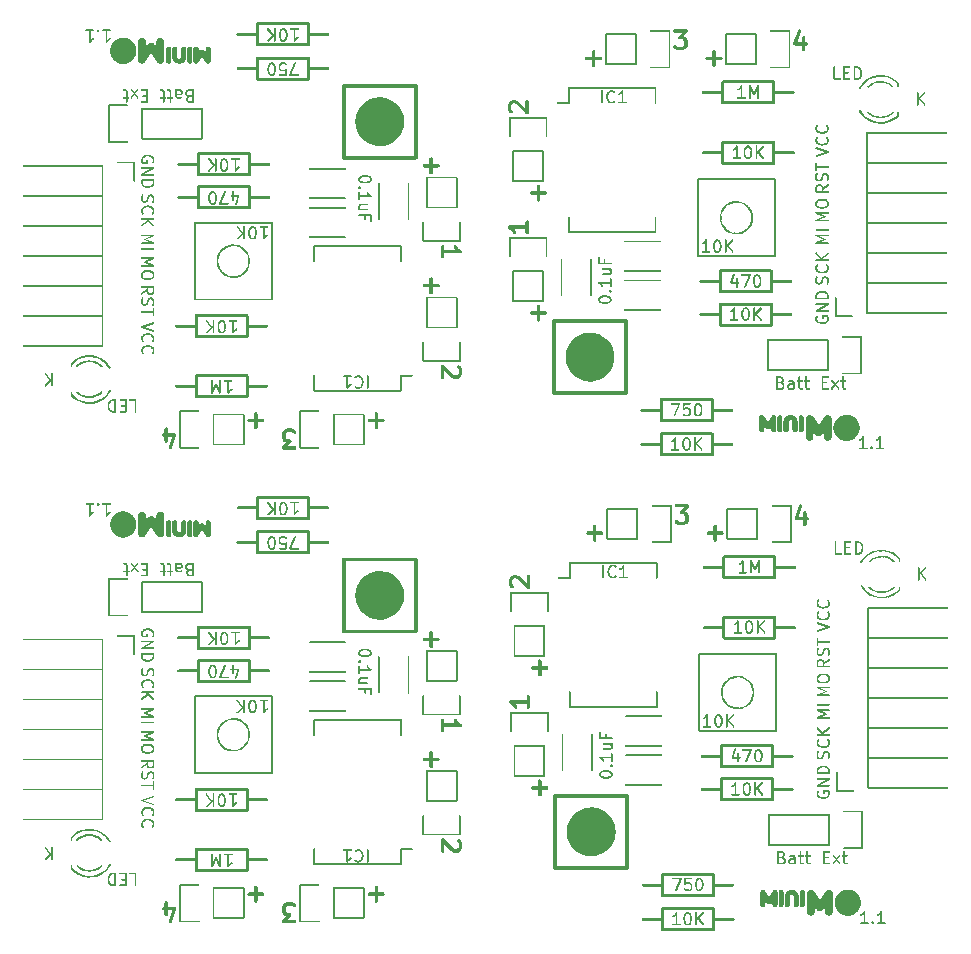
<source format=gto>
%MOIN*%
%OFA0B0*%
%FSLAX44Y44*%
%IPPOS*%
%LPD*%
G36*
X00006499Y00013208D02*
G01*
X00006491Y00013206D01*
X00006483Y00013202D01*
X00006475Y00013196D01*
X00006471Y00013187D01*
X00006470Y00013177D01*
X00006471Y00013169D01*
X00006475Y00013161D01*
X00006483Y00013153D01*
X00006491Y00013150D01*
X00006546Y00013131D01*
X00006556Y00013129D01*
X00006566Y00013131D01*
X00006574Y00013136D01*
X00006580Y00013142D01*
X00006585Y00013150D01*
X00006586Y00013160D01*
X00006585Y00013169D01*
X00006580Y00013177D01*
X00006574Y00013183D01*
X00006566Y00013187D01*
X00006509Y00013206D01*
X00006499Y00013208D01*
G37*
G36*
X00006482Y00013227D02*
G01*
X00006471Y00013225D01*
X00006464Y00013221D01*
X00006458Y00013213D01*
X00006453Y00013206D01*
X00006452Y00013197D01*
X00006453Y00013187D01*
X00006458Y00013179D01*
X00006475Y00013161D01*
X00006483Y00013153D01*
X00006491Y00013150D01*
X00006499Y00013149D01*
X00006509Y00013150D01*
X00006518Y00013153D01*
X00006524Y00013161D01*
X00006527Y00013169D01*
X00006529Y00013177D01*
X00006527Y00013187D01*
X00006524Y00013196D01*
X00006498Y00013221D01*
X00006491Y00013225D01*
X00006482Y00013227D01*
G37*
G36*
X00006463Y00013264D02*
G01*
X00006454Y00013263D01*
X00006445Y00013258D01*
X00006438Y00013251D01*
X00006435Y00013243D01*
X00006433Y00013234D01*
X00006435Y00013225D01*
X00006453Y00013187D01*
X00006458Y00013179D01*
X00006464Y00013173D01*
X00006471Y00013169D01*
X00006482Y00013168D01*
X00006491Y00013169D01*
X00006498Y00013173D01*
X00006505Y00013179D01*
X00006510Y00013187D01*
X00006511Y00013197D01*
X00006510Y00013206D01*
X00006509Y00013206D01*
X00006491Y00013243D01*
X00006487Y00013251D01*
X00006480Y00013258D01*
X00006471Y00013263D01*
X00006463Y00013264D01*
G37*
G36*
X00006463Y00013320D02*
G01*
X00006454Y00013319D01*
X00006445Y00013314D01*
X00006438Y00013307D01*
X00006435Y00013299D01*
X00006433Y00013291D01*
X00006433Y00013234D01*
X00006435Y00013225D01*
X00006438Y00013217D01*
X00006445Y00013211D01*
X00006454Y00013206D01*
X00006463Y00013205D01*
X00006471Y00013206D01*
X00006480Y00013211D01*
X00006487Y00013217D01*
X00006491Y00013225D01*
X00006492Y00013234D01*
X00006492Y00013291D01*
X00006491Y00013299D01*
X00006487Y00013307D01*
X00006480Y00013314D01*
X00006471Y00013319D01*
X00006463Y00013320D01*
G37*
G36*
X00006482Y00013358D02*
G01*
X00006471Y00013355D01*
X00006464Y00013352D01*
X00006458Y00013346D01*
X00006453Y00013337D01*
X00006435Y00013299D01*
X00006435Y00013299D01*
X00006433Y00013291D01*
X00006435Y00013282D01*
X00006438Y00013273D01*
X00006445Y00013267D01*
X00006454Y00013263D01*
X00006463Y00013261D01*
X00006471Y00013263D01*
X00006480Y00013267D01*
X00006487Y00013273D01*
X00006491Y00013282D01*
X00006510Y00013319D01*
X00006511Y00013328D01*
X00006510Y00013337D01*
X00006505Y00013346D01*
X00006498Y00013352D01*
X00006491Y00013355D01*
X00006482Y00013358D01*
G37*
G36*
X00006499Y00013376D02*
G01*
X00006491Y00013375D01*
X00006483Y00013371D01*
X00006475Y00013363D01*
X00006458Y00013346D01*
X00006453Y00013337D01*
X00006452Y00013328D01*
X00006453Y00013319D01*
X00006458Y00013311D01*
X00006464Y00013303D01*
X00006471Y00013299D01*
X00006482Y00013299D01*
X00006491Y00013299D01*
X00006498Y00013303D01*
X00006505Y00013311D01*
X00006524Y00013330D01*
X00006527Y00013338D01*
X00006529Y00013347D01*
X00006527Y00013355D01*
X00006524Y00013363D01*
X00006518Y00013371D01*
X00006509Y00013375D01*
X00006499Y00013376D01*
G37*
G36*
X00006538Y00013395D02*
G01*
X00006528Y00013394D01*
X00006491Y00013375D01*
X00006483Y00013371D01*
X00006475Y00013363D01*
X00006471Y00013355D01*
X00006470Y00013347D01*
X00006471Y00013338D01*
X00006475Y00013330D01*
X00006483Y00013323D01*
X00006491Y00013319D01*
X00006499Y00013317D01*
X00006509Y00013319D01*
X00006546Y00013338D01*
X00006555Y00013342D01*
X00006561Y00013348D01*
X00006566Y00013357D01*
X00006566Y00013365D01*
X00006566Y00013375D01*
X00006561Y00013383D01*
X00006555Y00013390D01*
X00006546Y00013394D01*
X00006538Y00013395D01*
G37*
G36*
X00006538Y00013395D02*
G01*
X00006528Y00013394D01*
X00006520Y00013390D01*
X00006514Y00013383D01*
X00006510Y00013375D01*
X00006508Y00013365D01*
X00006510Y00013357D01*
X00006514Y00013348D01*
X00006520Y00013342D01*
X00006528Y00013338D01*
X00006538Y00013335D01*
X00006687Y00013335D01*
X00006697Y00013338D01*
X00006705Y00013342D01*
X00006711Y00013348D01*
X00006715Y00013357D01*
X00006716Y00013365D01*
X00006715Y00013375D01*
X00006711Y00013383D01*
X00006705Y00013390D01*
X00006697Y00013394D01*
X00006687Y00013395D01*
X00006538Y00013395D01*
G37*
G36*
X00006687Y00013395D02*
G01*
X00006679Y00013394D01*
X00006670Y00013390D01*
X00006664Y00013383D01*
X00006660Y00013375D01*
X00006657Y00013365D01*
X00006657Y00012971D01*
X00006660Y00012963D01*
X00006664Y00012955D01*
X00006670Y00012947D01*
X00006679Y00012943D01*
X00006687Y00012943D01*
X00006697Y00012943D01*
X00006705Y00012947D01*
X00006711Y00012955D01*
X00006715Y00012963D01*
X00006716Y00012971D01*
X00006716Y00013365D01*
X00006715Y00013375D01*
X00006711Y00013383D01*
X00006705Y00013390D01*
X00006697Y00013394D01*
X00006687Y00013395D01*
G37*
G36*
X00006556Y00013001D02*
G01*
X00006546Y00012999D01*
X00006539Y00012995D01*
X00006532Y00012989D01*
X00006527Y00012981D01*
X00006526Y00012971D01*
X00006527Y00012963D01*
X00006532Y00012955D01*
X00006539Y00012947D01*
X00006546Y00012943D01*
X00006556Y00012943D01*
X00006687Y00012943D01*
X00006697Y00012943D01*
X00006705Y00012947D01*
X00006711Y00012955D01*
X00006715Y00012963D01*
X00006716Y00012971D01*
X00006715Y00012981D01*
X00006711Y00012989D01*
X00006705Y00012995D01*
X00006697Y00012999D01*
X00006687Y00013001D01*
X00006556Y00013001D01*
G37*
G36*
X00006519Y00013020D02*
G01*
X00006510Y00013019D01*
X00006501Y00013015D01*
X00006495Y00013007D01*
X00006491Y00012999D01*
X00006490Y00012991D01*
X00006491Y00012982D01*
X00006495Y00012973D01*
X00006501Y00012967D01*
X00006510Y00012963D01*
X00006546Y00012943D01*
X00006556Y00012943D01*
X00006566Y00012943D01*
X00006574Y00012947D01*
X00006580Y00012955D01*
X00006585Y00012963D01*
X00006586Y00012971D01*
X00006585Y00012981D01*
X00006580Y00012989D01*
X00006574Y00012995D01*
X00006566Y00012999D01*
X00006527Y00013019D01*
X00006519Y00013020D01*
G37*
G36*
X00006499Y00013039D02*
G01*
X00006491Y00013038D01*
X00006483Y00013033D01*
X00006475Y00013027D01*
X00006471Y00013019D01*
X00006470Y00013010D01*
X00006471Y00012999D01*
X00006475Y00012992D01*
X00006483Y00012986D01*
X00006501Y00012967D01*
X00006510Y00012963D01*
X00006519Y00012961D01*
X00006527Y00012963D01*
X00006536Y00012967D01*
X00006543Y00012973D01*
X00006546Y00012982D01*
X00006549Y00012991D01*
X00006546Y00012999D01*
X00006543Y00013007D01*
X00006524Y00013027D01*
X00006524Y00013027D01*
X00006518Y00013033D01*
X00006509Y00013038D01*
X00006499Y00013039D01*
G37*
G36*
X00006482Y00013077D02*
G01*
X00006471Y00013075D01*
X00006464Y00013071D01*
X00006458Y00013063D01*
X00006453Y00013055D01*
X00006452Y00013047D01*
X00006453Y00013038D01*
X00006471Y00012999D01*
X00006475Y00012992D01*
X00006483Y00012986D01*
X00006491Y00012981D01*
X00006499Y00012980D01*
X00006509Y00012981D01*
X00006518Y00012986D01*
X00006524Y00012992D01*
X00006527Y00012999D01*
X00006529Y00013010D01*
X00006527Y00013019D01*
X00006527Y00013019D01*
X00006510Y00013055D01*
X00006505Y00013063D01*
X00006498Y00013071D01*
X00006491Y00013075D01*
X00006482Y00013077D01*
G37*
G36*
X00006482Y00013113D02*
G01*
X00006471Y00013113D01*
X00006464Y00013108D01*
X00006458Y00013102D01*
X00006453Y00013093D01*
X00006452Y00013085D01*
X00006452Y00013047D01*
X00006453Y00013038D01*
X00006458Y00013030D01*
X00006464Y00013023D01*
X00006471Y00013019D01*
X00006482Y00013018D01*
X00006491Y00013019D01*
X00006498Y00013023D01*
X00006505Y00013030D01*
X00006510Y00013038D01*
X00006511Y00013047D01*
X00006511Y00013085D01*
X00006510Y00013093D01*
X00006505Y00013102D01*
X00006498Y00013108D01*
X00006491Y00013113D01*
X00006482Y00013113D01*
G37*
G36*
X00006499Y00013152D02*
G01*
X00006491Y00013150D01*
X00006483Y00013146D01*
X00006475Y00013139D01*
X00006471Y00013131D01*
X00006454Y00013093D01*
X00006453Y00013093D01*
X00006452Y00013085D01*
X00006453Y00013075D01*
X00006458Y00013067D01*
X00006464Y00013061D01*
X00006471Y00013055D01*
X00006482Y00013055D01*
X00006491Y00013055D01*
X00006498Y00013061D01*
X00006505Y00013067D01*
X00006510Y00013075D01*
X00006527Y00013113D01*
X00006529Y00013121D01*
X00006527Y00013131D01*
X00006524Y00013139D01*
X00006518Y00013146D01*
X00006509Y00013150D01*
X00006499Y00013152D01*
G37*
G36*
X00006519Y00013170D02*
G01*
X00006510Y00013169D01*
X00006501Y00013165D01*
X00006475Y00013139D01*
X00006471Y00013131D01*
X00006470Y00013121D01*
X00006471Y00013113D01*
X00006475Y00013105D01*
X00006483Y00013098D01*
X00006491Y00013093D01*
X00006499Y00013093D01*
X00006509Y00013093D01*
X00006518Y00013098D01*
X00006543Y00013123D01*
X00006546Y00013132D01*
X00006549Y00013141D01*
X00006546Y00013150D01*
X00006543Y00013158D01*
X00006536Y00013165D01*
X00006527Y00013169D01*
X00006519Y00013170D01*
G37*
G36*
X00006556Y00013189D02*
G01*
X00006546Y00013187D01*
X00006510Y00013169D01*
X00006501Y00013165D01*
X00006495Y00013158D01*
X00006491Y00013150D01*
X00006490Y00013141D01*
X00006491Y00013132D01*
X00006495Y00013123D01*
X00006501Y00013117D01*
X00006510Y00013113D01*
X00006519Y00013111D01*
X00006527Y00013113D01*
X00006566Y00013131D01*
X00006574Y00013136D01*
X00006580Y00013142D01*
X00006585Y00013150D01*
X00006586Y00013160D01*
X00006585Y00013169D01*
X00006580Y00013177D01*
X00006574Y00013183D01*
X00006566Y00013187D01*
X00006556Y00013189D01*
G37*
G36*
X00006556Y00013189D02*
G01*
X00006546Y00013187D01*
X00006539Y00013183D01*
X00006532Y00013177D01*
X00006527Y00013169D01*
X00006526Y00013160D01*
X00006527Y00013150D01*
X00006532Y00013142D01*
X00006539Y00013136D01*
X00006546Y00013131D01*
X00006556Y00013129D01*
X00006687Y00013129D01*
X00006697Y00013131D01*
X00006705Y00013136D01*
X00006711Y00013142D01*
X00006715Y00013150D01*
X00006716Y00013160D01*
X00006715Y00013169D01*
X00006711Y00013177D01*
X00006705Y00013183D01*
X00006697Y00013187D01*
X00006687Y00013189D01*
X00006556Y00013189D01*
G37*
G36*
X00006125Y00013395D02*
G01*
X00006116Y00013394D01*
X00006108Y00013390D01*
X00006101Y00013383D01*
X00006097Y00013375D01*
X00006096Y00013365D01*
X00006096Y00013160D01*
X00006097Y00013150D01*
X00006101Y00013142D01*
X00006108Y00013136D01*
X00006116Y00013131D01*
X00006125Y00013129D01*
X00006133Y00013131D01*
X00006143Y00013136D01*
X00006149Y00013142D01*
X00006153Y00013150D01*
X00006155Y00013160D01*
X00006155Y00013365D01*
X00006153Y00013375D01*
X00006149Y00013383D01*
X00006143Y00013390D01*
X00006133Y00013394D01*
X00006125Y00013395D01*
G37*
G36*
X00006125Y00013189D02*
G01*
X00006116Y00013187D01*
X00006108Y00013183D01*
X00006101Y00013177D01*
X00006097Y00013169D01*
X00006096Y00013160D01*
X00006097Y00013150D01*
X00006116Y00013113D01*
X00006120Y00013105D01*
X00006127Y00013098D01*
X00006135Y00013093D01*
X00006143Y00013093D01*
X00006153Y00013093D01*
X00006161Y00013098D01*
X00006168Y00013105D01*
X00006172Y00013113D01*
X00006173Y00013121D01*
X00006172Y00013131D01*
X00006153Y00013169D01*
X00006149Y00013177D01*
X00006143Y00013183D01*
X00006133Y00013187D01*
X00006125Y00013189D01*
G37*
G36*
X00006143Y00013152D02*
G01*
X00006135Y00013150D01*
X00006127Y00013146D01*
X00006120Y00013139D01*
X00006116Y00013131D01*
X00006115Y00013121D01*
X00006116Y00013113D01*
X00006120Y00013105D01*
X00006127Y00013098D01*
X00006135Y00013093D01*
X00006172Y00013075D01*
X00006182Y00013073D01*
X00006191Y00013075D01*
X00006199Y00013079D01*
X00006205Y00013086D01*
X00006210Y00013093D01*
X00006211Y00013103D01*
X00006210Y00013112D01*
X00006205Y00013121D01*
X00006199Y00013127D01*
X00006191Y00013131D01*
X00006153Y00013150D01*
X00006143Y00013152D01*
G37*
G36*
X00006182Y00013133D02*
G01*
X00006172Y00013131D01*
X00006163Y00013127D01*
X00006158Y00013121D01*
X00006153Y00013112D01*
X00006152Y00013103D01*
X00006153Y00013093D01*
X00006158Y00013086D01*
X00006163Y00013079D01*
X00006172Y00013075D01*
X00006182Y00013073D01*
X00006257Y00013073D01*
X00006266Y00013075D01*
X00006274Y00013079D01*
X00006280Y00013086D01*
X00006284Y00013093D01*
X00006286Y00013103D01*
X00006284Y00013112D01*
X00006280Y00013121D01*
X00006274Y00013127D01*
X00006266Y00013131D01*
X00006257Y00013133D01*
X00006182Y00013133D01*
G37*
G36*
X00006294Y00013152D02*
G01*
X00006284Y00013150D01*
X00006247Y00013131D01*
X00006239Y00013127D01*
X00006233Y00013121D01*
X00006228Y00013112D01*
X00006227Y00013103D01*
X00006228Y00013093D01*
X00006233Y00013086D01*
X00006239Y00013079D01*
X00006247Y00013075D01*
X00006257Y00013073D01*
X00006266Y00013075D01*
X00006303Y00013093D01*
X00006311Y00013098D01*
X00006317Y00013105D01*
X00006321Y00013113D01*
X00006324Y00013121D01*
X00006321Y00013131D01*
X00006317Y00013139D01*
X00006311Y00013146D01*
X00006303Y00013150D01*
X00006294Y00013152D01*
G37*
G36*
X00006163Y00013395D02*
G01*
X00006153Y00013394D01*
X00006116Y00013375D01*
X00006108Y00013371D01*
X00006101Y00013363D01*
X00006097Y00013355D01*
X00006096Y00013347D01*
X00006097Y00013338D01*
X00006101Y00013330D01*
X00006108Y00013323D01*
X00006116Y00013319D01*
X00006125Y00013317D01*
X00006133Y00013319D01*
X00006172Y00013338D01*
X00006180Y00013342D01*
X00006187Y00013348D01*
X00006191Y00013357D01*
X00006192Y00013365D01*
X00006191Y00013375D01*
X00006187Y00013383D01*
X00006180Y00013390D01*
X00006172Y00013394D01*
X00006163Y00013395D01*
G37*
G36*
X00006163Y00013395D02*
G01*
X00006153Y00013394D01*
X00006145Y00013390D01*
X00006139Y00013383D01*
X00006135Y00013375D01*
X00006133Y00013365D01*
X00006135Y00013357D01*
X00006139Y00013348D01*
X00006145Y00013342D01*
X00006153Y00013338D01*
X00006163Y00013335D01*
X00006257Y00013335D01*
X00006266Y00013338D01*
X00006274Y00013342D01*
X00006280Y00013348D01*
X00006284Y00013357D01*
X00006286Y00013365D01*
X00006284Y00013375D01*
X00006280Y00013383D01*
X00006274Y00013390D01*
X00006266Y00013394D01*
X00006257Y00013395D01*
X00006163Y00013395D01*
G37*
G36*
X00006257Y00013395D02*
G01*
X00006247Y00013394D01*
X00006239Y00013390D01*
X00006233Y00013383D01*
X00006228Y00013375D01*
X00006227Y00013365D01*
X00006228Y00013357D01*
X00006233Y00013348D01*
X00006239Y00013342D01*
X00006247Y00013338D01*
X00006284Y00013319D01*
X00006294Y00013317D01*
X00006303Y00013319D01*
X00006311Y00013323D01*
X00006317Y00013330D01*
X00006321Y00013338D01*
X00006324Y00013347D01*
X00006321Y00013355D01*
X00006317Y00013363D01*
X00006311Y00013371D01*
X00006303Y00013375D01*
X00006266Y00013394D01*
X00006257Y00013395D01*
G37*
G36*
X00006294Y00013376D02*
G01*
X00006284Y00013375D01*
X00006277Y00013371D01*
X00006270Y00013363D01*
X00006266Y00013355D01*
X00006264Y00013347D01*
X00006266Y00013338D01*
X00006284Y00013299D01*
X00006289Y00013292D01*
X00006294Y00013286D01*
X00006304Y00013281D01*
X00006313Y00013280D01*
X00006321Y00013281D01*
X00006330Y00013286D01*
X00006337Y00013292D01*
X00006341Y00013299D01*
X00006342Y00013309D01*
X00006341Y00013319D01*
X00006341Y00013319D01*
X00006321Y00013355D01*
X00006317Y00013363D01*
X00006311Y00013371D01*
X00006303Y00013375D01*
X00006294Y00013376D01*
G37*
G36*
X00006313Y00013339D02*
G01*
X00006304Y00013338D01*
X00006294Y00013333D01*
X00006289Y00013327D01*
X00006284Y00013319D01*
X00006283Y00013309D01*
X00006283Y00013272D01*
X00006284Y00013263D01*
X00006289Y00013254D01*
X00006294Y00013247D01*
X00006304Y00013243D01*
X00006313Y00013241D01*
X00006321Y00013243D01*
X00006330Y00013247D01*
X00006337Y00013254D01*
X00006341Y00013263D01*
X00006342Y00013272D01*
X00006342Y00013309D01*
X00006341Y00013319D01*
X00006337Y00013327D01*
X00006330Y00013333D01*
X00006321Y00013338D01*
X00006313Y00013339D01*
G37*
G36*
X00006313Y00013301D02*
G01*
X00006304Y00013299D01*
X00006294Y00013295D01*
X00006289Y00013289D01*
X00006284Y00013281D01*
X00006266Y00013243D01*
X00006266Y00013243D01*
X00006264Y00013234D01*
X00006266Y00013225D01*
X00006270Y00013217D01*
X00006277Y00013211D01*
X00006284Y00013206D01*
X00006294Y00013205D01*
X00006303Y00013206D01*
X00006311Y00013211D01*
X00006317Y00013217D01*
X00006321Y00013225D01*
X00006341Y00013263D01*
X00006342Y00013272D01*
X00006341Y00013281D01*
X00006337Y00013289D01*
X00006330Y00013295D01*
X00006321Y00013299D01*
X00006313Y00013301D01*
G37*
G36*
X00006294Y00013264D02*
G01*
X00006284Y00013263D01*
X00006247Y00013243D01*
X00006239Y00013239D01*
X00006233Y00013233D01*
X00006228Y00013225D01*
X00006227Y00013216D01*
X00006228Y00013207D01*
X00006233Y00013198D01*
X00006239Y00013191D01*
X00006247Y00013187D01*
X00006257Y00013185D01*
X00006266Y00013187D01*
X00006303Y00013206D01*
X00006311Y00013211D01*
X00006317Y00013217D01*
X00006321Y00013225D01*
X00006324Y00013234D01*
X00006321Y00013243D01*
X00006317Y00013251D01*
X00006311Y00013258D01*
X00006303Y00013263D01*
X00006294Y00013264D01*
G37*
G36*
X00006163Y00013245D02*
G01*
X00006153Y00013243D01*
X00006145Y00013239D01*
X00006139Y00013233D01*
X00006135Y00013225D01*
X00006133Y00013216D01*
X00006135Y00013207D01*
X00006139Y00013198D01*
X00006145Y00013191D01*
X00006153Y00013187D01*
X00006163Y00013185D01*
X00006257Y00013185D01*
X00006266Y00013187D01*
X00006274Y00013191D01*
X00006280Y00013198D01*
X00006284Y00013207D01*
X00006286Y00013216D01*
X00006284Y00013225D01*
X00006280Y00013233D01*
X00006274Y00013239D01*
X00006266Y00013243D01*
X00006257Y00013245D01*
X00006163Y00013245D01*
G37*
G36*
X00006163Y00013245D02*
G01*
X00006153Y00013243D01*
X00006116Y00013225D01*
X00006108Y00013221D01*
X00006101Y00013213D01*
X00006097Y00013206D01*
X00006096Y00013197D01*
X00006097Y00013187D01*
X00006101Y00013179D01*
X00006108Y00013173D01*
X00006116Y00013169D01*
X00006125Y00013168D01*
X00006133Y00013169D01*
X00006172Y00013187D01*
X00006180Y00013191D01*
X00006187Y00013198D01*
X00006191Y00013207D01*
X00006192Y00013216D01*
X00006191Y00013225D01*
X00006187Y00013233D01*
X00006180Y00013239D01*
X00006172Y00013243D01*
X00006163Y00013245D01*
G37*
G36*
X00005844Y00013133D02*
G01*
X00005835Y00013131D01*
X00005827Y00013127D01*
X00005820Y00013121D01*
X00005816Y00013112D01*
X00005815Y00013103D01*
X00005816Y00013093D01*
X00005820Y00013086D01*
X00005827Y00013079D01*
X00005835Y00013075D01*
X00005844Y00013073D01*
X00005994Y00013073D01*
X00006002Y00013075D01*
X00006011Y00013079D01*
X00006018Y00013086D01*
X00006022Y00013093D01*
X00006024Y00013103D01*
X00006022Y00013112D01*
X00006018Y00013121D01*
X00006011Y00013127D01*
X00006002Y00013131D01*
X00005994Y00013133D01*
X00005844Y00013133D01*
G37*
G36*
X00005938Y00013339D02*
G01*
X00005929Y00013338D01*
X00005921Y00013333D01*
X00005914Y00013327D01*
X00005910Y00013319D01*
X00005908Y00013309D01*
X00005908Y00012971D01*
X00005910Y00012963D01*
X00005914Y00012955D01*
X00005921Y00012947D01*
X00005929Y00012943D01*
X00005938Y00012943D01*
X00005947Y00012943D01*
X00005955Y00012947D01*
X00005961Y00012955D01*
X00005966Y00012963D01*
X00005967Y00012971D01*
X00005967Y00013309D01*
X00005966Y00013319D01*
X00005961Y00013327D01*
X00005955Y00013333D01*
X00005947Y00013338D01*
X00005938Y00013339D01*
G37*
G36*
X00005919Y00013376D02*
G01*
X00005910Y00013375D01*
X00005901Y00013371D01*
X00005895Y00013363D01*
X00005891Y00013355D01*
X00005890Y00013347D01*
X00005891Y00013338D01*
X00005910Y00013299D01*
X00005914Y00013292D01*
X00005921Y00013286D01*
X00005929Y00013281D01*
X00005938Y00013280D01*
X00005947Y00013281D01*
X00005955Y00013286D01*
X00005961Y00013292D01*
X00005966Y00013299D01*
X00005967Y00013309D01*
X00005966Y00013319D01*
X00005966Y00013319D01*
X00005947Y00013355D01*
X00005943Y00013363D01*
X00005936Y00013371D01*
X00005928Y00013375D01*
X00005919Y00013376D01*
G37*
G36*
X00005881Y00013395D02*
G01*
X00005872Y00013394D01*
X00005864Y00013390D01*
X00005858Y00013383D01*
X00005854Y00013375D01*
X00005852Y00013365D01*
X00005854Y00013357D01*
X00005858Y00013348D01*
X00005864Y00013342D01*
X00005872Y00013338D01*
X00005910Y00013319D01*
X00005919Y00013317D01*
X00005928Y00013319D01*
X00005936Y00013323D01*
X00005943Y00013330D01*
X00005947Y00013338D01*
X00005949Y00013347D01*
X00005947Y00013355D01*
X00005943Y00013363D01*
X00005936Y00013371D01*
X00005928Y00013375D01*
X00005891Y00013394D01*
X00005881Y00013395D01*
G37*
G36*
X00005844Y00013395D02*
G01*
X00005835Y00013394D01*
X00005827Y00013390D01*
X00005820Y00013383D01*
X00005816Y00013375D01*
X00005815Y00013365D01*
X00005816Y00013357D01*
X00005820Y00013348D01*
X00005827Y00013342D01*
X00005835Y00013338D01*
X00005844Y00013335D01*
X00005881Y00013335D01*
X00005891Y00013338D01*
X00005899Y00013342D01*
X00005906Y00013348D01*
X00005910Y00013357D01*
X00005911Y00013365D01*
X00005910Y00013375D01*
X00005906Y00013383D01*
X00005899Y00013390D01*
X00005891Y00013394D01*
X00005881Y00013395D01*
X00005844Y00013395D01*
G37*
G36*
X00005619Y00013133D02*
G01*
X00005610Y00013131D01*
X00005602Y00013127D01*
X00005595Y00013121D01*
X00005591Y00013112D01*
X00005590Y00013103D01*
X00005591Y00013093D01*
X00005595Y00013086D01*
X00005602Y00013079D01*
X00005610Y00013075D01*
X00005619Y00013073D01*
X00005769Y00013073D01*
X00005778Y00013075D01*
X00005787Y00013079D01*
X00005793Y00013086D01*
X00005797Y00013093D01*
X00005799Y00013103D01*
X00005797Y00013112D01*
X00005793Y00013121D01*
X00005787Y00013127D01*
X00005778Y00013131D01*
X00005769Y00013133D01*
X00005619Y00013133D01*
G37*
G36*
X00005713Y00013339D02*
G01*
X00005704Y00013338D01*
X00005696Y00013333D01*
X00005689Y00013327D01*
X00005685Y00013319D01*
X00005683Y00013309D01*
X00005683Y00012971D01*
X00005685Y00012963D01*
X00005689Y00012955D01*
X00005696Y00012947D01*
X00005704Y00012943D01*
X00005713Y00012943D01*
X00005722Y00012943D01*
X00005729Y00012947D01*
X00005737Y00012955D01*
X00005741Y00012963D01*
X00005742Y00012971D01*
X00005742Y00013309D01*
X00005741Y00013319D01*
X00005737Y00013327D01*
X00005729Y00013333D01*
X00005722Y00013338D01*
X00005713Y00013339D01*
G37*
G36*
X00005694Y00013376D02*
G01*
X00005685Y00013375D01*
X00005677Y00013371D01*
X00005669Y00013363D01*
X00005666Y00013355D01*
X00005665Y00013347D01*
X00005666Y00013338D01*
X00005685Y00013299D01*
X00005689Y00013292D01*
X00005696Y00013286D01*
X00005704Y00013281D01*
X00005713Y00013280D01*
X00005722Y00013281D01*
X00005729Y00013286D01*
X00005737Y00013292D01*
X00005741Y00013299D01*
X00005742Y00013309D01*
X00005741Y00013319D01*
X00005741Y00013319D01*
X00005722Y00013355D01*
X00005718Y00013363D01*
X00005712Y00013371D01*
X00005703Y00013375D01*
X00005694Y00013376D01*
G37*
G36*
X00005657Y00013395D02*
G01*
X00005648Y00013394D01*
X00005639Y00013390D01*
X00005633Y00013383D01*
X00005629Y00013375D01*
X00005627Y00013365D01*
X00005629Y00013357D01*
X00005633Y00013348D01*
X00005639Y00013342D01*
X00005648Y00013338D01*
X00005685Y00013319D01*
X00005694Y00013317D01*
X00005703Y00013319D01*
X00005712Y00013323D01*
X00005718Y00013330D01*
X00005722Y00013338D01*
X00005724Y00013347D01*
X00005722Y00013355D01*
X00005718Y00013363D01*
X00005712Y00013371D01*
X00005703Y00013375D01*
X00005666Y00013394D01*
X00005657Y00013395D01*
G37*
G36*
X00005619Y00013395D02*
G01*
X00005610Y00013394D01*
X00005602Y00013390D01*
X00005595Y00013383D01*
X00005591Y00013375D01*
X00005590Y00013365D01*
X00005591Y00013357D01*
X00005595Y00013348D01*
X00005602Y00013342D01*
X00005610Y00013338D01*
X00005619Y00013335D01*
X00005657Y00013335D01*
X00005666Y00013338D01*
X00005674Y00013342D01*
X00005681Y00013348D01*
X00005685Y00013357D01*
X00005686Y00013365D01*
X00005685Y00013375D01*
X00005681Y00013383D01*
X00005674Y00013390D01*
X00005666Y00013394D01*
X00005657Y00013395D01*
X00005619Y00013395D01*
G37*
G36*
X00015543Y00004189D02*
G01*
X00015525Y00004186D01*
X00015509Y00004177D01*
X00015495Y00004164D01*
X00015487Y00004148D01*
X00015484Y00004130D01*
X00015487Y00004111D01*
X00015495Y00004094D01*
X00015537Y00004054D01*
X00015552Y00004045D01*
X00015571Y00004042D01*
X00015590Y00004045D01*
X00015606Y00004054D01*
X00015619Y00004067D01*
X00015628Y00004083D01*
X00015630Y00004101D01*
X00015628Y00004120D01*
X00015619Y00004136D01*
X00015578Y00004177D01*
X00015561Y00004186D01*
X00015543Y00004189D01*
G37*
G36*
X00015571Y00004161D02*
G01*
X00015552Y00004158D01*
X00015537Y00004149D01*
X00015524Y00004136D01*
X00015514Y00004120D01*
X00015512Y00004101D01*
X00015514Y00004083D01*
X00015543Y00004027D01*
X00015551Y00004011D01*
X00015565Y00003997D01*
X00015581Y00003988D01*
X00015599Y00003986D01*
X00015618Y00003988D01*
X00015633Y00003997D01*
X00015647Y00004011D01*
X00015656Y00004027D01*
X00015659Y00004045D01*
X00015656Y00004063D01*
X00015628Y00004120D01*
X00015619Y00004136D01*
X00015606Y00004149D01*
X00015590Y00004158D01*
X00015571Y00004161D01*
G37*
G36*
X00015599Y00004104D02*
G01*
X00015581Y00004101D01*
X00015565Y00004093D01*
X00015551Y00004079D01*
X00015543Y00004063D01*
X00015540Y00004045D01*
X00015540Y00003905D01*
X00015543Y00003886D01*
X00015551Y00003870D01*
X00015565Y00003856D01*
X00015581Y00003847D01*
X00015599Y00003846D01*
X00015618Y00003847D01*
X00015633Y00003856D01*
X00015647Y00003870D01*
X00015656Y00003886D01*
X00015659Y00003905D01*
X00015659Y00004045D01*
X00015656Y00004063D01*
X00015647Y00004079D01*
X00015633Y00004093D01*
X00015618Y00004101D01*
X00015599Y00004104D01*
G37*
G36*
X00015599Y00003963D02*
G01*
X00015581Y00003961D01*
X00015565Y00003952D01*
X00015551Y00003938D01*
X00015543Y00003923D01*
X00015514Y00003867D01*
X00015512Y00003847D01*
X00015514Y00003830D01*
X00015524Y00003814D01*
X00015537Y00003801D01*
X00015552Y00003792D01*
X00015571Y00003789D01*
X00015590Y00003792D01*
X00015606Y00003801D01*
X00015619Y00003814D01*
X00015628Y00003830D01*
X00015656Y00003886D01*
X00015659Y00003905D01*
X00015656Y00003923D01*
X00015647Y00003938D01*
X00015633Y00003952D01*
X00015618Y00003961D01*
X00015599Y00003963D01*
G37*
G36*
X00015571Y00003907D02*
G01*
X00015552Y00003905D01*
X00015537Y00003896D01*
X00015495Y00003855D01*
X00015487Y00003839D01*
X00015484Y00003820D01*
X00015487Y00003802D01*
X00015495Y00003786D01*
X00015509Y00003773D01*
X00015525Y00003764D01*
X00015543Y00003761D01*
X00015561Y00003764D01*
X00015578Y00003773D01*
X00015591Y00003786D01*
X00015619Y00003814D01*
X00015628Y00003830D01*
X00015630Y00003847D01*
X00015628Y00003867D01*
X00015619Y00003883D01*
X00015606Y00003896D01*
X00015590Y00003905D01*
X00015571Y00003907D01*
G37*
G36*
X00015543Y00003879D02*
G01*
X00015525Y00003876D01*
X00015469Y00003847D01*
X00015451Y00003840D01*
X00015439Y00003826D01*
X00015431Y00003810D01*
X00015427Y00003792D01*
X00015431Y00003774D01*
X00015439Y00003757D01*
X00015451Y00003744D01*
X00015469Y00003735D01*
X00015487Y00003733D01*
X00015505Y00003735D01*
X00015561Y00003764D01*
X00015578Y00003773D01*
X00015591Y00003786D01*
X00015599Y00003802D01*
X00015602Y00003820D01*
X00015599Y00003839D01*
X00015591Y00003855D01*
X00015578Y00003867D01*
X00015561Y00003876D01*
X00015543Y00003879D01*
G37*
G36*
X00015431Y00003851D02*
G01*
X00015411Y00003847D01*
X00015396Y00003840D01*
X00015383Y00003826D01*
X00015375Y00003810D01*
X00015371Y00003792D01*
X00015375Y00003774D01*
X00015383Y00003757D01*
X00015396Y00003744D01*
X00015411Y00003735D01*
X00015431Y00003733D01*
X00015487Y00003733D01*
X00015505Y00003735D01*
X00015522Y00003744D01*
X00015535Y00003757D01*
X00015543Y00003774D01*
X00015546Y00003792D01*
X00015543Y00003810D01*
X00015535Y00003826D01*
X00015522Y00003840D01*
X00015505Y00003847D01*
X00015487Y00003851D01*
X00015431Y00003851D01*
G37*
G36*
X00015346Y00003879D02*
G01*
X00015328Y00003876D01*
X00015311Y00003867D01*
X00015299Y00003855D01*
X00015290Y00003839D01*
X00015287Y00003820D01*
X00015290Y00003802D01*
X00015299Y00003786D01*
X00015311Y00003773D01*
X00015328Y00003764D01*
X00015411Y00003735D01*
X00015431Y00003733D01*
X00015449Y00003735D01*
X00015465Y00003744D01*
X00015479Y00003757D01*
X00015487Y00003774D01*
X00015489Y00003792D01*
X00015487Y00003810D01*
X00015479Y00003826D01*
X00015465Y00003840D01*
X00015449Y00003847D01*
X00015365Y00003876D01*
X00015346Y00003879D01*
G37*
G36*
X00015008Y00004217D02*
G01*
X00014991Y00004214D01*
X00014974Y00004206D01*
X00014961Y00004192D01*
X00014953Y00004176D01*
X00014950Y00004158D01*
X00014953Y00004139D01*
X00014961Y00004123D01*
X00015299Y00003786D01*
X00015311Y00003773D01*
X00015328Y00003764D01*
X00015346Y00003761D01*
X00015365Y00003764D01*
X00015381Y00003773D01*
X00015394Y00003786D01*
X00015403Y00003802D01*
X00015405Y00003820D01*
X00015403Y00003839D01*
X00015394Y00003855D01*
X00015044Y00004206D01*
X00015027Y00004214D01*
X00015008Y00004217D01*
G37*
G36*
X00015008Y00004217D02*
G01*
X00014991Y00004214D01*
X00014974Y00004206D01*
X00014961Y00004192D01*
X00014953Y00004176D01*
X00014950Y00004158D01*
X00014950Y00003792D01*
X00014953Y00003774D01*
X00014961Y00003757D01*
X00014974Y00003744D01*
X00014991Y00003735D01*
X00015008Y00003733D01*
X00015027Y00003735D01*
X00015044Y00003744D01*
X00015057Y00003757D01*
X00015065Y00003774D01*
X00015067Y00003792D01*
X00015067Y00004158D01*
X00015065Y00004176D01*
X00015057Y00004192D01*
X00015044Y00004206D01*
X00015027Y00004214D01*
X00015008Y00004217D01*
G37*
G36*
X00015008Y00008204D02*
G01*
X00014991Y00008202D01*
X00014974Y00008193D01*
X00014961Y00008179D01*
X00014953Y00008164D01*
X00014950Y00008145D01*
X00014950Y00007808D01*
X00014953Y00007790D01*
X00014961Y00007773D01*
X00014974Y00007760D01*
X00014991Y00007752D01*
X00015008Y00007749D01*
X00015027Y00007752D01*
X00015044Y00007760D01*
X00015057Y00007773D01*
X00015065Y00007790D01*
X00015067Y00007808D01*
X00015067Y00008145D01*
X00015065Y00008164D01*
X00015057Y00008179D01*
X00015044Y00008193D01*
X00015027Y00008202D01*
X00015008Y00008204D01*
G37*
G36*
X00015008Y00008036D02*
G01*
X00014991Y00008033D01*
X00014974Y00008024D01*
X00014961Y00008011D01*
X00014953Y00007995D01*
X00014950Y00007977D01*
X00014953Y00007957D01*
X00014961Y00007942D01*
X00014974Y00007929D01*
X00014991Y00007920D01*
X00015008Y00007917D01*
X00015599Y00007917D01*
X00015618Y00007920D01*
X00015633Y00007929D01*
X00015647Y00007942D01*
X00015656Y00007957D01*
X00015659Y00007977D01*
X00015656Y00007995D01*
X00015647Y00008011D01*
X00015633Y00008024D01*
X00015618Y00008033D01*
X00015599Y00008036D01*
X00015008Y00008036D01*
G37*
G36*
X00015514Y00008092D02*
G01*
X00015497Y00008088D01*
X00015480Y00008081D01*
X00015467Y00008068D01*
X00015459Y00008051D01*
X00015456Y00008033D01*
X00015459Y00008015D01*
X00015467Y00007998D01*
X00015480Y00007985D01*
X00015565Y00007929D01*
X00015581Y00007920D01*
X00015599Y00007917D01*
X00015618Y00007920D01*
X00015633Y00007929D01*
X00015647Y00007942D01*
X00015656Y00007957D01*
X00015659Y00007977D01*
X00015656Y00007995D01*
X00015647Y00008011D01*
X00015633Y00008024D01*
X00015549Y00008081D01*
X00015532Y00008088D01*
X00015514Y00008092D01*
G37*
G36*
X00015459Y00008148D02*
G01*
X00015441Y00008145D01*
X00015424Y00008137D01*
X00015411Y00008124D01*
X00015403Y00008107D01*
X00015400Y00008088D01*
X00015403Y00008071D01*
X00015411Y00008054D01*
X00015480Y00007985D01*
X00015497Y00007977D01*
X00015514Y00007974D01*
X00015532Y00007977D01*
X00015549Y00007985D01*
X00015563Y00007998D01*
X00015571Y00008015D01*
X00015573Y00008033D01*
X00015571Y00008051D01*
X00015563Y00008068D01*
X00015494Y00008137D01*
X00015477Y00008145D01*
X00015459Y00008148D01*
G37*
G36*
X00015431Y00008204D02*
G01*
X00015411Y00008202D01*
X00015396Y00008193D01*
X00015383Y00008179D01*
X00015375Y00008164D01*
X00015371Y00008145D01*
X00015375Y00008127D01*
X00015403Y00008071D01*
X00015411Y00008054D01*
X00015424Y00008041D01*
X00015441Y00008033D01*
X00015459Y00008030D01*
X00015477Y00008033D01*
X00015494Y00008041D01*
X00015507Y00008054D01*
X00015514Y00008071D01*
X00015518Y00008088D01*
X00015514Y00008107D01*
X00015487Y00008164D01*
X00015479Y00008179D01*
X00015465Y00008193D01*
X00015449Y00008202D01*
X00015431Y00008204D01*
G37*
G36*
X00009714Y00001492D02*
G01*
X00009695Y00001489D01*
X00009679Y00001481D01*
X00009666Y00001467D01*
X00009657Y00001451D01*
X00009655Y00001433D01*
X00009657Y00001414D01*
X00009666Y00001398D01*
X00009679Y00001385D01*
X00009695Y00001377D01*
X00009714Y00001374D01*
X00010079Y00001374D01*
X00010097Y00001377D01*
X00010114Y00001385D01*
X00010127Y00001398D01*
X00010135Y00001414D01*
X00010138Y00001433D01*
X00010135Y00001451D01*
X00010127Y00001467D01*
X00010114Y00001481D01*
X00010097Y00001489D01*
X00010079Y00001492D01*
X00009714Y00001492D01*
G37*
G36*
X00009911Y00001716D02*
G01*
X00009892Y00001714D01*
X00009876Y00001706D01*
X00009863Y00001692D01*
X00009666Y00001467D01*
X00009657Y00001451D01*
X00009655Y00001433D01*
X00009657Y00001414D01*
X00009666Y00001398D01*
X00009679Y00001385D01*
X00009695Y00001377D01*
X00009714Y00001374D01*
X00009732Y00001377D01*
X00009748Y00001385D01*
X00009761Y00001398D01*
X00009958Y00001623D01*
X00009967Y00001639D01*
X00009970Y00001658D01*
X00009967Y00001676D01*
X00009958Y00001692D01*
X00009945Y00001706D01*
X00009929Y00001714D01*
X00009911Y00001716D01*
G37*
G36*
X00009826Y00001716D02*
G01*
X00009808Y00001714D01*
X00009791Y00001706D01*
X00009778Y00001692D01*
X00009770Y00001676D01*
X00009767Y00001658D01*
X00009770Y00001639D01*
X00009778Y00001623D01*
X00009791Y00001609D01*
X00009808Y00001601D01*
X00009826Y00001598D01*
X00009911Y00001598D01*
X00009929Y00001601D01*
X00009945Y00001609D01*
X00009958Y00001623D01*
X00009967Y00001639D01*
X00009970Y00001658D01*
X00009967Y00001676D01*
X00009958Y00001692D01*
X00009945Y00001706D01*
X00009929Y00001714D01*
X00009911Y00001716D01*
X00009826Y00001716D01*
G37*
G36*
X00009770Y00001744D02*
G01*
X00009752Y00001742D01*
X00009735Y00001734D01*
X00009722Y00001721D01*
X00009714Y00001704D01*
X00009711Y00001685D01*
X00009714Y00001668D01*
X00009722Y00001651D01*
X00009735Y00001638D01*
X00009752Y00001630D01*
X00009808Y00001601D01*
X00009826Y00001598D01*
X00009844Y00001601D01*
X00009861Y00001609D01*
X00009874Y00001623D01*
X00009882Y00001639D01*
X00009885Y00001658D01*
X00009882Y00001676D01*
X00009874Y00001692D01*
X00009861Y00001706D01*
X00009844Y00001714D01*
X00009788Y00001742D01*
X00009770Y00001744D01*
G37*
G36*
X00009742Y00001773D02*
G01*
X00009724Y00001769D01*
X00009707Y00001761D01*
X00009694Y00001749D01*
X00009686Y00001731D01*
X00009683Y00001714D01*
X00009686Y00001696D01*
X00009694Y00001678D01*
X00009735Y00001638D01*
X00009752Y00001630D01*
X00009770Y00001627D01*
X00009788Y00001630D01*
X00009805Y00001638D01*
X00009818Y00001651D01*
X00009826Y00001668D01*
X00009829Y00001685D01*
X00009826Y00001704D01*
X00009818Y00001721D01*
X00009805Y00001734D01*
X00009776Y00001761D01*
X00009760Y00001769D01*
X00009742Y00001773D01*
G37*
G36*
X00009714Y00001829D02*
G01*
X00009695Y00001826D01*
X00009679Y00001818D01*
X00009666Y00001805D01*
X00009657Y00001787D01*
X00009655Y00001769D01*
X00009657Y00001752D01*
X00009686Y00001696D01*
X00009694Y00001678D01*
X00009707Y00001666D01*
X00009724Y00001658D01*
X00009742Y00001654D01*
X00009760Y00001658D01*
X00009776Y00001666D01*
X00009790Y00001678D01*
X00009798Y00001696D01*
X00009801Y00001714D01*
X00009798Y00001731D01*
X00009770Y00001787D01*
X00009761Y00001805D01*
X00009748Y00001818D01*
X00009732Y00001826D01*
X00009714Y00001829D01*
G37*
G36*
X00009714Y00001970D02*
G01*
X00009695Y00001967D01*
X00009679Y00001958D01*
X00009666Y00001946D01*
X00009657Y00001928D01*
X00009655Y00001911D01*
X00009655Y00001769D01*
X00009657Y00001752D01*
X00009666Y00001736D01*
X00009679Y00001722D01*
X00009695Y00001714D01*
X00009714Y00001711D01*
X00009732Y00001714D01*
X00009748Y00001722D01*
X00009761Y00001736D01*
X00009770Y00001752D01*
X00009773Y00001769D01*
X00009773Y00001911D01*
X00009770Y00001928D01*
X00009761Y00001946D01*
X00009748Y00001958D01*
X00009732Y00001967D01*
X00009714Y00001970D01*
G37*
G36*
X00009742Y00002026D02*
G01*
X00009724Y00002023D01*
X00009707Y00002015D01*
X00009694Y00002002D01*
X00009686Y00001985D01*
X00009657Y00001928D01*
X00009655Y00001911D01*
X00009657Y00001893D01*
X00009666Y00001875D01*
X00009679Y00001863D01*
X00009695Y00001855D01*
X00009714Y00001852D01*
X00009732Y00001855D01*
X00009748Y00001863D01*
X00009761Y00001875D01*
X00009770Y00001893D01*
X00009798Y00001949D01*
X00009801Y00001967D01*
X00009798Y00001985D01*
X00009790Y00002002D01*
X00009776Y00002015D01*
X00009760Y00002023D01*
X00009742Y00002026D01*
G37*
G36*
X00009770Y00002054D02*
G01*
X00009752Y00002051D01*
X00009735Y00002043D01*
X00009694Y00002002D01*
X00009686Y00001985D01*
X00009683Y00001967D01*
X00009686Y00001949D01*
X00009694Y00001932D01*
X00009707Y00001918D01*
X00009724Y00001911D01*
X00009742Y00001908D01*
X00009760Y00001911D01*
X00009776Y00001918D01*
X00009818Y00001960D01*
X00009826Y00001976D01*
X00009829Y00001995D01*
X00009826Y00002013D01*
X00009818Y00002030D01*
X00009805Y00002043D01*
X00009788Y00002051D01*
X00009770Y00002054D01*
G37*
G36*
X00009826Y00002082D02*
G01*
X00009808Y00002079D01*
X00009752Y00002051D01*
X00009735Y00002043D01*
X00009722Y00002030D01*
X00009714Y00002013D01*
X00009711Y00001995D01*
X00009714Y00001976D01*
X00009722Y00001960D01*
X00009735Y00001947D01*
X00009752Y00001939D01*
X00009770Y00001935D01*
X00009788Y00001939D01*
X00009844Y00001967D01*
X00009861Y00001976D01*
X00009874Y00001989D01*
X00009882Y00002005D01*
X00009885Y00002023D01*
X00009882Y00002042D01*
X00009874Y00002058D01*
X00009861Y00002071D01*
X00009844Y00002079D01*
X00009826Y00002082D01*
G37*
G36*
X00009826Y00002082D02*
G01*
X00009808Y00002079D01*
X00009791Y00002071D01*
X00009778Y00002058D01*
X00009770Y00002042D01*
X00009767Y00002023D01*
X00009770Y00002005D01*
X00009778Y00001989D01*
X00009791Y00001976D01*
X00009808Y00001967D01*
X00009826Y00001964D01*
X00009995Y00001964D01*
X00010013Y00001967D01*
X00010029Y00001976D01*
X00010043Y00001989D01*
X00010051Y00002005D01*
X00010054Y00002023D01*
X00010051Y00002042D01*
X00010043Y00002058D01*
X00010029Y00002071D01*
X00010013Y00002079D01*
X00009995Y00002082D01*
X00009826Y00002082D01*
G37*
G36*
X00009995Y00002082D02*
G01*
X00009977Y00002079D01*
X00009960Y00002071D01*
X00009947Y00002058D01*
X00009939Y00002042D01*
X00009936Y00002023D01*
X00009939Y00002005D01*
X00009947Y00001989D01*
X00009960Y00001976D01*
X00009977Y00001967D01*
X00010033Y00001939D01*
X00010051Y00001935D01*
X00010068Y00001939D01*
X00010086Y00001947D01*
X00010099Y00001960D01*
X00010107Y00001976D01*
X00010109Y00001995D01*
X00010107Y00002013D01*
X00010099Y00002030D01*
X00010086Y00002043D01*
X00010068Y00002051D01*
X00010013Y00002079D01*
X00009995Y00002082D01*
G37*
G36*
X00010051Y00002054D02*
G01*
X00010033Y00002051D01*
X00010016Y00002043D01*
X00010003Y00002030D01*
X00009995Y00002013D01*
X00009992Y00001995D01*
X00009995Y00001976D01*
X00010003Y00001960D01*
X00010045Y00001918D01*
X00010061Y00001911D01*
X00010079Y00001908D01*
X00010097Y00001911D01*
X00010114Y00001918D01*
X00010127Y00001932D01*
X00010135Y00001949D01*
X00010138Y00001967D01*
X00010135Y00001985D01*
X00010127Y00002002D01*
X00010099Y00002030D01*
X00010086Y00002043D01*
X00010068Y00002051D01*
X00010051Y00002054D01*
G37*
G36*
X00005794Y00002122D02*
G01*
X00005775Y00002119D01*
X00005759Y00002110D01*
X00005746Y00002097D01*
X00005737Y00002081D01*
X00005734Y00002063D01*
X00005734Y00001669D01*
X00005737Y00001651D01*
X00005746Y00001634D01*
X00005759Y00001621D01*
X00005775Y00001613D01*
X00005794Y00001609D01*
X00005812Y00001613D01*
X00005828Y00001621D01*
X00005840Y00001634D01*
X00005850Y00001651D01*
X00005853Y00001669D01*
X00005853Y00002063D01*
X00005850Y00002081D01*
X00005840Y00002097D01*
X00005828Y00002110D01*
X00005812Y00002119D01*
X00005794Y00002122D01*
G37*
G36*
X00006075Y00001925D02*
G01*
X00006056Y00001922D01*
X00006040Y00001913D01*
X00006027Y00001901D01*
X00006019Y00001884D01*
X00005878Y00001462D01*
X00005875Y00001444D01*
X00005878Y00001426D01*
X00005886Y00001409D01*
X00005899Y00001396D01*
X00005916Y00001388D01*
X00005934Y00001385D01*
X00005951Y00001388D01*
X00005969Y00001396D01*
X00005981Y00001409D01*
X00005990Y00001426D01*
X00006131Y00001848D01*
X00006133Y00001865D01*
X00006131Y00001884D01*
X00006123Y00001901D01*
X00006109Y00001913D01*
X00006092Y00001922D01*
X00006075Y00001925D01*
G37*
G36*
X00005709Y00001925D02*
G01*
X00005691Y00001922D01*
X00005674Y00001913D01*
X00005661Y00001901D01*
X00005653Y00001884D01*
X00005649Y00001865D01*
X00005653Y00001848D01*
X00005661Y00001831D01*
X00005674Y00001818D01*
X00005691Y00001810D01*
X00005709Y00001806D01*
X00006075Y00001806D01*
X00006092Y00001810D01*
X00006109Y00001818D01*
X00006123Y00001831D01*
X00006131Y00001848D01*
X00006133Y00001865D01*
X00006131Y00001884D01*
X00006123Y00001901D01*
X00006109Y00001913D01*
X00006092Y00001922D01*
X00006075Y00001925D01*
X00005709Y00001925D01*
G37*
G36*
X00005029Y00013189D02*
G01*
X00005019Y00013187D01*
X00005011Y00013183D01*
X00005004Y00013177D01*
X00005001Y00013169D01*
X00004999Y00013160D01*
X00005001Y00013150D01*
X00005004Y00013142D01*
X00005011Y00013136D01*
X00005019Y00013131D01*
X00005029Y00013129D01*
X00005160Y00013129D01*
X00005169Y00013131D01*
X00005177Y00013136D01*
X00005184Y00013142D01*
X00005188Y00013150D01*
X00005189Y00013160D01*
X00005188Y00013169D01*
X00005184Y00013177D01*
X00005177Y00013183D01*
X00005169Y00013187D01*
X00005160Y00013189D01*
X00005029Y00013189D01*
G37*
G36*
X00004972Y00013395D02*
G01*
X00004963Y00013394D01*
X00004955Y00013390D01*
X00004948Y00013383D01*
X00004944Y00013375D01*
X00004943Y00013365D01*
X00004944Y00013357D01*
X00004948Y00013348D01*
X00004955Y00013342D01*
X00004963Y00013338D01*
X00004972Y00013335D01*
X00005160Y00013335D01*
X00005169Y00013338D01*
X00005177Y00013342D01*
X00005184Y00013348D01*
X00005188Y00013357D01*
X00005189Y00013365D01*
X00005188Y00013375D01*
X00005184Y00013383D01*
X00005177Y00013390D01*
X00005169Y00013394D01*
X00005160Y00013395D01*
X00004972Y00013395D01*
G37*
G36*
X00005160Y00013395D02*
G01*
X00005151Y00013394D01*
X00005142Y00013390D01*
X00005135Y00013383D01*
X00005132Y00013375D01*
X00005130Y00013365D01*
X00005130Y00012971D01*
X00005132Y00012963D01*
X00005135Y00012955D01*
X00005142Y00012947D01*
X00005151Y00012943D01*
X00005160Y00012943D01*
X00005169Y00012943D01*
X00005177Y00012947D01*
X00005184Y00012955D01*
X00005188Y00012963D01*
X00005189Y00012971D01*
X00005189Y00013365D01*
X00005188Y00013375D01*
X00005184Y00013383D01*
X00005177Y00013390D01*
X00005169Y00013394D01*
X00005160Y00013395D01*
G37*
G36*
X00004972Y00013001D02*
G01*
X00004963Y00012999D01*
X00004955Y00012995D01*
X00004948Y00012989D01*
X00004944Y00012981D01*
X00004943Y00012971D01*
X00004944Y00012963D01*
X00004948Y00012955D01*
X00004955Y00012947D01*
X00004963Y00012943D01*
X00004972Y00012943D01*
X00005160Y00012943D01*
X00005169Y00012943D01*
X00005177Y00012947D01*
X00005184Y00012955D01*
X00005188Y00012963D01*
X00005189Y00012971D01*
X00005188Y00012981D01*
X00005184Y00012989D01*
X00005177Y00012995D01*
X00005169Y00012999D01*
X00005160Y00013001D01*
X00004972Y00013001D01*
G37*
G36*
X00004841Y00013395D02*
G01*
X00004832Y00013394D01*
X00004824Y00013390D01*
X00004817Y00013383D01*
X00004611Y00013121D01*
X00004607Y00013112D01*
X00004605Y00013103D01*
X00004607Y00013093D01*
X00004611Y00013086D01*
X00004618Y00013079D01*
X00004626Y00013075D01*
X00004635Y00013073D01*
X00004644Y00013075D01*
X00004652Y00013079D01*
X00004659Y00013086D01*
X00004865Y00013348D01*
X00004869Y00013357D01*
X00004871Y00013365D01*
X00004869Y00013375D01*
X00004865Y00013383D01*
X00004858Y00013390D01*
X00004850Y00013394D01*
X00004841Y00013395D01*
G37*
G36*
X00004635Y00013395D02*
G01*
X00004626Y00013394D01*
X00004618Y00013390D01*
X00004611Y00013383D01*
X00004607Y00013375D01*
X00004605Y00013365D01*
X00004607Y00013357D01*
X00004611Y00013348D01*
X00004817Y00013086D01*
X00004824Y00013079D01*
X00004832Y00013075D01*
X00004841Y00013073D01*
X00004850Y00013075D01*
X00004858Y00013079D01*
X00004865Y00013086D01*
X00004869Y00013093D01*
X00004871Y00013103D01*
X00004869Y00013112D01*
X00004865Y00013121D01*
X00004659Y00013383D01*
X00004652Y00013390D01*
X00004644Y00013394D01*
X00004635Y00013395D01*
G37*
G36*
X00004391Y00013133D02*
G01*
X00004382Y00013131D01*
X00004374Y00013127D01*
X00004367Y00013121D01*
X00004363Y00013112D01*
X00004362Y00013103D01*
X00004363Y00013093D01*
X00004367Y00013086D01*
X00004374Y00013079D01*
X00004382Y00013075D01*
X00004391Y00013073D01*
X00004541Y00013073D01*
X00004550Y00013075D01*
X00004559Y00013079D01*
X00004565Y00013086D01*
X00004569Y00013093D01*
X00004571Y00013103D01*
X00004569Y00013112D01*
X00004565Y00013121D01*
X00004559Y00013127D01*
X00004550Y00013131D01*
X00004541Y00013133D01*
X00004391Y00013133D01*
G37*
G36*
X00004485Y00013339D02*
G01*
X00004476Y00013338D01*
X00004468Y00013333D01*
X00004461Y00013327D01*
X00004457Y00013319D01*
X00004455Y00013309D01*
X00004455Y00012971D01*
X00004457Y00012963D01*
X00004461Y00012955D01*
X00004468Y00012947D01*
X00004476Y00012943D01*
X00004485Y00012943D01*
X00004494Y00012943D01*
X00004502Y00012947D01*
X00004509Y00012955D01*
X00004513Y00012963D01*
X00004514Y00012971D01*
X00004514Y00013309D01*
X00004513Y00013319D01*
X00004509Y00013327D01*
X00004502Y00013333D01*
X00004494Y00013338D01*
X00004485Y00013339D01*
G37*
G36*
X00004466Y00013376D02*
G01*
X00004457Y00013375D01*
X00004449Y00013371D01*
X00004442Y00013363D01*
X00004438Y00013355D01*
X00004437Y00013347D01*
X00004438Y00013338D01*
X00004457Y00013299D01*
X00004461Y00013292D01*
X00004468Y00013286D01*
X00004476Y00013281D01*
X00004485Y00013280D01*
X00004494Y00013281D01*
X00004502Y00013286D01*
X00004509Y00013292D01*
X00004513Y00013299D01*
X00004514Y00013309D01*
X00004513Y00013319D01*
X00004494Y00013355D01*
X00004490Y00013363D01*
X00004484Y00013371D01*
X00004475Y00013375D01*
X00004466Y00013376D01*
G37*
G36*
X00004429Y00013395D02*
G01*
X00004420Y00013394D01*
X00004411Y00013390D01*
X00004405Y00013383D01*
X00004401Y00013375D01*
X00004399Y00013365D01*
X00004401Y00013357D01*
X00004405Y00013348D01*
X00004411Y00013342D01*
X00004420Y00013338D01*
X00004457Y00013319D01*
X00004466Y00013317D01*
X00004475Y00013319D01*
X00004484Y00013323D01*
X00004490Y00013330D01*
X00004494Y00013338D01*
X00004496Y00013347D01*
X00004494Y00013355D01*
X00004490Y00013363D01*
X00004484Y00013371D01*
X00004475Y00013375D01*
X00004438Y00013394D01*
X00004429Y00013395D01*
G37*
G36*
X00004391Y00013395D02*
G01*
X00004382Y00013394D01*
X00004374Y00013390D01*
X00004367Y00013383D01*
X00004363Y00013375D01*
X00004362Y00013365D01*
X00004363Y00013357D01*
X00004367Y00013348D01*
X00004374Y00013342D01*
X00004382Y00013338D01*
X00004391Y00013335D01*
X00004429Y00013335D01*
X00004438Y00013338D01*
X00004446Y00013342D01*
X00004453Y00013348D01*
X00004457Y00013357D01*
X00004458Y00013365D01*
X00004457Y00013375D01*
X00004453Y00013383D01*
X00004446Y00013390D01*
X00004438Y00013394D01*
X00004429Y00013395D01*
X00004391Y00013395D01*
G37*
G36*
X00004999Y00009890D02*
G01*
X00004989Y00009889D01*
X00004981Y00009885D01*
X00004975Y00009878D01*
X00004971Y00009870D01*
X00004952Y00009814D01*
X00004950Y00009805D01*
X00004952Y00009795D01*
X00004956Y00009787D01*
X00004963Y00009781D01*
X00004971Y00009776D01*
X00004980Y00009775D01*
X00004989Y00009776D01*
X00004997Y00009781D01*
X00005004Y00009787D01*
X00005008Y00009795D01*
X00005027Y00009852D01*
X00005028Y00009861D01*
X00005027Y00009870D01*
X00005023Y00009878D01*
X00005016Y00009885D01*
X00005008Y00009889D01*
X00004999Y00009890D01*
G37*
G36*
X00004980Y00009834D02*
G01*
X00004971Y00009833D01*
X00004963Y00009828D01*
X00004956Y00009822D01*
X00004952Y00009814D01*
X00004950Y00009805D01*
X00004950Y00009711D01*
X00004952Y00009702D01*
X00004956Y00009693D01*
X00004963Y00009687D01*
X00004971Y00009683D01*
X00004980Y00009681D01*
X00004989Y00009683D01*
X00004997Y00009687D01*
X00005004Y00009693D01*
X00005008Y00009702D01*
X00005009Y00009711D01*
X00005009Y00009805D01*
X00005008Y00009814D01*
X00005004Y00009822D01*
X00004997Y00009828D01*
X00004989Y00009833D01*
X00004980Y00009834D01*
G37*
G36*
X00004980Y00009740D02*
G01*
X00004971Y00009739D01*
X00004963Y00009735D01*
X00004956Y00009728D01*
X00004952Y00009720D01*
X00004950Y00009711D01*
X00004952Y00009702D01*
X00004971Y00009664D01*
X00004975Y00009656D01*
X00004981Y00009649D01*
X00004989Y00009645D01*
X00004999Y00009644D01*
X00005008Y00009645D01*
X00005016Y00009649D01*
X00005023Y00009656D01*
X00005027Y00009664D01*
X00005028Y00009673D01*
X00005027Y00009682D01*
X00005027Y00009683D01*
X00005008Y00009720D01*
X00005004Y00009728D01*
X00004997Y00009735D01*
X00004989Y00009739D01*
X00004980Y00009740D01*
G37*
G36*
X00004999Y00009703D02*
G01*
X00004989Y00009701D01*
X00004981Y00009697D01*
X00004975Y00009691D01*
X00004971Y00009682D01*
X00004969Y00009673D01*
X00004971Y00009664D01*
X00004975Y00009656D01*
X00005000Y00009631D01*
X00005008Y00009626D01*
X00005017Y00009625D01*
X00005026Y00009626D01*
X00005034Y00009631D01*
X00005041Y00009637D01*
X00005044Y00009645D01*
X00005047Y00009655D01*
X00005044Y00009664D01*
X00005041Y00009672D01*
X00005034Y00009678D01*
X00005016Y00009697D01*
X00005008Y00009701D01*
X00004999Y00009703D01*
G37*
G36*
X00005017Y00009684D02*
G01*
X00005008Y00009683D01*
X00005000Y00009678D01*
X00004993Y00009672D01*
X00004989Y00009664D01*
X00004988Y00009655D01*
X00004989Y00009645D01*
X00004993Y00009637D01*
X00005000Y00009631D01*
X00005008Y00009626D01*
X00005046Y00009608D01*
X00005054Y00009606D01*
X00005064Y00009608D01*
X00005072Y00009612D01*
X00005079Y00009618D01*
X00005083Y00009627D01*
X00005084Y00009636D01*
X00005083Y00009645D01*
X00005079Y00009653D01*
X00005072Y00009660D01*
X00005064Y00009664D01*
X00005026Y00009683D01*
X00005017Y00009684D01*
G37*
G36*
X00005054Y00009665D02*
G01*
X00005046Y00009664D01*
X00005038Y00009660D01*
X00005031Y00009653D01*
X00005027Y00009645D01*
X00005024Y00009636D01*
X00005027Y00009627D01*
X00005031Y00009618D01*
X00005038Y00009612D01*
X00005046Y00009608D01*
X00005054Y00009606D01*
X00005092Y00009606D01*
X00005101Y00009608D01*
X00005110Y00009612D01*
X00005116Y00009618D01*
X00005120Y00009627D01*
X00005122Y00009636D01*
X00005120Y00009645D01*
X00005116Y00009653D01*
X00005110Y00009660D01*
X00005101Y00009664D01*
X00005092Y00009665D01*
X00005054Y00009665D01*
G37*
G36*
X00005130Y00009684D02*
G01*
X00005121Y00009683D01*
X00005083Y00009664D01*
X00005074Y00009660D01*
X00005068Y00009653D01*
X00005064Y00009645D01*
X00005063Y00009636D01*
X00005064Y00009627D01*
X00005068Y00009618D01*
X00005074Y00009612D01*
X00005083Y00009608D01*
X00005092Y00009606D01*
X00005101Y00009608D01*
X00005139Y00009626D01*
X00005147Y00009631D01*
X00005154Y00009637D01*
X00005158Y00009645D01*
X00005159Y00009655D01*
X00005158Y00009664D01*
X00005154Y00009672D01*
X00005147Y00009678D01*
X00005139Y00009683D01*
X00005130Y00009684D01*
G37*
G36*
X00005149Y00009703D02*
G01*
X00005139Y00009701D01*
X00005131Y00009697D01*
X00005113Y00009678D01*
X00005112Y00009678D01*
X00005106Y00009672D01*
X00005102Y00009664D01*
X00005100Y00009655D01*
X00005102Y00009645D01*
X00005106Y00009637D01*
X00005112Y00009631D01*
X00005121Y00009626D01*
X00005130Y00009625D01*
X00005139Y00009626D01*
X00005147Y00009631D01*
X00005154Y00009637D01*
X00005172Y00009656D01*
X00005177Y00009664D01*
X00005178Y00009673D01*
X00005177Y00009682D01*
X00005172Y00009691D01*
X00005165Y00009697D01*
X00005158Y00009701D01*
X00005149Y00009703D01*
G37*
G36*
X00005167Y00009740D02*
G01*
X00005158Y00009739D01*
X00005150Y00009735D01*
X00005143Y00009728D01*
X00005139Y00009720D01*
X00005121Y00009682D01*
X00005119Y00009673D01*
X00005121Y00009664D01*
X00005125Y00009656D01*
X00005131Y00009649D01*
X00005139Y00009645D01*
X00005149Y00009644D01*
X00005158Y00009645D01*
X00005165Y00009649D01*
X00005172Y00009656D01*
X00005177Y00009664D01*
X00005195Y00009702D01*
X00005197Y00009711D01*
X00005195Y00009720D01*
X00005191Y00009728D01*
X00005185Y00009735D01*
X00005175Y00009739D01*
X00005167Y00009740D01*
G37*
G36*
X00005185Y00009815D02*
G01*
X00005177Y00009814D01*
X00005169Y00009810D01*
X00005162Y00009803D01*
X00005158Y00009795D01*
X00005139Y00009720D01*
X00005138Y00009711D01*
X00005139Y00009702D01*
X00005143Y00009693D01*
X00005150Y00009687D01*
X00005158Y00009683D01*
X00005167Y00009681D01*
X00005175Y00009683D01*
X00005185Y00009687D01*
X00005191Y00009693D01*
X00005195Y00009702D01*
X00005214Y00009777D01*
X00005215Y00009786D01*
X00005214Y00009795D01*
X00005210Y00009803D01*
X00005203Y00009810D01*
X00005195Y00009814D01*
X00005185Y00009815D01*
G37*
G36*
X00005205Y00009853D02*
G01*
X00005195Y00009851D01*
X00005187Y00009847D01*
X00005181Y00009841D01*
X00005177Y00009832D01*
X00005158Y00009795D01*
X00005158Y00009795D01*
X00005157Y00009786D01*
X00005158Y00009777D01*
X00005162Y00009768D01*
X00005169Y00009762D01*
X00005177Y00009758D01*
X00005185Y00009756D01*
X00005195Y00009758D01*
X00005203Y00009762D01*
X00005210Y00009768D01*
X00005214Y00009777D01*
X00005233Y00009814D01*
X00005234Y00009823D01*
X00005233Y00009832D01*
X00005229Y00009841D01*
X00005222Y00009847D01*
X00005214Y00009851D01*
X00005205Y00009853D01*
G37*
G36*
X00005224Y00009872D02*
G01*
X00005214Y00009870D01*
X00005205Y00009866D01*
X00005187Y00009847D01*
X00005181Y00009841D01*
X00005177Y00009832D01*
X00005175Y00009823D01*
X00005177Y00009814D01*
X00005181Y00009806D01*
X00005187Y00009799D01*
X00005195Y00009795D01*
X00005205Y00009794D01*
X00005214Y00009795D01*
X00005222Y00009799D01*
X00005241Y00009818D01*
X00005247Y00009825D01*
X00005252Y00009833D01*
X00005253Y00009842D01*
X00005252Y00009851D01*
X00005247Y00009859D01*
X00005241Y00009866D01*
X00005233Y00009870D01*
X00005224Y00009872D01*
G37*
G36*
X00005261Y00009890D02*
G01*
X00005252Y00009889D01*
X00005214Y00009870D01*
X00005205Y00009866D01*
X00005200Y00009859D01*
X00005195Y00009851D01*
X00005194Y00009842D01*
X00005195Y00009833D01*
X00005200Y00009825D01*
X00005205Y00009818D01*
X00005214Y00009814D01*
X00005224Y00009812D01*
X00005233Y00009814D01*
X00005270Y00009833D01*
X00005278Y00009837D01*
X00005285Y00009843D01*
X00005289Y00009852D01*
X00005291Y00009861D01*
X00005289Y00009870D01*
X00005285Y00009878D01*
X00005278Y00009885D01*
X00005270Y00009889D01*
X00005261Y00009890D01*
G37*
G36*
X00005261Y00009890D02*
G01*
X00005252Y00009889D01*
X00005244Y00009885D01*
X00005237Y00009878D01*
X00005233Y00009870D01*
X00005232Y00009861D01*
X00005233Y00009852D01*
X00005237Y00009843D01*
X00005244Y00009837D01*
X00005252Y00009833D01*
X00005261Y00009831D01*
X00005299Y00009831D01*
X00005308Y00009833D01*
X00005316Y00009837D01*
X00005322Y00009843D01*
X00005326Y00009852D01*
X00005328Y00009861D01*
X00005326Y00009870D01*
X00005322Y00009878D01*
X00005316Y00009885D01*
X00005308Y00009889D01*
X00005299Y00009890D01*
X00005261Y00009890D01*
G37*
G36*
X00005299Y00009890D02*
G01*
X00005289Y00009889D01*
X00005281Y00009885D01*
X00005275Y00009878D01*
X00005270Y00009870D01*
X00005269Y00009861D01*
X00005270Y00009852D01*
X00005275Y00009843D01*
X00005281Y00009837D01*
X00005289Y00009833D01*
X00005326Y00009814D01*
X00005336Y00009812D01*
X00005345Y00009814D01*
X00005353Y00009818D01*
X00005360Y00009825D01*
X00005364Y00009833D01*
X00005366Y00009842D01*
X00005364Y00009851D01*
X00005360Y00009859D01*
X00005353Y00009866D01*
X00005345Y00009870D01*
X00005308Y00009889D01*
X00005299Y00009890D01*
G37*
G36*
X00005336Y00009872D02*
G01*
X00005326Y00009870D01*
X00005319Y00009866D01*
X00005312Y00009859D01*
X00005308Y00009851D01*
X00005306Y00009842D01*
X00005308Y00009833D01*
X00005312Y00009825D01*
X00005319Y00009818D01*
X00005336Y00009799D01*
X00005346Y00009795D01*
X00005355Y00009794D01*
X00005364Y00009795D01*
X00005372Y00009799D01*
X00005379Y00009806D01*
X00005383Y00009814D01*
X00005384Y00009823D01*
X00005383Y00009832D01*
X00005379Y00009841D01*
X00005372Y00009847D01*
X00005353Y00009866D01*
X00005345Y00009870D01*
X00005336Y00009872D01*
G37*
G36*
X00005355Y00009853D02*
G01*
X00005346Y00009851D01*
X00005336Y00009847D01*
X00005331Y00009841D01*
X00005326Y00009832D01*
X00005325Y00009823D01*
X00005326Y00009814D01*
X00005345Y00009777D01*
X00005350Y00009768D01*
X00005356Y00009762D01*
X00005364Y00009758D01*
X00005374Y00009756D01*
X00005383Y00009758D01*
X00005391Y00009762D01*
X00005397Y00009768D01*
X00005402Y00009777D01*
X00005403Y00009786D01*
X00005402Y00009795D01*
X00005383Y00009832D01*
X00005379Y00009841D01*
X00005372Y00009847D01*
X00005364Y00009851D01*
X00005355Y00009853D01*
G37*
G36*
X00005374Y00009815D02*
G01*
X00005364Y00009814D01*
X00005356Y00009810D01*
X00005350Y00009803D01*
X00005345Y00009795D01*
X00005344Y00009786D01*
X00005344Y00009692D01*
X00005345Y00009683D01*
X00005350Y00009675D01*
X00005356Y00009668D01*
X00005364Y00009664D01*
X00005374Y00009663D01*
X00005383Y00009664D01*
X00005391Y00009668D01*
X00005397Y00009675D01*
X00005402Y00009683D01*
X00005403Y00009692D01*
X00005403Y00009786D01*
X00005402Y00009795D01*
X00005397Y00009803D01*
X00005391Y00009810D01*
X00005383Y00009814D01*
X00005374Y00009815D01*
G37*
G36*
X00005374Y00009722D02*
G01*
X00005364Y00009720D01*
X00005356Y00009716D01*
X00005350Y00009709D01*
X00005345Y00009701D01*
X00005326Y00009645D01*
X00005325Y00009636D01*
X00005326Y00009627D01*
X00005331Y00009618D01*
X00005336Y00009612D01*
X00005346Y00009608D01*
X00005355Y00009606D01*
X00005364Y00009608D01*
X00005372Y00009612D01*
X00005379Y00009618D01*
X00005383Y00009627D01*
X00005402Y00009683D01*
X00005403Y00009692D01*
X00005402Y00009701D01*
X00005397Y00009709D01*
X00005391Y00009716D01*
X00005383Y00009720D01*
X00005374Y00009722D01*
G37*
G36*
X00004999Y00009290D02*
G01*
X00004989Y00009289D01*
X00004981Y00009285D01*
X00004975Y00009278D01*
X00004971Y00009270D01*
X00004969Y00009261D01*
X00004971Y00009252D01*
X00004975Y00009243D01*
X00004981Y00009237D01*
X00005000Y00009218D01*
X00005008Y00009214D01*
X00005017Y00009213D01*
X00005026Y00009214D01*
X00005034Y00009218D01*
X00005041Y00009225D01*
X00005044Y00009233D01*
X00005047Y00009242D01*
X00005044Y00009251D01*
X00005041Y00009259D01*
X00005034Y00009266D01*
X00005016Y00009285D01*
X00005008Y00009289D01*
X00004999Y00009290D01*
G37*
G36*
X00004980Y00009347D02*
G01*
X00004971Y00009345D01*
X00004963Y00009341D01*
X00004956Y00009334D01*
X00004952Y00009326D01*
X00004950Y00009317D01*
X00004952Y00009308D01*
X00004971Y00009252D01*
X00004975Y00009243D01*
X00004981Y00009237D01*
X00004989Y00009233D01*
X00004999Y00009231D01*
X00005008Y00009233D01*
X00005016Y00009237D01*
X00005023Y00009243D01*
X00005027Y00009252D01*
X00005028Y00009261D01*
X00005027Y00009270D01*
X00005008Y00009326D01*
X00005004Y00009334D01*
X00004997Y00009341D01*
X00004989Y00009345D01*
X00004980Y00009347D01*
G37*
G36*
X00004980Y00009384D02*
G01*
X00004971Y00009383D01*
X00004963Y00009378D01*
X00004956Y00009372D01*
X00004952Y00009364D01*
X00004950Y00009355D01*
X00004950Y00009317D01*
X00004952Y00009308D01*
X00004956Y00009300D01*
X00004963Y00009293D01*
X00004971Y00009289D01*
X00004980Y00009288D01*
X00004989Y00009289D01*
X00004997Y00009293D01*
X00005004Y00009300D01*
X00005008Y00009308D01*
X00005009Y00009317D01*
X00005009Y00009355D01*
X00005008Y00009364D01*
X00005004Y00009372D01*
X00004997Y00009378D01*
X00004989Y00009383D01*
X00004980Y00009384D01*
G37*
G36*
X00004999Y00009440D02*
G01*
X00004989Y00009439D01*
X00004981Y00009435D01*
X00004975Y00009428D01*
X00004971Y00009420D01*
X00004952Y00009364D01*
X00004950Y00009355D01*
X00004952Y00009345D01*
X00004956Y00009337D01*
X00004963Y00009331D01*
X00004971Y00009326D01*
X00004980Y00009325D01*
X00004989Y00009326D01*
X00004997Y00009331D01*
X00005004Y00009337D01*
X00005008Y00009345D01*
X00005027Y00009402D01*
X00005028Y00009411D01*
X00005027Y00009420D01*
X00005023Y00009428D01*
X00005016Y00009435D01*
X00005008Y00009439D01*
X00004999Y00009440D01*
G37*
G36*
X00005036Y00009478D02*
G01*
X00005027Y00009476D01*
X00005019Y00009472D01*
X00004975Y00009428D01*
X00004971Y00009420D01*
X00004969Y00009411D01*
X00004971Y00009402D01*
X00004975Y00009393D01*
X00004981Y00009387D01*
X00004989Y00009383D01*
X00004999Y00009381D01*
X00005008Y00009383D01*
X00005016Y00009387D01*
X00005060Y00009431D01*
X00005064Y00009439D01*
X00005066Y00009448D01*
X00005064Y00009457D01*
X00005060Y00009466D01*
X00005053Y00009472D01*
X00005044Y00009476D01*
X00005036Y00009478D01*
G37*
G36*
X00005074Y00009497D02*
G01*
X00005064Y00009495D01*
X00005027Y00009476D01*
X00005019Y00009472D01*
X00005012Y00009466D01*
X00005008Y00009457D01*
X00005007Y00009448D01*
X00005008Y00009439D01*
X00005012Y00009431D01*
X00005019Y00009424D01*
X00005027Y00009420D01*
X00005036Y00009419D01*
X00005044Y00009420D01*
X00005083Y00009439D01*
X00005091Y00009443D01*
X00005097Y00009450D01*
X00005102Y00009458D01*
X00005103Y00009467D01*
X00005102Y00009476D01*
X00005097Y00009484D01*
X00005091Y00009491D01*
X00005083Y00009495D01*
X00005074Y00009497D01*
G37*
G36*
X00005149Y00009515D02*
G01*
X00005139Y00009514D01*
X00005064Y00009495D01*
X00005056Y00009491D01*
X00005050Y00009484D01*
X00005046Y00009476D01*
X00005044Y00009467D01*
X00005046Y00009458D01*
X00005050Y00009450D01*
X00005056Y00009443D01*
X00005064Y00009439D01*
X00005074Y00009438D01*
X00005083Y00009439D01*
X00005158Y00009458D01*
X00005165Y00009462D01*
X00005172Y00009468D01*
X00005177Y00009477D01*
X00005178Y00009486D01*
X00005177Y00009495D01*
X00005172Y00009503D01*
X00005165Y00009510D01*
X00005158Y00009514D01*
X00005149Y00009515D01*
G37*
G36*
X00005149Y00009515D02*
G01*
X00005139Y00009514D01*
X00005131Y00009510D01*
X00005125Y00009503D01*
X00005121Y00009495D01*
X00005119Y00009486D01*
X00005121Y00009477D01*
X00005125Y00009468D01*
X00005131Y00009462D01*
X00005139Y00009458D01*
X00005149Y00009456D01*
X00005205Y00009456D01*
X00005214Y00009458D01*
X00005222Y00009462D01*
X00005229Y00009468D01*
X00005233Y00009477D01*
X00005234Y00009486D01*
X00005233Y00009495D01*
X00005229Y00009503D01*
X00005222Y00009510D01*
X00005214Y00009514D01*
X00005205Y00009515D01*
X00005149Y00009515D01*
G37*
G36*
X00005205Y00009515D02*
G01*
X00005195Y00009514D01*
X00005187Y00009510D01*
X00005181Y00009503D01*
X00005177Y00009495D01*
X00005175Y00009486D01*
X00005177Y00009477D01*
X00005181Y00009468D01*
X00005187Y00009462D01*
X00005195Y00009458D01*
X00005271Y00009439D01*
X00005280Y00009438D01*
X00005289Y00009439D01*
X00005296Y00009443D01*
X00005304Y00009450D01*
X00005308Y00009458D01*
X00005309Y00009467D01*
X00005308Y00009476D01*
X00005304Y00009484D01*
X00005296Y00009491D01*
X00005289Y00009495D01*
X00005214Y00009514D01*
X00005205Y00009515D01*
G37*
G36*
X00005280Y00009497D02*
G01*
X00005271Y00009495D01*
X00005262Y00009491D01*
X00005256Y00009484D01*
X00005252Y00009476D01*
X00005250Y00009467D01*
X00005252Y00009458D01*
X00005256Y00009450D01*
X00005262Y00009443D01*
X00005271Y00009439D01*
X00005308Y00009420D01*
X00005316Y00009419D01*
X00005326Y00009420D01*
X00005335Y00009424D01*
X00005341Y00009431D01*
X00005345Y00009439D01*
X00005346Y00009448D01*
X00005345Y00009457D01*
X00005341Y00009466D01*
X00005335Y00009472D01*
X00005326Y00009476D01*
X00005289Y00009495D01*
X00005280Y00009497D01*
G37*
G36*
X00005316Y00009478D02*
G01*
X00005308Y00009476D01*
X00005300Y00009472D01*
X00005293Y00009466D01*
X00005289Y00009457D01*
X00005288Y00009448D01*
X00005289Y00009439D01*
X00005293Y00009431D01*
X00005300Y00009424D01*
X00005336Y00009387D01*
X00005346Y00009383D01*
X00005355Y00009381D01*
X00005364Y00009383D01*
X00005372Y00009387D01*
X00005379Y00009393D01*
X00005383Y00009402D01*
X00005384Y00009411D01*
X00005383Y00009420D01*
X00005379Y00009428D01*
X00005335Y00009472D01*
X00005326Y00009476D01*
X00005316Y00009478D01*
G37*
G36*
X00005355Y00009440D02*
G01*
X00005346Y00009439D01*
X00005336Y00009435D01*
X00005331Y00009428D01*
X00005326Y00009420D01*
X00005325Y00009411D01*
X00005326Y00009402D01*
X00005345Y00009345D01*
X00005350Y00009337D01*
X00005356Y00009331D01*
X00005364Y00009326D01*
X00005374Y00009325D01*
X00005383Y00009326D01*
X00005391Y00009331D01*
X00005397Y00009337D01*
X00005402Y00009345D01*
X00005403Y00009355D01*
X00005402Y00009364D01*
X00005383Y00009420D01*
X00005379Y00009428D01*
X00005372Y00009435D01*
X00005364Y00009439D01*
X00005355Y00009440D01*
G37*
G36*
X00005374Y00009384D02*
G01*
X00005364Y00009383D01*
X00005356Y00009378D01*
X00005350Y00009372D01*
X00005345Y00009364D01*
X00005344Y00009355D01*
X00005344Y00009317D01*
X00005345Y00009308D01*
X00005350Y00009300D01*
X00005356Y00009293D01*
X00005364Y00009289D01*
X00005374Y00009288D01*
X00005383Y00009289D01*
X00005391Y00009293D01*
X00005397Y00009300D01*
X00005402Y00009308D01*
X00005403Y00009317D01*
X00005403Y00009355D01*
X00005402Y00009364D01*
X00005397Y00009372D01*
X00005391Y00009378D01*
X00005383Y00009383D01*
X00005374Y00009384D01*
G37*
G36*
X00005374Y00009347D02*
G01*
X00005364Y00009345D01*
X00005356Y00009341D01*
X00005350Y00009334D01*
X00005345Y00009326D01*
X00005326Y00009270D01*
X00005325Y00009261D01*
X00005326Y00009252D01*
X00005331Y00009243D01*
X00005336Y00009237D01*
X00005346Y00009233D01*
X00005355Y00009231D01*
X00005364Y00009233D01*
X00005372Y00009237D01*
X00005379Y00009243D01*
X00005383Y00009252D01*
X00005402Y00009308D01*
X00005403Y00009317D01*
X00005402Y00009326D01*
X00005397Y00009334D01*
X00005391Y00009341D01*
X00005383Y00009345D01*
X00005374Y00009347D01*
G37*
G36*
X00005355Y00009290D02*
G01*
X00005346Y00009289D01*
X00005336Y00009285D01*
X00005331Y00009278D01*
X00005319Y00009266D01*
X00005319Y00009266D01*
X00005312Y00009259D01*
X00005308Y00009251D01*
X00005306Y00009242D01*
X00005308Y00009233D01*
X00005312Y00009225D01*
X00005319Y00009218D01*
X00005326Y00009214D01*
X00005336Y00009213D01*
X00005345Y00009214D01*
X00005353Y00009218D01*
X00005360Y00009225D01*
X00005372Y00009237D01*
X00005372Y00009237D01*
X00005379Y00009243D01*
X00005383Y00009252D01*
X00005384Y00009261D01*
X00005383Y00009270D01*
X00005379Y00009278D01*
X00005372Y00009285D01*
X00005364Y00009289D01*
X00005355Y00009290D01*
G37*
G36*
X00004980Y00009103D02*
G01*
X00004971Y00009101D01*
X00004963Y00009097D01*
X00004956Y00009091D01*
X00004952Y00009082D01*
X00004950Y00009073D01*
X00004952Y00009064D01*
X00004956Y00009056D01*
X00004963Y00009049D01*
X00004971Y00009045D01*
X00004980Y00009044D01*
X00005374Y00009044D01*
X00005383Y00009045D01*
X00005391Y00009049D01*
X00005397Y00009056D01*
X00005402Y00009064D01*
X00005403Y00009073D01*
X00005402Y00009082D01*
X00005397Y00009091D01*
X00005391Y00009097D01*
X00005383Y00009101D01*
X00005374Y00009103D01*
X00004980Y00009103D01*
G37*
G36*
X00005205Y00009047D02*
G01*
X00005195Y00009045D01*
X00005187Y00009041D01*
X00004963Y00008872D01*
X00004956Y00008866D01*
X00004952Y00008858D01*
X00004950Y00008848D01*
X00004952Y00008839D01*
X00004956Y00008831D01*
X00004963Y00008825D01*
X00004971Y00008820D01*
X00004980Y00008819D01*
X00004989Y00008820D01*
X00004997Y00008825D01*
X00005222Y00008993D01*
X00005229Y00009000D01*
X00005233Y00009008D01*
X00005234Y00009017D01*
X00005233Y00009026D01*
X00005229Y00009034D01*
X00005222Y00009041D01*
X00005214Y00009045D01*
X00005205Y00009047D01*
G37*
G36*
X00005149Y00009103D02*
G01*
X00005139Y00009101D01*
X00005131Y00009097D01*
X00005125Y00009091D01*
X00005121Y00009082D01*
X00005119Y00009073D01*
X00005121Y00009064D01*
X00005125Y00009056D01*
X00005131Y00009049D01*
X00005356Y00008825D01*
X00005364Y00008820D01*
X00005374Y00008819D01*
X00005383Y00008820D01*
X00005391Y00008825D01*
X00005397Y00008831D01*
X00005402Y00008839D01*
X00005403Y00008848D01*
X00005402Y00008858D01*
X00005397Y00008866D01*
X00005391Y00008872D01*
X00005165Y00009097D01*
X00005158Y00009101D01*
X00005149Y00009103D01*
G37*
G36*
X00004980Y00008546D02*
G01*
X00004971Y00008545D01*
X00004963Y00008540D01*
X00004956Y00008534D01*
X00004952Y00008526D01*
X00004950Y00008517D01*
X00004952Y00008507D01*
X00004956Y00008499D01*
X00004963Y00008493D01*
X00004971Y00008488D01*
X00004980Y00008487D01*
X00005374Y00008487D01*
X00005383Y00008488D01*
X00005391Y00008493D01*
X00005397Y00008499D01*
X00005402Y00008507D01*
X00005403Y00008517D01*
X00005402Y00008526D01*
X00005397Y00008534D01*
X00005391Y00008540D01*
X00005383Y00008545D01*
X00005374Y00008546D01*
X00004980Y00008546D01*
G37*
G36*
X00005374Y00008546D02*
G01*
X00005364Y00008545D01*
X00005083Y00008413D01*
X00005074Y00008409D01*
X00005068Y00008403D01*
X00005064Y00008394D01*
X00005063Y00008385D01*
X00005064Y00008376D01*
X00005068Y00008368D01*
X00005074Y00008361D01*
X00005083Y00008357D01*
X00005092Y00008356D01*
X00005101Y00008357D01*
X00005383Y00008488D01*
X00005391Y00008493D01*
X00005397Y00008499D01*
X00005402Y00008507D01*
X00005403Y00008517D01*
X00005402Y00008526D01*
X00005397Y00008534D01*
X00005391Y00008540D01*
X00005383Y00008545D01*
X00005374Y00008546D01*
G37*
G36*
X00005092Y00008415D02*
G01*
X00005083Y00008413D01*
X00005074Y00008409D01*
X00005068Y00008403D01*
X00005064Y00008394D01*
X00005063Y00008385D01*
X00005064Y00008376D01*
X00005068Y00008368D01*
X00005074Y00008361D01*
X00005083Y00008357D01*
X00005364Y00008226D01*
X00005374Y00008225D01*
X00005383Y00008226D01*
X00005391Y00008229D01*
X00005397Y00008237D01*
X00005402Y00008245D01*
X00005403Y00008254D01*
X00005402Y00008263D01*
X00005397Y00008271D01*
X00005391Y00008278D01*
X00005383Y00008282D01*
X00005101Y00008413D01*
X00005092Y00008415D01*
G37*
G36*
X00004980Y00008284D02*
G01*
X00004971Y00008282D01*
X00004963Y00008278D01*
X00004956Y00008271D01*
X00004952Y00008263D01*
X00004950Y00008254D01*
X00004952Y00008245D01*
X00004956Y00008237D01*
X00004963Y00008229D01*
X00004971Y00008226D01*
X00004980Y00008225D01*
X00005374Y00008225D01*
X00005383Y00008226D01*
X00005391Y00008229D01*
X00005397Y00008237D01*
X00005402Y00008245D01*
X00005403Y00008254D01*
X00005402Y00008263D01*
X00005397Y00008271D01*
X00005391Y00008278D01*
X00005383Y00008282D01*
X00005374Y00008284D01*
X00004980Y00008284D01*
G37*
G36*
X00004980Y00008096D02*
G01*
X00004971Y00008095D01*
X00004963Y00008091D01*
X00004956Y00008084D01*
X00004952Y00008076D01*
X00004950Y00008067D01*
X00004952Y00008057D01*
X00004956Y00008048D01*
X00004963Y00008043D01*
X00004971Y00008038D01*
X00004980Y00008037D01*
X00005374Y00008037D01*
X00005383Y00008038D01*
X00005391Y00008043D01*
X00005397Y00008048D01*
X00005402Y00008057D01*
X00005403Y00008067D01*
X00005402Y00008076D01*
X00005397Y00008084D01*
X00005391Y00008091D01*
X00005383Y00008095D01*
X00005374Y00008096D01*
X00004980Y00008096D01*
G37*
G36*
X00004980Y00007786D02*
G01*
X00004971Y00007785D01*
X00004963Y00007781D01*
X00004956Y00007774D01*
X00004952Y00007766D01*
X00004950Y00007756D01*
X00004952Y00007748D01*
X00004956Y00007740D01*
X00004963Y00007734D01*
X00004971Y00007729D01*
X00004980Y00007728D01*
X00005374Y00007728D01*
X00005383Y00007729D01*
X00005391Y00007734D01*
X00005397Y00007740D01*
X00005402Y00007748D01*
X00005403Y00007756D01*
X00005402Y00007766D01*
X00005397Y00007774D01*
X00005391Y00007781D01*
X00005383Y00007785D01*
X00005374Y00007786D01*
X00004980Y00007786D01*
G37*
G36*
X00005374Y00007786D02*
G01*
X00005364Y00007785D01*
X00005083Y00007653D01*
X00005074Y00007650D01*
X00005068Y00007644D01*
X00005064Y00007635D01*
X00005063Y00007625D01*
X00005064Y00007617D01*
X00005068Y00007609D01*
X00005074Y00007602D01*
X00005083Y00007598D01*
X00005092Y00007597D01*
X00005101Y00007598D01*
X00005383Y00007729D01*
X00005391Y00007734D01*
X00005397Y00007740D01*
X00005402Y00007748D01*
X00005403Y00007756D01*
X00005402Y00007766D01*
X00005397Y00007774D01*
X00005391Y00007781D01*
X00005383Y00007785D01*
X00005374Y00007786D01*
G37*
G36*
X00005092Y00007655D02*
G01*
X00005083Y00007653D01*
X00005074Y00007650D01*
X00005068Y00007644D01*
X00005064Y00007635D01*
X00005063Y00007625D01*
X00005064Y00007617D01*
X00005068Y00007609D01*
X00005074Y00007602D01*
X00005083Y00007598D01*
X00005364Y00007467D01*
X00005374Y00007465D01*
X00005383Y00007467D01*
X00005391Y00007470D01*
X00005397Y00007478D01*
X00005402Y00007486D01*
X00005403Y00007495D01*
X00005402Y00007503D01*
X00005397Y00007512D01*
X00005391Y00007519D01*
X00005383Y00007523D01*
X00005101Y00007653D01*
X00005092Y00007655D01*
G37*
G36*
X00004980Y00007524D02*
G01*
X00004971Y00007523D01*
X00004963Y00007519D01*
X00004956Y00007512D01*
X00004952Y00007503D01*
X00004950Y00007495D01*
X00004952Y00007486D01*
X00004956Y00007478D01*
X00004963Y00007470D01*
X00004971Y00007467D01*
X00004980Y00007465D01*
X00005374Y00007465D01*
X00005383Y00007467D01*
X00005391Y00007470D01*
X00005397Y00007478D01*
X00005402Y00007486D01*
X00005403Y00007495D01*
X00005402Y00007503D01*
X00005397Y00007512D01*
X00005391Y00007519D01*
X00005383Y00007523D01*
X00005374Y00007524D01*
X00004980Y00007524D01*
G37*
G36*
X00005374Y00007261D02*
G01*
X00005364Y00007260D01*
X00005356Y00007256D01*
X00005350Y00007250D01*
X00005345Y00007242D01*
X00005344Y00007231D01*
X00005344Y00007157D01*
X00005345Y00007148D01*
X00005350Y00007139D01*
X00005356Y00007134D01*
X00005364Y00007129D01*
X00005374Y00007128D01*
X00005383Y00007129D01*
X00005391Y00007134D01*
X00005397Y00007139D01*
X00005402Y00007148D01*
X00005403Y00007157D01*
X00005403Y00007231D01*
X00005402Y00007242D01*
X00005397Y00007250D01*
X00005391Y00007256D01*
X00005383Y00007260D01*
X00005374Y00007261D01*
G37*
G36*
X00005374Y00007187D02*
G01*
X00005364Y00007186D01*
X00005356Y00007181D01*
X00005350Y00007175D01*
X00005345Y00007166D01*
X00005326Y00007129D01*
X00005325Y00007120D01*
X00005326Y00007110D01*
X00005331Y00007103D01*
X00005336Y00007096D01*
X00005346Y00007092D01*
X00005355Y00007090D01*
X00005364Y00007092D01*
X00005372Y00007096D01*
X00005379Y00007103D01*
X00005383Y00007110D01*
X00005402Y00007148D01*
X00005403Y00007157D01*
X00005402Y00007166D01*
X00005397Y00007175D01*
X00005391Y00007181D01*
X00005383Y00007186D01*
X00005374Y00007187D01*
G37*
G36*
X00005355Y00007150D02*
G01*
X00005346Y00007148D01*
X00005336Y00007144D01*
X00005331Y00007136D01*
X00005300Y00007105D01*
X00005293Y00007100D01*
X00005289Y00007092D01*
X00005288Y00007082D01*
X00005289Y00007073D01*
X00005293Y00007065D01*
X00005300Y00007059D01*
X00005308Y00007054D01*
X00005316Y00007053D01*
X00005326Y00007054D01*
X00005335Y00007059D01*
X00005372Y00007096D01*
X00005372Y00007096D01*
X00005379Y00007103D01*
X00005383Y00007110D01*
X00005384Y00007120D01*
X00005383Y00007129D01*
X00005379Y00007136D01*
X00005372Y00007144D01*
X00005364Y00007148D01*
X00005355Y00007150D01*
G37*
G36*
X00005316Y00007112D02*
G01*
X00005308Y00007110D01*
X00005233Y00007092D01*
X00005225Y00007088D01*
X00005218Y00007080D01*
X00005214Y00007073D01*
X00005213Y00007064D01*
X00005214Y00007055D01*
X00005218Y00007045D01*
X00005225Y00007040D01*
X00005233Y00007036D01*
X00005242Y00007034D01*
X00005251Y00007036D01*
X00005326Y00007054D01*
X00005335Y00007059D01*
X00005341Y00007065D01*
X00005345Y00007073D01*
X00005346Y00007082D01*
X00005345Y00007092D01*
X00005341Y00007100D01*
X00005335Y00007105D01*
X00005326Y00007110D01*
X00005316Y00007112D01*
G37*
G36*
X00005111Y00007093D02*
G01*
X00005102Y00007092D01*
X00005094Y00007088D01*
X00005087Y00007080D01*
X00005083Y00007073D01*
X00005082Y00007064D01*
X00005083Y00007055D01*
X00005087Y00007045D01*
X00005094Y00007040D01*
X00005102Y00007036D01*
X00005111Y00007034D01*
X00005242Y00007034D01*
X00005251Y00007036D01*
X00005260Y00007040D01*
X00005266Y00007045D01*
X00005270Y00007055D01*
X00005272Y00007064D01*
X00005270Y00007073D01*
X00005266Y00007080D01*
X00005260Y00007088D01*
X00005251Y00007092D01*
X00005242Y00007093D01*
X00005111Y00007093D01*
G37*
G36*
X00005036Y00007112D02*
G01*
X00005027Y00007110D01*
X00005019Y00007105D01*
X00005012Y00007100D01*
X00005008Y00007092D01*
X00005007Y00007082D01*
X00005008Y00007073D01*
X00005012Y00007065D01*
X00005019Y00007059D01*
X00005027Y00007054D01*
X00005102Y00007036D01*
X00005111Y00007034D01*
X00005120Y00007036D01*
X00005128Y00007040D01*
X00005135Y00007045D01*
X00005139Y00007055D01*
X00005141Y00007064D01*
X00005139Y00007073D01*
X00005135Y00007080D01*
X00005128Y00007088D01*
X00005120Y00007092D01*
X00005044Y00007110D01*
X00005036Y00007112D01*
G37*
G36*
X00004999Y00007150D02*
G01*
X00004989Y00007148D01*
X00004981Y00007144D01*
X00004975Y00007136D01*
X00004971Y00007129D01*
X00004969Y00007120D01*
X00004971Y00007110D01*
X00004975Y00007103D01*
X00004981Y00007096D01*
X00005012Y00007065D01*
X00005012Y00007065D01*
X00005019Y00007059D01*
X00005027Y00007054D01*
X00005036Y00007053D01*
X00005044Y00007054D01*
X00005053Y00007059D01*
X00005060Y00007065D01*
X00005064Y00007073D01*
X00005066Y00007082D01*
X00005064Y00007092D01*
X00005060Y00007100D01*
X00005053Y00007105D01*
X00005016Y00007144D01*
X00005008Y00007148D01*
X00004999Y00007150D01*
G37*
G36*
X00004980Y00007187D02*
G01*
X00004971Y00007186D01*
X00004963Y00007181D01*
X00004956Y00007175D01*
X00004952Y00007166D01*
X00004950Y00007157D01*
X00004952Y00007148D01*
X00004971Y00007110D01*
X00004975Y00007103D01*
X00004981Y00007096D01*
X00004989Y00007092D01*
X00004999Y00007090D01*
X00005008Y00007092D01*
X00005016Y00007096D01*
X00005023Y00007103D01*
X00005027Y00007110D01*
X00005028Y00007120D01*
X00005027Y00007129D01*
X00005008Y00007166D01*
X00005004Y00007175D01*
X00004997Y00007181D01*
X00004989Y00007186D01*
X00004980Y00007187D01*
G37*
G36*
X00004980Y00007261D02*
G01*
X00004971Y00007260D01*
X00004963Y00007256D01*
X00004956Y00007250D01*
X00004952Y00007242D01*
X00004950Y00007231D01*
X00004950Y00007157D01*
X00004952Y00007148D01*
X00004956Y00007139D01*
X00004963Y00007134D01*
X00004971Y00007129D01*
X00004980Y00007128D01*
X00004989Y00007129D01*
X00004997Y00007134D01*
X00005004Y00007139D01*
X00005008Y00007148D01*
X00005009Y00007157D01*
X00005009Y00007231D01*
X00005008Y00007242D01*
X00005004Y00007250D01*
X00004997Y00007256D01*
X00004989Y00007260D01*
X00004980Y00007261D01*
G37*
G36*
X00004999Y00007299D02*
G01*
X00004989Y00007298D01*
X00004981Y00007294D01*
X00004975Y00007287D01*
X00004971Y00007279D01*
X00004952Y00007242D01*
X00004952Y00007242D01*
X00004950Y00007231D01*
X00004952Y00007223D01*
X00004956Y00007215D01*
X00004963Y00007209D01*
X00004971Y00007204D01*
X00004980Y00007203D01*
X00004989Y00007204D01*
X00004997Y00007209D01*
X00005004Y00007215D01*
X00005008Y00007223D01*
X00005027Y00007260D01*
X00005028Y00007270D01*
X00005027Y00007279D01*
X00005023Y00007287D01*
X00005016Y00007294D01*
X00005008Y00007298D01*
X00004999Y00007299D01*
G37*
G36*
X00005036Y00007337D02*
G01*
X00005027Y00007336D01*
X00005019Y00007331D01*
X00004975Y00007287D01*
X00004971Y00007279D01*
X00004969Y00007270D01*
X00004971Y00007260D01*
X00004975Y00007252D01*
X00004981Y00007246D01*
X00004989Y00007242D01*
X00004999Y00007240D01*
X00005008Y00007242D01*
X00005016Y00007246D01*
X00005060Y00007289D01*
X00005064Y00007298D01*
X00005066Y00007307D01*
X00005064Y00007317D01*
X00005060Y00007325D01*
X00005053Y00007331D01*
X00005044Y00007336D01*
X00005036Y00007337D01*
G37*
G36*
X00005111Y00007356D02*
G01*
X00005102Y00007354D01*
X00005027Y00007336D01*
X00005019Y00007331D01*
X00005012Y00007325D01*
X00005008Y00007317D01*
X00005007Y00007307D01*
X00005008Y00007298D01*
X00005012Y00007289D01*
X00005019Y00007284D01*
X00005027Y00007279D01*
X00005036Y00007278D01*
X00005044Y00007279D01*
X00005120Y00007298D01*
X00005128Y00007302D01*
X00005135Y00007309D01*
X00005139Y00007317D01*
X00005141Y00007326D01*
X00005139Y00007335D01*
X00005135Y00007344D01*
X00005128Y00007349D01*
X00005120Y00007354D01*
X00005111Y00007356D01*
G37*
G36*
X00005111Y00007356D02*
G01*
X00005102Y00007354D01*
X00005094Y00007349D01*
X00005087Y00007344D01*
X00005083Y00007335D01*
X00005082Y00007326D01*
X00005083Y00007317D01*
X00005087Y00007309D01*
X00005094Y00007302D01*
X00005102Y00007298D01*
X00005111Y00007297D01*
X00005242Y00007297D01*
X00005251Y00007298D01*
X00005260Y00007302D01*
X00005266Y00007309D01*
X00005270Y00007317D01*
X00005272Y00007326D01*
X00005270Y00007335D01*
X00005266Y00007344D01*
X00005260Y00007349D01*
X00005251Y00007354D01*
X00005242Y00007356D01*
X00005111Y00007356D01*
G37*
G36*
X00005242Y00007356D02*
G01*
X00005233Y00007354D01*
X00005225Y00007349D01*
X00005218Y00007344D01*
X00005214Y00007335D01*
X00005213Y00007326D01*
X00005214Y00007317D01*
X00005218Y00007309D01*
X00005225Y00007302D01*
X00005233Y00007298D01*
X00005308Y00007279D01*
X00005316Y00007278D01*
X00005326Y00007279D01*
X00005335Y00007284D01*
X00005341Y00007289D01*
X00005345Y00007298D01*
X00005346Y00007307D01*
X00005345Y00007317D01*
X00005341Y00007325D01*
X00005335Y00007331D01*
X00005326Y00007336D01*
X00005251Y00007354D01*
X00005242Y00007356D01*
G37*
G36*
X00005316Y00007337D02*
G01*
X00005308Y00007336D01*
X00005300Y00007331D01*
X00005293Y00007325D01*
X00005289Y00007317D01*
X00005288Y00007307D01*
X00005289Y00007298D01*
X00005293Y00007289D01*
X00005300Y00007284D01*
X00005336Y00007246D01*
X00005346Y00007242D01*
X00005355Y00007240D01*
X00005364Y00007242D01*
X00005372Y00007246D01*
X00005379Y00007252D01*
X00005383Y00007260D01*
X00005384Y00007270D01*
X00005383Y00007279D01*
X00005379Y00007287D01*
X00005335Y00007331D01*
X00005326Y00007336D01*
X00005316Y00007337D01*
G37*
G36*
X00005355Y00007299D02*
G01*
X00005346Y00007298D01*
X00005336Y00007294D01*
X00005331Y00007287D01*
X00005326Y00007279D01*
X00005325Y00007270D01*
X00005326Y00007260D01*
X00005345Y00007223D01*
X00005350Y00007215D01*
X00005356Y00007209D01*
X00005364Y00007204D01*
X00005374Y00007203D01*
X00005383Y00007204D01*
X00005391Y00007209D01*
X00005397Y00007215D01*
X00005402Y00007223D01*
X00005403Y00007231D01*
X00005402Y00007242D01*
X00005383Y00007279D01*
X00005379Y00007287D01*
X00005372Y00007294D01*
X00005364Y00007298D01*
X00005355Y00007299D01*
G37*
G36*
X00005167Y00006733D02*
G01*
X00005158Y00006732D01*
X00005150Y00006727D01*
X00004963Y00006595D01*
X00004956Y00006589D01*
X00004952Y00006582D01*
X00004950Y00006573D01*
X00004952Y00006562D01*
X00004956Y00006555D01*
X00004963Y00006549D01*
X00004971Y00006544D01*
X00004980Y00006543D01*
X00004989Y00006544D01*
X00004997Y00006549D01*
X00005185Y00006679D01*
X00005191Y00006685D01*
X00005195Y00006695D01*
X00005197Y00006704D01*
X00005195Y00006712D01*
X00005191Y00006721D01*
X00005185Y00006727D01*
X00005175Y00006732D01*
X00005167Y00006733D01*
G37*
G36*
X00004980Y00006827D02*
G01*
X00004971Y00006826D01*
X00004963Y00006821D01*
X00004956Y00006815D01*
X00004952Y00006806D01*
X00004950Y00006798D01*
X00004952Y00006788D01*
X00004956Y00006780D01*
X00004963Y00006773D01*
X00004971Y00006768D01*
X00004980Y00006768D01*
X00005374Y00006768D01*
X00005383Y00006768D01*
X00005391Y00006773D01*
X00005397Y00006780D01*
X00005402Y00006788D01*
X00005403Y00006798D01*
X00005402Y00006806D01*
X00005397Y00006815D01*
X00005391Y00006821D01*
X00005383Y00006826D01*
X00005374Y00006827D01*
X00004980Y00006827D01*
G37*
G36*
X00005374Y00006827D02*
G01*
X00005364Y00006826D01*
X00005356Y00006821D01*
X00005350Y00006815D01*
X00005345Y00006806D01*
X00005344Y00006798D01*
X00005344Y00006647D01*
X00005345Y00006637D01*
X00005350Y00006630D01*
X00005356Y00006623D01*
X00005364Y00006618D01*
X00005374Y00006618D01*
X00005383Y00006618D01*
X00005391Y00006623D01*
X00005397Y00006630D01*
X00005402Y00006637D01*
X00005403Y00006647D01*
X00005403Y00006798D01*
X00005402Y00006806D01*
X00005397Y00006815D01*
X00005391Y00006821D01*
X00005383Y00006826D01*
X00005374Y00006827D01*
G37*
G36*
X00005374Y00006677D02*
G01*
X00005364Y00006676D01*
X00005356Y00006671D01*
X00005350Y00006665D01*
X00005345Y00006657D01*
X00005326Y00006618D01*
X00005325Y00006610D01*
X00005326Y00006601D01*
X00005331Y00006592D01*
X00005336Y00006586D01*
X00005346Y00006582D01*
X00005355Y00006581D01*
X00005364Y00006582D01*
X00005372Y00006586D01*
X00005379Y00006592D01*
X00005383Y00006601D01*
X00005402Y00006637D01*
X00005403Y00006647D01*
X00005402Y00006657D01*
X00005397Y00006665D01*
X00005391Y00006671D01*
X00005383Y00006676D01*
X00005374Y00006677D01*
G37*
G36*
X00005355Y00006640D02*
G01*
X00005346Y00006637D01*
X00005336Y00006634D01*
X00005312Y00006609D01*
X00005308Y00006600D01*
X00005306Y00006590D01*
X00005308Y00006582D01*
X00005312Y00006574D01*
X00005319Y00006566D01*
X00005326Y00006562D01*
X00005336Y00006561D01*
X00005345Y00006562D01*
X00005353Y00006566D01*
X00005379Y00006592D01*
X00005383Y00006601D01*
X00005384Y00006610D01*
X00005383Y00006618D01*
X00005379Y00006627D01*
X00005372Y00006634D01*
X00005364Y00006637D01*
X00005355Y00006640D01*
G37*
G36*
X00005336Y00006620D02*
G01*
X00005326Y00006618D01*
X00005289Y00006601D01*
X00005281Y00006595D01*
X00005275Y00006589D01*
X00005270Y00006582D01*
X00005269Y00006573D01*
X00005270Y00006562D01*
X00005275Y00006555D01*
X00005281Y00006549D01*
X00005289Y00006544D01*
X00005299Y00006543D01*
X00005308Y00006544D01*
X00005345Y00006562D01*
X00005353Y00006566D01*
X00005360Y00006574D01*
X00005364Y00006582D01*
X00005366Y00006590D01*
X00005364Y00006600D01*
X00005360Y00006609D01*
X00005353Y00006615D01*
X00005345Y00006618D01*
X00005336Y00006620D01*
G37*
G36*
X00005242Y00006602D02*
G01*
X00005233Y00006601D01*
X00005225Y00006595D01*
X00005218Y00006589D01*
X00005214Y00006582D01*
X00005213Y00006573D01*
X00005214Y00006562D01*
X00005218Y00006555D01*
X00005225Y00006549D01*
X00005233Y00006544D01*
X00005242Y00006543D01*
X00005299Y00006543D01*
X00005308Y00006544D01*
X00005316Y00006549D01*
X00005322Y00006555D01*
X00005326Y00006562D01*
X00005328Y00006573D01*
X00005326Y00006582D01*
X00005322Y00006589D01*
X00005316Y00006595D01*
X00005308Y00006601D01*
X00005299Y00006602D01*
X00005242Y00006602D01*
G37*
G36*
X00005205Y00006620D02*
G01*
X00005195Y00006618D01*
X00005187Y00006615D01*
X00005181Y00006609D01*
X00005177Y00006600D01*
X00005175Y00006590D01*
X00005177Y00006582D01*
X00005181Y00006574D01*
X00005187Y00006566D01*
X00005195Y00006562D01*
X00005233Y00006544D01*
X00005242Y00006543D01*
X00005251Y00006544D01*
X00005260Y00006549D01*
X00005266Y00006555D01*
X00005270Y00006562D01*
X00005272Y00006573D01*
X00005270Y00006582D01*
X00005266Y00006589D01*
X00005260Y00006595D01*
X00005251Y00006601D01*
X00005214Y00006618D01*
X00005205Y00006620D01*
G37*
G36*
X00005185Y00006640D02*
G01*
X00005177Y00006637D01*
X00005169Y00006634D01*
X00005162Y00006627D01*
X00005158Y00006618D01*
X00005157Y00006610D01*
X00005158Y00006601D01*
X00005162Y00006592D01*
X00005187Y00006566D01*
X00005195Y00006562D01*
X00005205Y00006561D01*
X00005214Y00006562D01*
X00005222Y00006566D01*
X00005229Y00006574D01*
X00005233Y00006582D01*
X00005234Y00006590D01*
X00005233Y00006600D01*
X00005229Y00006609D01*
X00005203Y00006634D01*
X00005195Y00006637D01*
X00005185Y00006640D01*
G37*
G36*
X00005167Y00006677D02*
G01*
X00005158Y00006676D01*
X00005150Y00006671D01*
X00005143Y00006665D01*
X00005139Y00006657D01*
X00005138Y00006647D01*
X00005139Y00006637D01*
X00005158Y00006601D01*
X00005162Y00006592D01*
X00005169Y00006586D01*
X00005177Y00006582D01*
X00005185Y00006581D01*
X00005195Y00006582D01*
X00005203Y00006586D01*
X00005210Y00006592D01*
X00005214Y00006601D01*
X00005215Y00006610D01*
X00005214Y00006618D01*
X00005195Y00006657D01*
X00005191Y00006665D01*
X00005185Y00006671D01*
X00005175Y00006676D01*
X00005167Y00006677D01*
G37*
G36*
X00005167Y00006827D02*
G01*
X00005158Y00006826D01*
X00005150Y00006821D01*
X00005143Y00006815D01*
X00005139Y00006806D01*
X00005138Y00006798D01*
X00005138Y00006647D01*
X00005139Y00006637D01*
X00005143Y00006630D01*
X00005150Y00006623D01*
X00005158Y00006618D01*
X00005167Y00006618D01*
X00005175Y00006618D01*
X00005185Y00006623D01*
X00005191Y00006630D01*
X00005195Y00006637D01*
X00005197Y00006647D01*
X00005197Y00006798D01*
X00005195Y00006806D01*
X00005191Y00006815D01*
X00005185Y00006821D01*
X00005175Y00006826D01*
X00005167Y00006827D01*
G37*
G36*
X00004999Y00006452D02*
G01*
X00004989Y00006451D01*
X00004981Y00006445D01*
X00004975Y00006439D01*
X00004971Y00006432D01*
X00004952Y00006375D01*
X00004950Y00006366D01*
X00004952Y00006357D01*
X00004956Y00006348D01*
X00004963Y00006342D01*
X00004971Y00006338D01*
X00004980Y00006337D01*
X00004989Y00006338D01*
X00004997Y00006342D01*
X00005004Y00006348D01*
X00005008Y00006357D01*
X00005027Y00006412D01*
X00005028Y00006423D01*
X00005027Y00006432D01*
X00005023Y00006439D01*
X00005016Y00006445D01*
X00005008Y00006451D01*
X00004999Y00006452D01*
G37*
G36*
X00004980Y00006395D02*
G01*
X00004971Y00006394D01*
X00004963Y00006390D01*
X00004956Y00006384D01*
X00004952Y00006375D01*
X00004950Y00006366D01*
X00004950Y00006273D01*
X00004952Y00006263D01*
X00004956Y00006254D01*
X00004963Y00006249D01*
X00004971Y00006244D01*
X00004980Y00006243D01*
X00004989Y00006244D01*
X00004997Y00006249D01*
X00005004Y00006254D01*
X00005008Y00006263D01*
X00005009Y00006273D01*
X00005009Y00006366D01*
X00005008Y00006375D01*
X00005004Y00006384D01*
X00004997Y00006390D01*
X00004989Y00006394D01*
X00004980Y00006395D01*
G37*
G36*
X00004980Y00006302D02*
G01*
X00004971Y00006301D01*
X00004963Y00006296D01*
X00004956Y00006290D01*
X00004952Y00006282D01*
X00004950Y00006273D01*
X00004952Y00006263D01*
X00004971Y00006226D01*
X00004975Y00006218D01*
X00004981Y00006211D01*
X00004989Y00006207D01*
X00004999Y00006206D01*
X00005008Y00006207D01*
X00005016Y00006211D01*
X00005023Y00006218D01*
X00005027Y00006226D01*
X00005028Y00006235D01*
X00005027Y00006244D01*
X00005008Y00006282D01*
X00005004Y00006290D01*
X00004997Y00006296D01*
X00004989Y00006301D01*
X00004980Y00006302D01*
G37*
G36*
X00004999Y00006264D02*
G01*
X00004989Y00006263D01*
X00004981Y00006259D01*
X00004975Y00006252D01*
X00004971Y00006244D01*
X00004969Y00006235D01*
X00004971Y00006226D01*
X00004975Y00006218D01*
X00004981Y00006211D01*
X00005000Y00006192D01*
X00005008Y00006188D01*
X00005017Y00006187D01*
X00005026Y00006188D01*
X00005034Y00006192D01*
X00005041Y00006199D01*
X00005044Y00006207D01*
X00005047Y00006216D01*
X00005044Y00006225D01*
X00005041Y00006233D01*
X00005016Y00006259D01*
X00005008Y00006263D01*
X00004999Y00006264D01*
G37*
G36*
X00005017Y00006246D02*
G01*
X00005008Y00006244D01*
X00005000Y00006240D01*
X00004993Y00006233D01*
X00004989Y00006225D01*
X00004988Y00006216D01*
X00004989Y00006207D01*
X00004993Y00006199D01*
X00005000Y00006192D01*
X00005008Y00006188D01*
X00005046Y00006170D01*
X00005054Y00006168D01*
X00005064Y00006170D01*
X00005072Y00006173D01*
X00005079Y00006180D01*
X00005083Y00006188D01*
X00005084Y00006198D01*
X00005083Y00006207D01*
X00005079Y00006215D01*
X00005072Y00006221D01*
X00005064Y00006226D01*
X00005026Y00006244D01*
X00005017Y00006246D01*
G37*
G36*
X00005054Y00006227D02*
G01*
X00005046Y00006226D01*
X00005038Y00006221D01*
X00005031Y00006215D01*
X00005027Y00006207D01*
X00005024Y00006198D01*
X00005027Y00006188D01*
X00005031Y00006180D01*
X00005038Y00006173D01*
X00005046Y00006170D01*
X00005054Y00006168D01*
X00005092Y00006168D01*
X00005101Y00006170D01*
X00005110Y00006173D01*
X00005116Y00006180D01*
X00005120Y00006188D01*
X00005122Y00006198D01*
X00005120Y00006207D01*
X00005116Y00006215D01*
X00005110Y00006221D01*
X00005101Y00006226D01*
X00005092Y00006227D01*
X00005054Y00006227D01*
G37*
G36*
X00005130Y00006246D02*
G01*
X00005121Y00006244D01*
X00005083Y00006226D01*
X00005074Y00006221D01*
X00005068Y00006215D01*
X00005064Y00006207D01*
X00005063Y00006198D01*
X00005064Y00006188D01*
X00005068Y00006180D01*
X00005074Y00006173D01*
X00005083Y00006170D01*
X00005092Y00006168D01*
X00005101Y00006170D01*
X00005139Y00006188D01*
X00005147Y00006192D01*
X00005154Y00006199D01*
X00005158Y00006207D01*
X00005159Y00006216D01*
X00005158Y00006225D01*
X00005154Y00006233D01*
X00005147Y00006240D01*
X00005139Y00006244D01*
X00005130Y00006246D01*
G37*
G36*
X00005149Y00006264D02*
G01*
X00005139Y00006263D01*
X00005131Y00006259D01*
X00005125Y00006252D01*
X00005112Y00006240D01*
X00005106Y00006233D01*
X00005102Y00006225D01*
X00005100Y00006216D01*
X00005102Y00006207D01*
X00005106Y00006199D01*
X00005112Y00006192D01*
X00005121Y00006188D01*
X00005130Y00006187D01*
X00005139Y00006188D01*
X00005147Y00006192D01*
X00005165Y00006211D01*
X00005165Y00006211D01*
X00005172Y00006218D01*
X00005177Y00006226D01*
X00005178Y00006235D01*
X00005177Y00006244D01*
X00005172Y00006252D01*
X00005165Y00006259D01*
X00005158Y00006263D01*
X00005149Y00006264D01*
G37*
G36*
X00005167Y00006302D02*
G01*
X00005158Y00006301D01*
X00005150Y00006296D01*
X00005143Y00006290D01*
X00005139Y00006282D01*
X00005121Y00006245D01*
X00005121Y00006244D01*
X00005119Y00006235D01*
X00005121Y00006226D01*
X00005125Y00006218D01*
X00005131Y00006211D01*
X00005139Y00006207D01*
X00005149Y00006206D01*
X00005158Y00006207D01*
X00005165Y00006211D01*
X00005172Y00006218D01*
X00005177Y00006226D01*
X00005195Y00006263D01*
X00005197Y00006273D01*
X00005195Y00006282D01*
X00005191Y00006290D01*
X00005185Y00006296D01*
X00005175Y00006301D01*
X00005167Y00006302D01*
G37*
G36*
X00005185Y00006376D02*
G01*
X00005177Y00006375D01*
X00005169Y00006371D01*
X00005162Y00006365D01*
X00005158Y00006357D01*
X00005139Y00006282D01*
X00005138Y00006273D01*
X00005139Y00006263D01*
X00005143Y00006254D01*
X00005150Y00006249D01*
X00005158Y00006244D01*
X00005167Y00006243D01*
X00005175Y00006244D01*
X00005185Y00006249D01*
X00005191Y00006254D01*
X00005195Y00006263D01*
X00005214Y00006338D01*
X00005215Y00006347D01*
X00005214Y00006357D01*
X00005210Y00006365D01*
X00005203Y00006371D01*
X00005195Y00006375D01*
X00005185Y00006376D01*
G37*
G36*
X00005205Y00006415D02*
G01*
X00005195Y00006412D01*
X00005187Y00006408D01*
X00005181Y00006402D01*
X00005177Y00006394D01*
X00005158Y00006357D01*
X00005158Y00006357D01*
X00005157Y00006347D01*
X00005158Y00006338D01*
X00005162Y00006330D01*
X00005169Y00006324D01*
X00005177Y00006318D01*
X00005185Y00006317D01*
X00005195Y00006318D01*
X00005203Y00006324D01*
X00005210Y00006330D01*
X00005214Y00006338D01*
X00005233Y00006375D01*
X00005234Y00006385D01*
X00005233Y00006394D01*
X00005229Y00006402D01*
X00005222Y00006408D01*
X00005214Y00006412D01*
X00005205Y00006415D01*
G37*
G36*
X00005224Y00006433D02*
G01*
X00005214Y00006432D01*
X00005205Y00006428D01*
X00005181Y00006402D01*
X00005177Y00006394D01*
X00005175Y00006385D01*
X00005177Y00006375D01*
X00005181Y00006368D01*
X00005187Y00006361D01*
X00005195Y00006357D01*
X00005205Y00006356D01*
X00005214Y00006357D01*
X00005222Y00006361D01*
X00005247Y00006385D01*
X00005252Y00006395D01*
X00005253Y00006404D01*
X00005252Y00006412D01*
X00005247Y00006421D01*
X00005241Y00006428D01*
X00005233Y00006432D01*
X00005224Y00006433D01*
G37*
G36*
X00005261Y00006452D02*
G01*
X00005252Y00006451D01*
X00005214Y00006432D01*
X00005205Y00006428D01*
X00005200Y00006421D01*
X00005195Y00006412D01*
X00005194Y00006404D01*
X00005195Y00006395D01*
X00005200Y00006385D01*
X00005205Y00006379D01*
X00005214Y00006375D01*
X00005224Y00006374D01*
X00005233Y00006375D01*
X00005270Y00006394D01*
X00005278Y00006399D01*
X00005285Y00006405D01*
X00005289Y00006412D01*
X00005291Y00006423D01*
X00005289Y00006432D01*
X00005285Y00006439D01*
X00005278Y00006445D01*
X00005270Y00006451D01*
X00005261Y00006452D01*
G37*
G36*
X00005261Y00006452D02*
G01*
X00005252Y00006451D01*
X00005244Y00006445D01*
X00005237Y00006439D01*
X00005233Y00006432D01*
X00005232Y00006423D01*
X00005233Y00006412D01*
X00005237Y00006405D01*
X00005244Y00006399D01*
X00005252Y00006394D01*
X00005261Y00006393D01*
X00005299Y00006393D01*
X00005308Y00006394D01*
X00005316Y00006399D01*
X00005322Y00006405D01*
X00005326Y00006412D01*
X00005328Y00006423D01*
X00005326Y00006432D01*
X00005322Y00006439D01*
X00005316Y00006445D01*
X00005308Y00006451D01*
X00005299Y00006452D01*
X00005261Y00006452D01*
G37*
G36*
X00005299Y00006452D02*
G01*
X00005289Y00006451D01*
X00005281Y00006445D01*
X00005275Y00006439D01*
X00005270Y00006432D01*
X00005269Y00006423D01*
X00005270Y00006412D01*
X00005275Y00006405D01*
X00005281Y00006399D01*
X00005289Y00006394D01*
X00005326Y00006375D01*
X00005336Y00006374D01*
X00005345Y00006375D01*
X00005353Y00006379D01*
X00005360Y00006385D01*
X00005364Y00006395D01*
X00005366Y00006404D01*
X00005364Y00006412D01*
X00005360Y00006421D01*
X00005353Y00006428D01*
X00005345Y00006432D01*
X00005308Y00006451D01*
X00005299Y00006452D01*
G37*
G36*
X00005336Y00006433D02*
G01*
X00005326Y00006432D01*
X00005319Y00006428D01*
X00005312Y00006421D01*
X00005308Y00006412D01*
X00005306Y00006404D01*
X00005308Y00006395D01*
X00005312Y00006385D01*
X00005336Y00006361D01*
X00005346Y00006357D01*
X00005355Y00006356D01*
X00005364Y00006357D01*
X00005372Y00006361D01*
X00005379Y00006368D01*
X00005383Y00006375D01*
X00005384Y00006385D01*
X00005383Y00006394D01*
X00005379Y00006402D01*
X00005353Y00006428D01*
X00005345Y00006432D01*
X00005336Y00006433D01*
G37*
G36*
X00005355Y00006415D02*
G01*
X00005346Y00006412D01*
X00005336Y00006408D01*
X00005331Y00006402D01*
X00005326Y00006394D01*
X00005325Y00006385D01*
X00005326Y00006375D01*
X00005345Y00006338D01*
X00005350Y00006330D01*
X00005356Y00006324D01*
X00005364Y00006318D01*
X00005374Y00006317D01*
X00005383Y00006318D01*
X00005391Y00006324D01*
X00005397Y00006330D01*
X00005402Y00006338D01*
X00005403Y00006347D01*
X00005402Y00006357D01*
X00005383Y00006394D01*
X00005379Y00006402D01*
X00005372Y00006408D01*
X00005364Y00006412D01*
X00005355Y00006415D01*
G37*
G36*
X00005374Y00006376D02*
G01*
X00005364Y00006375D01*
X00005356Y00006371D01*
X00005350Y00006365D01*
X00005345Y00006357D01*
X00005344Y00006347D01*
X00005344Y00006254D01*
X00005345Y00006245D01*
X00005350Y00006236D01*
X00005356Y00006230D01*
X00005364Y00006226D01*
X00005374Y00006223D01*
X00005383Y00006226D01*
X00005391Y00006230D01*
X00005397Y00006236D01*
X00005402Y00006245D01*
X00005403Y00006254D01*
X00005403Y00006347D01*
X00005402Y00006357D01*
X00005397Y00006365D01*
X00005391Y00006371D01*
X00005383Y00006375D01*
X00005374Y00006376D01*
G37*
G36*
X00005374Y00006283D02*
G01*
X00005364Y00006282D01*
X00005356Y00006278D01*
X00005350Y00006271D01*
X00005345Y00006263D01*
X00005326Y00006207D01*
X00005325Y00006198D01*
X00005326Y00006188D01*
X00005331Y00006180D01*
X00005336Y00006173D01*
X00005346Y00006170D01*
X00005355Y00006168D01*
X00005364Y00006170D01*
X00005372Y00006173D01*
X00005379Y00006180D01*
X00005383Y00006188D01*
X00005402Y00006245D01*
X00005403Y00006254D01*
X00005402Y00006263D01*
X00005397Y00006271D01*
X00005391Y00006278D01*
X00005383Y00006282D01*
X00005374Y00006283D01*
G37*
G36*
X00005374Y00006115D02*
G01*
X00005364Y00006113D01*
X00005356Y00006109D01*
X00005350Y00006102D01*
X00005345Y00006094D01*
X00005344Y00006085D01*
X00005344Y00005860D01*
X00005345Y00005850D01*
X00005350Y00005843D01*
X00005356Y00005836D01*
X00005364Y00005832D01*
X00005374Y00005830D01*
X00005383Y00005832D01*
X00005391Y00005836D01*
X00005397Y00005843D01*
X00005402Y00005850D01*
X00005403Y00005860D01*
X00005403Y00006085D01*
X00005402Y00006094D01*
X00005397Y00006102D01*
X00005391Y00006109D01*
X00005383Y00006113D01*
X00005374Y00006115D01*
G37*
G36*
X00004980Y00006002D02*
G01*
X00004971Y00006001D01*
X00004963Y00005997D01*
X00004956Y00005990D01*
X00004952Y00005981D01*
X00004950Y00005973D01*
X00004952Y00005963D01*
X00004956Y00005955D01*
X00004963Y00005949D01*
X00004971Y00005945D01*
X00004980Y00005943D01*
X00005374Y00005943D01*
X00005383Y00005945D01*
X00005391Y00005949D01*
X00005397Y00005955D01*
X00005402Y00005963D01*
X00005403Y00005973D01*
X00005402Y00005981D01*
X00005397Y00005990D01*
X00005391Y00005997D01*
X00005383Y00006001D01*
X00005374Y00006002D01*
X00004980Y00006002D01*
G37*
G36*
X00005374Y00005632D02*
G01*
X00005364Y00005629D01*
X00004971Y00005499D01*
X00004963Y00005495D01*
X00004956Y00005488D01*
X00004952Y00005480D01*
X00004950Y00005471D01*
X00004952Y00005462D01*
X00004956Y00005454D01*
X00004963Y00005447D01*
X00004971Y00005443D01*
X00004980Y00005442D01*
X00004989Y00005443D01*
X00005383Y00005574D01*
X00005391Y00005578D01*
X00005397Y00005585D01*
X00005402Y00005593D01*
X00005403Y00005602D01*
X00005402Y00005611D01*
X00005397Y00005620D01*
X00005391Y00005626D01*
X00005383Y00005629D01*
X00005374Y00005632D01*
G37*
G36*
X00004980Y00005501D02*
G01*
X00004971Y00005499D01*
X00004963Y00005495D01*
X00004956Y00005488D01*
X00004952Y00005480D01*
X00004950Y00005471D01*
X00004952Y00005462D01*
X00004956Y00005454D01*
X00004963Y00005447D01*
X00004971Y00005443D01*
X00005364Y00005312D01*
X00005374Y00005310D01*
X00005383Y00005312D01*
X00005391Y00005316D01*
X00005397Y00005323D01*
X00005402Y00005331D01*
X00005403Y00005340D01*
X00005402Y00005349D01*
X00005397Y00005356D01*
X00005391Y00005364D01*
X00005383Y00005368D01*
X00004989Y00005499D01*
X00004980Y00005501D01*
G37*
G36*
X00004999Y00005032D02*
G01*
X00004989Y00005031D01*
X00004981Y00005026D01*
X00004975Y00005020D01*
X00004971Y00005012D01*
X00004969Y00005002D01*
X00004971Y00004993D01*
X00004975Y00004985D01*
X00005000Y00004960D01*
X00005008Y00004956D01*
X00005017Y00004954D01*
X00005026Y00004956D01*
X00005034Y00004960D01*
X00005041Y00004966D01*
X00005044Y00004975D01*
X00005047Y00004984D01*
X00005044Y00004993D01*
X00005041Y00005001D01*
X00005034Y00005008D01*
X00005016Y00005026D01*
X00005008Y00005031D01*
X00004999Y00005032D01*
G37*
G36*
X00004980Y00005088D02*
G01*
X00004971Y00005087D01*
X00004963Y00005083D01*
X00004956Y00005076D01*
X00004952Y00005068D01*
X00004950Y00005059D01*
X00004952Y00005050D01*
X00004971Y00004993D01*
X00004975Y00004985D01*
X00004981Y00004979D01*
X00004989Y00004974D01*
X00004999Y00004973D01*
X00005008Y00004974D01*
X00005016Y00004979D01*
X00005023Y00004985D01*
X00005027Y00004993D01*
X00005028Y00005002D01*
X00005027Y00005012D01*
X00005008Y00005068D01*
X00005004Y00005076D01*
X00004997Y00005083D01*
X00004989Y00005087D01*
X00004980Y00005088D01*
G37*
G36*
X00004980Y00005125D02*
G01*
X00004971Y00005124D01*
X00004963Y00005120D01*
X00004956Y00005114D01*
X00004952Y00005104D01*
X00004950Y00005096D01*
X00004950Y00005059D01*
X00004952Y00005050D01*
X00004956Y00005041D01*
X00004963Y00005034D01*
X00004971Y00005031D01*
X00004980Y00005029D01*
X00004989Y00005031D01*
X00004997Y00005034D01*
X00005004Y00005041D01*
X00005008Y00005050D01*
X00005009Y00005059D01*
X00005009Y00005096D01*
X00005008Y00005104D01*
X00005004Y00005114D01*
X00004997Y00005120D01*
X00004989Y00005124D01*
X00004980Y00005125D01*
G37*
G36*
X00004999Y00005182D02*
G01*
X00004989Y00005180D01*
X00004981Y00005175D01*
X00004975Y00005170D01*
X00004971Y00005162D01*
X00004952Y00005104D01*
X00004950Y00005096D01*
X00004952Y00005087D01*
X00004956Y00005079D01*
X00004963Y00005072D01*
X00004971Y00005068D01*
X00004980Y00005067D01*
X00004989Y00005068D01*
X00004997Y00005072D01*
X00005004Y00005079D01*
X00005008Y00005087D01*
X00005027Y00005143D01*
X00005028Y00005152D01*
X00005027Y00005162D01*
X00005023Y00005170D01*
X00005016Y00005175D01*
X00005008Y00005180D01*
X00004999Y00005182D01*
G37*
G36*
X00005036Y00005219D02*
G01*
X00005027Y00005218D01*
X00005019Y00005214D01*
X00004981Y00005175D01*
X00004975Y00005170D01*
X00004971Y00005162D01*
X00004969Y00005152D01*
X00004971Y00005143D01*
X00004975Y00005135D01*
X00004981Y00005129D01*
X00004989Y00005124D01*
X00004999Y00005123D01*
X00005008Y00005124D01*
X00005016Y00005129D01*
X00005053Y00005165D01*
X00005060Y00005173D01*
X00005064Y00005181D01*
X00005066Y00005190D01*
X00005064Y00005199D01*
X00005060Y00005207D01*
X00005053Y00005214D01*
X00005044Y00005218D01*
X00005036Y00005219D01*
G37*
G36*
X00005074Y00005238D02*
G01*
X00005064Y00005237D01*
X00005027Y00005218D01*
X00005019Y00005214D01*
X00005012Y00005207D01*
X00005008Y00005199D01*
X00005007Y00005190D01*
X00005008Y00005181D01*
X00005012Y00005173D01*
X00005019Y00005165D01*
X00005027Y00005162D01*
X00005036Y00005160D01*
X00005044Y00005162D01*
X00005083Y00005181D01*
X00005091Y00005185D01*
X00005097Y00005191D01*
X00005102Y00005200D01*
X00005103Y00005209D01*
X00005102Y00005218D01*
X00005097Y00005225D01*
X00005091Y00005233D01*
X00005083Y00005237D01*
X00005074Y00005238D01*
G37*
G36*
X00005149Y00005256D02*
G01*
X00005139Y00005255D01*
X00005064Y00005237D01*
X00005056Y00005233D01*
X00005050Y00005225D01*
X00005046Y00005218D01*
X00005044Y00005209D01*
X00005046Y00005200D01*
X00005050Y00005191D01*
X00005056Y00005185D01*
X00005064Y00005181D01*
X00005074Y00005179D01*
X00005083Y00005181D01*
X00005158Y00005199D01*
X00005165Y00005204D01*
X00005172Y00005210D01*
X00005177Y00005218D01*
X00005178Y00005227D01*
X00005177Y00005237D01*
X00005172Y00005245D01*
X00005165Y00005251D01*
X00005158Y00005255D01*
X00005149Y00005256D01*
G37*
G36*
X00005149Y00005256D02*
G01*
X00005139Y00005255D01*
X00005131Y00005251D01*
X00005125Y00005245D01*
X00005121Y00005237D01*
X00005119Y00005227D01*
X00005121Y00005218D01*
X00005125Y00005210D01*
X00005131Y00005204D01*
X00005139Y00005199D01*
X00005149Y00005198D01*
X00005205Y00005198D01*
X00005214Y00005199D01*
X00005222Y00005204D01*
X00005229Y00005210D01*
X00005233Y00005218D01*
X00005234Y00005227D01*
X00005233Y00005237D01*
X00005229Y00005245D01*
X00005222Y00005251D01*
X00005214Y00005255D01*
X00005205Y00005256D01*
X00005149Y00005256D01*
G37*
G36*
X00005205Y00005256D02*
G01*
X00005195Y00005255D01*
X00005187Y00005251D01*
X00005181Y00005245D01*
X00005177Y00005237D01*
X00005175Y00005227D01*
X00005177Y00005218D01*
X00005181Y00005210D01*
X00005187Y00005204D01*
X00005195Y00005199D01*
X00005271Y00005181D01*
X00005280Y00005179D01*
X00005289Y00005181D01*
X00005296Y00005185D01*
X00005304Y00005191D01*
X00005308Y00005200D01*
X00005309Y00005209D01*
X00005308Y00005218D01*
X00005304Y00005225D01*
X00005296Y00005233D01*
X00005289Y00005237D01*
X00005214Y00005255D01*
X00005205Y00005256D01*
G37*
G36*
X00005280Y00005238D02*
G01*
X00005271Y00005237D01*
X00005262Y00005233D01*
X00005256Y00005225D01*
X00005252Y00005218D01*
X00005250Y00005209D01*
X00005252Y00005200D01*
X00005256Y00005191D01*
X00005262Y00005185D01*
X00005271Y00005181D01*
X00005308Y00005162D01*
X00005316Y00005160D01*
X00005326Y00005162D01*
X00005335Y00005165D01*
X00005341Y00005173D01*
X00005345Y00005181D01*
X00005346Y00005190D01*
X00005345Y00005199D01*
X00005341Y00005207D01*
X00005335Y00005214D01*
X00005326Y00005218D01*
X00005289Y00005237D01*
X00005280Y00005238D01*
G37*
G36*
X00005316Y00005219D02*
G01*
X00005308Y00005218D01*
X00005300Y00005214D01*
X00005293Y00005207D01*
X00005289Y00005199D01*
X00005288Y00005190D01*
X00005289Y00005181D01*
X00005293Y00005173D01*
X00005300Y00005165D01*
X00005300Y00005165D01*
X00005331Y00005135D01*
X00005336Y00005129D01*
X00005346Y00005124D01*
X00005355Y00005123D01*
X00005364Y00005124D01*
X00005372Y00005129D01*
X00005379Y00005135D01*
X00005383Y00005143D01*
X00005384Y00005152D01*
X00005383Y00005162D01*
X00005379Y00005170D01*
X00005372Y00005175D01*
X00005372Y00005175D01*
X00005341Y00005207D01*
X00005335Y00005214D01*
X00005326Y00005218D01*
X00005316Y00005219D01*
G37*
G36*
X00005355Y00005182D02*
G01*
X00005346Y00005180D01*
X00005336Y00005175D01*
X00005331Y00005170D01*
X00005326Y00005162D01*
X00005325Y00005152D01*
X00005326Y00005143D01*
X00005345Y00005087D01*
X00005350Y00005079D01*
X00005356Y00005072D01*
X00005364Y00005068D01*
X00005374Y00005067D01*
X00005383Y00005068D01*
X00005391Y00005072D01*
X00005397Y00005079D01*
X00005402Y00005087D01*
X00005403Y00005096D01*
X00005402Y00005104D01*
X00005383Y00005162D01*
X00005379Y00005170D01*
X00005372Y00005175D01*
X00005364Y00005180D01*
X00005355Y00005182D01*
G37*
G36*
X00005374Y00005125D02*
G01*
X00005364Y00005124D01*
X00005356Y00005120D01*
X00005350Y00005114D01*
X00005345Y00005104D01*
X00005344Y00005096D01*
X00005344Y00005059D01*
X00005345Y00005050D01*
X00005350Y00005041D01*
X00005356Y00005034D01*
X00005364Y00005031D01*
X00005374Y00005029D01*
X00005383Y00005031D01*
X00005391Y00005034D01*
X00005397Y00005041D01*
X00005402Y00005050D01*
X00005403Y00005059D01*
X00005403Y00005096D01*
X00005402Y00005104D01*
X00005397Y00005114D01*
X00005391Y00005120D01*
X00005383Y00005124D01*
X00005374Y00005125D01*
G37*
G36*
X00005374Y00005088D02*
G01*
X00005364Y00005087D01*
X00005356Y00005083D01*
X00005350Y00005076D01*
X00005345Y00005068D01*
X00005326Y00005012D01*
X00005325Y00005002D01*
X00005326Y00004993D01*
X00005331Y00004985D01*
X00005336Y00004979D01*
X00005346Y00004974D01*
X00005355Y00004973D01*
X00005364Y00004974D01*
X00005372Y00004979D01*
X00005379Y00004985D01*
X00005383Y00004993D01*
X00005402Y00005050D01*
X00005403Y00005059D01*
X00005402Y00005068D01*
X00005397Y00005076D01*
X00005391Y00005083D01*
X00005383Y00005087D01*
X00005374Y00005088D01*
G37*
G36*
X00005355Y00005032D02*
G01*
X00005346Y00005031D01*
X00005336Y00005026D01*
X00005319Y00005008D01*
X00005312Y00005001D01*
X00005308Y00004993D01*
X00005306Y00004984D01*
X00005308Y00004975D01*
X00005312Y00004966D01*
X00005319Y00004960D01*
X00005326Y00004956D01*
X00005336Y00004954D01*
X00005345Y00004956D01*
X00005353Y00004960D01*
X00005360Y00004966D01*
X00005379Y00004985D01*
X00005383Y00004993D01*
X00005384Y00005002D01*
X00005383Y00005012D01*
X00005379Y00005020D01*
X00005372Y00005026D01*
X00005364Y00005031D01*
X00005355Y00005032D01*
G37*
G36*
X00004999Y00004638D02*
G01*
X00004989Y00004637D01*
X00004981Y00004633D01*
X00004975Y00004626D01*
X00004971Y00004618D01*
X00004969Y00004609D01*
X00004971Y00004600D01*
X00004975Y00004591D01*
X00005000Y00004566D01*
X00005008Y00004562D01*
X00005017Y00004560D01*
X00005026Y00004562D01*
X00005034Y00004566D01*
X00005041Y00004573D01*
X00005044Y00004581D01*
X00005047Y00004590D01*
X00005044Y00004599D01*
X00005041Y00004607D01*
X00005034Y00004614D01*
X00005016Y00004633D01*
X00005008Y00004637D01*
X00004999Y00004638D01*
G37*
G36*
X00004980Y00004695D02*
G01*
X00004971Y00004693D01*
X00004963Y00004689D01*
X00004956Y00004682D01*
X00004952Y00004674D01*
X00004950Y00004665D01*
X00004952Y00004656D01*
X00004971Y00004600D01*
X00004975Y00004591D01*
X00004981Y00004585D01*
X00004989Y00004581D01*
X00004999Y00004579D01*
X00005008Y00004581D01*
X00005016Y00004585D01*
X00005023Y00004591D01*
X00005027Y00004600D01*
X00005028Y00004609D01*
X00005027Y00004618D01*
X00005008Y00004674D01*
X00005004Y00004682D01*
X00004997Y00004689D01*
X00004989Y00004693D01*
X00004980Y00004695D01*
G37*
G36*
X00004980Y00004732D02*
G01*
X00004971Y00004731D01*
X00004963Y00004726D01*
X00004956Y00004720D01*
X00004952Y00004712D01*
X00004950Y00004702D01*
X00004950Y00004665D01*
X00004952Y00004656D01*
X00004956Y00004648D01*
X00004963Y00004641D01*
X00004971Y00004637D01*
X00004980Y00004635D01*
X00004989Y00004637D01*
X00004997Y00004641D01*
X00005004Y00004648D01*
X00005008Y00004656D01*
X00005009Y00004665D01*
X00005009Y00004702D01*
X00005008Y00004712D01*
X00005004Y00004720D01*
X00004997Y00004726D01*
X00004989Y00004731D01*
X00004980Y00004732D01*
G37*
G36*
X00004999Y00004788D02*
G01*
X00004989Y00004787D01*
X00004981Y00004783D01*
X00004975Y00004776D01*
X00004971Y00004768D01*
X00004952Y00004712D01*
X00004950Y00004702D01*
X00004952Y00004693D01*
X00004956Y00004685D01*
X00004963Y00004679D01*
X00004971Y00004674D01*
X00004980Y00004673D01*
X00004989Y00004674D01*
X00004997Y00004679D01*
X00005004Y00004685D01*
X00005008Y00004693D01*
X00005027Y00004750D01*
X00005028Y00004759D01*
X00005027Y00004768D01*
X00005023Y00004776D01*
X00005016Y00004783D01*
X00005008Y00004787D01*
X00004999Y00004788D01*
G37*
G36*
X00005036Y00004826D02*
G01*
X00005027Y00004824D01*
X00005019Y00004820D01*
X00004981Y00004783D01*
X00004975Y00004776D01*
X00004971Y00004768D01*
X00004969Y00004759D01*
X00004971Y00004750D01*
X00004975Y00004741D01*
X00004981Y00004735D01*
X00004989Y00004731D01*
X00004999Y00004729D01*
X00005008Y00004731D01*
X00005016Y00004735D01*
X00005053Y00004772D01*
X00005060Y00004779D01*
X00005064Y00004787D01*
X00005066Y00004796D01*
X00005064Y00004805D01*
X00005060Y00004814D01*
X00005053Y00004820D01*
X00005044Y00004824D01*
X00005036Y00004826D01*
G37*
G36*
X00005074Y00004844D02*
G01*
X00005064Y00004843D01*
X00005027Y00004824D01*
X00005019Y00004820D01*
X00005012Y00004814D01*
X00005008Y00004805D01*
X00005007Y00004796D01*
X00005008Y00004787D01*
X00005012Y00004779D01*
X00005019Y00004772D01*
X00005027Y00004768D01*
X00005036Y00004767D01*
X00005044Y00004768D01*
X00005083Y00004787D01*
X00005091Y00004791D01*
X00005097Y00004798D01*
X00005102Y00004806D01*
X00005103Y00004815D01*
X00005102Y00004824D01*
X00005097Y00004832D01*
X00005091Y00004839D01*
X00005083Y00004843D01*
X00005074Y00004844D01*
G37*
G36*
X00005149Y00004863D02*
G01*
X00005139Y00004862D01*
X00005064Y00004843D01*
X00005056Y00004839D01*
X00005050Y00004832D01*
X00005046Y00004824D01*
X00005044Y00004815D01*
X00005046Y00004806D01*
X00005050Y00004798D01*
X00005056Y00004791D01*
X00005064Y00004787D01*
X00005074Y00004785D01*
X00005083Y00004787D01*
X00005158Y00004806D01*
X00005165Y00004810D01*
X00005172Y00004816D01*
X00005177Y00004825D01*
X00005178Y00004834D01*
X00005177Y00004843D01*
X00005172Y00004851D01*
X00005165Y00004858D01*
X00005158Y00004862D01*
X00005149Y00004863D01*
G37*
G36*
X00005149Y00004863D02*
G01*
X00005139Y00004862D01*
X00005131Y00004858D01*
X00005125Y00004851D01*
X00005121Y00004843D01*
X00005119Y00004834D01*
X00005121Y00004825D01*
X00005125Y00004816D01*
X00005131Y00004810D01*
X00005139Y00004806D01*
X00005149Y00004804D01*
X00005205Y00004804D01*
X00005214Y00004806D01*
X00005222Y00004810D01*
X00005229Y00004816D01*
X00005233Y00004825D01*
X00005234Y00004834D01*
X00005233Y00004843D01*
X00005229Y00004851D01*
X00005222Y00004858D01*
X00005214Y00004862D01*
X00005205Y00004863D01*
X00005149Y00004863D01*
G37*
G36*
X00005205Y00004863D02*
G01*
X00005195Y00004862D01*
X00005187Y00004858D01*
X00005181Y00004851D01*
X00005177Y00004843D01*
X00005175Y00004834D01*
X00005177Y00004825D01*
X00005181Y00004816D01*
X00005187Y00004810D01*
X00005195Y00004806D01*
X00005271Y00004787D01*
X00005280Y00004785D01*
X00005289Y00004787D01*
X00005296Y00004791D01*
X00005304Y00004798D01*
X00005308Y00004806D01*
X00005309Y00004815D01*
X00005308Y00004824D01*
X00005304Y00004832D01*
X00005296Y00004839D01*
X00005289Y00004843D01*
X00005214Y00004862D01*
X00005205Y00004863D01*
G37*
G36*
X00005280Y00004844D02*
G01*
X00005271Y00004843D01*
X00005262Y00004839D01*
X00005256Y00004832D01*
X00005252Y00004824D01*
X00005250Y00004815D01*
X00005252Y00004806D01*
X00005256Y00004798D01*
X00005262Y00004791D01*
X00005271Y00004787D01*
X00005308Y00004768D01*
X00005316Y00004767D01*
X00005326Y00004768D01*
X00005335Y00004772D01*
X00005341Y00004779D01*
X00005345Y00004787D01*
X00005346Y00004796D01*
X00005345Y00004805D01*
X00005341Y00004814D01*
X00005335Y00004820D01*
X00005326Y00004824D01*
X00005289Y00004843D01*
X00005280Y00004844D01*
G37*
G36*
X00005316Y00004826D02*
G01*
X00005308Y00004824D01*
X00005300Y00004820D01*
X00005293Y00004814D01*
X00005289Y00004805D01*
X00005288Y00004796D01*
X00005289Y00004787D01*
X00005293Y00004779D01*
X00005300Y00004772D01*
X00005300Y00004772D01*
X00005331Y00004741D01*
X00005336Y00004735D01*
X00005346Y00004731D01*
X00005355Y00004729D01*
X00005364Y00004731D01*
X00005372Y00004735D01*
X00005379Y00004741D01*
X00005383Y00004750D01*
X00005384Y00004759D01*
X00005383Y00004768D01*
X00005379Y00004776D01*
X00005372Y00004783D01*
X00005372Y00004783D01*
X00005341Y00004814D01*
X00005335Y00004820D01*
X00005326Y00004824D01*
X00005316Y00004826D01*
G37*
G36*
X00005355Y00004788D02*
G01*
X00005346Y00004787D01*
X00005336Y00004783D01*
X00005331Y00004776D01*
X00005326Y00004768D01*
X00005325Y00004759D01*
X00005326Y00004750D01*
X00005345Y00004693D01*
X00005350Y00004685D01*
X00005356Y00004679D01*
X00005364Y00004674D01*
X00005374Y00004673D01*
X00005383Y00004674D01*
X00005391Y00004679D01*
X00005397Y00004685D01*
X00005402Y00004693D01*
X00005403Y00004702D01*
X00005402Y00004712D01*
X00005383Y00004768D01*
X00005379Y00004776D01*
X00005372Y00004783D01*
X00005364Y00004787D01*
X00005355Y00004788D01*
G37*
G36*
X00005374Y00004732D02*
G01*
X00005364Y00004731D01*
X00005356Y00004726D01*
X00005350Y00004720D01*
X00005345Y00004712D01*
X00005344Y00004702D01*
X00005344Y00004665D01*
X00005345Y00004656D01*
X00005350Y00004648D01*
X00005356Y00004641D01*
X00005364Y00004637D01*
X00005374Y00004635D01*
X00005383Y00004637D01*
X00005391Y00004641D01*
X00005397Y00004648D01*
X00005402Y00004656D01*
X00005403Y00004665D01*
X00005403Y00004702D01*
X00005402Y00004712D01*
X00005397Y00004720D01*
X00005391Y00004726D01*
X00005383Y00004731D01*
X00005374Y00004732D01*
G37*
G36*
X00005374Y00004695D02*
G01*
X00005364Y00004693D01*
X00005356Y00004689D01*
X00005350Y00004682D01*
X00005345Y00004674D01*
X00005326Y00004618D01*
X00005325Y00004609D01*
X00005326Y00004600D01*
X00005331Y00004591D01*
X00005336Y00004585D01*
X00005346Y00004581D01*
X00005355Y00004579D01*
X00005364Y00004581D01*
X00005372Y00004585D01*
X00005379Y00004591D01*
X00005383Y00004600D01*
X00005402Y00004656D01*
X00005403Y00004665D01*
X00005402Y00004674D01*
X00005397Y00004682D01*
X00005391Y00004689D01*
X00005383Y00004693D01*
X00005374Y00004695D01*
G37*
G36*
X00005355Y00004638D02*
G01*
X00005346Y00004637D01*
X00005336Y00004633D01*
X00005319Y00004614D01*
X00005312Y00004607D01*
X00005308Y00004599D01*
X00005306Y00004590D01*
X00005308Y00004581D01*
X00005312Y00004573D01*
X00005319Y00004566D01*
X00005326Y00004562D01*
X00005336Y00004560D01*
X00005345Y00004562D01*
X00005353Y00004566D01*
X00005360Y00004573D01*
X00005379Y00004591D01*
X00005383Y00004600D01*
X00005384Y00004609D01*
X00005383Y00004618D01*
X00005379Y00004626D01*
X00005372Y00004633D01*
X00005364Y00004637D01*
X00005355Y00004638D01*
G37*
G36*
X00005374Y00011021D02*
G01*
X00005364Y00011019D01*
X00005356Y00011015D01*
X00005350Y00011009D01*
X00005345Y00011000D01*
X00005326Y00010963D01*
X00005325Y00010954D01*
X00005326Y00010945D01*
X00005331Y00010935D01*
X00005336Y00010930D01*
X00005346Y00010926D01*
X00005355Y00010924D01*
X00005364Y00010926D01*
X00005372Y00010930D01*
X00005379Y00010935D01*
X00005383Y00010945D01*
X00005402Y00010982D01*
X00005403Y00010991D01*
X00005402Y00011000D01*
X00005397Y00011009D01*
X00005391Y00011015D01*
X00005383Y00011019D01*
X00005374Y00011021D01*
G37*
G36*
X00005374Y00011076D02*
G01*
X00005364Y00011076D01*
X00005356Y00011071D01*
X00005350Y00011065D01*
X00005345Y00011056D01*
X00005344Y00011047D01*
X00005344Y00010991D01*
X00005345Y00010982D01*
X00005350Y00010974D01*
X00005356Y00010967D01*
X00005364Y00010963D01*
X00005374Y00010962D01*
X00005383Y00010963D01*
X00005391Y00010967D01*
X00005397Y00010974D01*
X00005402Y00010982D01*
X00005403Y00010991D01*
X00005403Y00011047D01*
X00005402Y00011056D01*
X00005397Y00011065D01*
X00005391Y00011071D01*
X00005383Y00011076D01*
X00005374Y00011076D01*
G37*
G36*
X00005355Y00011133D02*
G01*
X00005346Y00011132D01*
X00005336Y00011128D01*
X00005331Y00011121D01*
X00005326Y00011113D01*
X00005325Y00011104D01*
X00005326Y00011095D01*
X00005345Y00011037D01*
X00005350Y00011030D01*
X00005356Y00011024D01*
X00005364Y00011019D01*
X00005374Y00011017D01*
X00005383Y00011019D01*
X00005391Y00011024D01*
X00005397Y00011030D01*
X00005402Y00011037D01*
X00005403Y00011047D01*
X00005402Y00011056D01*
X00005383Y00011113D01*
X00005379Y00011121D01*
X00005372Y00011128D01*
X00005364Y00011132D01*
X00005355Y00011133D01*
G37*
G36*
X00005316Y00011171D02*
G01*
X00005308Y00011169D01*
X00005300Y00011165D01*
X00005293Y00011158D01*
X00005289Y00011150D01*
X00005288Y00011141D01*
X00005289Y00011132D01*
X00005293Y00011124D01*
X00005300Y00011117D01*
X00005336Y00011080D01*
X00005346Y00011076D01*
X00005355Y00011074D01*
X00005364Y00011076D01*
X00005372Y00011080D01*
X00005379Y00011086D01*
X00005383Y00011095D01*
X00005384Y00011104D01*
X00005383Y00011113D01*
X00005379Y00011121D01*
X00005335Y00011165D01*
X00005326Y00011169D01*
X00005316Y00011171D01*
G37*
G36*
X00005280Y00011190D02*
G01*
X00005271Y00011188D01*
X00005262Y00011184D01*
X00005256Y00011177D01*
X00005252Y00011169D01*
X00005250Y00011160D01*
X00005252Y00011151D01*
X00005256Y00011143D01*
X00005262Y00011136D01*
X00005271Y00011132D01*
X00005308Y00011113D01*
X00005316Y00011112D01*
X00005326Y00011113D01*
X00005335Y00011117D01*
X00005341Y00011124D01*
X00005345Y00011132D01*
X00005346Y00011141D01*
X00005345Y00011150D01*
X00005341Y00011158D01*
X00005335Y00011165D01*
X00005326Y00011169D01*
X00005289Y00011188D01*
X00005280Y00011190D01*
G37*
G36*
X00005205Y00011208D02*
G01*
X00005195Y00011207D01*
X00005187Y00011203D01*
X00005181Y00011196D01*
X00005177Y00011188D01*
X00005175Y00011178D01*
X00005177Y00011170D01*
X00005181Y00011161D01*
X00005187Y00011155D01*
X00005195Y00011151D01*
X00005271Y00011132D01*
X00005280Y00011130D01*
X00005289Y00011132D01*
X00005296Y00011136D01*
X00005304Y00011143D01*
X00005308Y00011151D01*
X00005309Y00011160D01*
X00005308Y00011169D01*
X00005304Y00011177D01*
X00005296Y00011184D01*
X00005289Y00011188D01*
X00005214Y00011207D01*
X00005205Y00011208D01*
G37*
G36*
X00005149Y00011208D02*
G01*
X00005139Y00011207D01*
X00005131Y00011203D01*
X00005125Y00011196D01*
X00005121Y00011188D01*
X00005119Y00011178D01*
X00005121Y00011170D01*
X00005125Y00011161D01*
X00005131Y00011155D01*
X00005139Y00011151D01*
X00005149Y00011149D01*
X00005205Y00011149D01*
X00005214Y00011151D01*
X00005222Y00011155D01*
X00005229Y00011161D01*
X00005233Y00011170D01*
X00005234Y00011178D01*
X00005233Y00011188D01*
X00005229Y00011196D01*
X00005222Y00011203D01*
X00005214Y00011207D01*
X00005205Y00011208D01*
X00005149Y00011208D01*
G37*
G36*
X00005149Y00011208D02*
G01*
X00005139Y00011207D01*
X00005064Y00011188D01*
X00005056Y00011184D01*
X00005050Y00011177D01*
X00005046Y00011169D01*
X00005044Y00011160D01*
X00005046Y00011151D01*
X00005050Y00011143D01*
X00005056Y00011136D01*
X00005064Y00011132D01*
X00005074Y00011130D01*
X00005083Y00011132D01*
X00005158Y00011151D01*
X00005165Y00011155D01*
X00005172Y00011161D01*
X00005177Y00011170D01*
X00005178Y00011178D01*
X00005177Y00011188D01*
X00005172Y00011196D01*
X00005165Y00011203D01*
X00005158Y00011207D01*
X00005149Y00011208D01*
G37*
G36*
X00005074Y00011190D02*
G01*
X00005064Y00011188D01*
X00005027Y00011169D01*
X00005019Y00011165D01*
X00005012Y00011158D01*
X00005008Y00011150D01*
X00005007Y00011141D01*
X00005008Y00011132D01*
X00005012Y00011124D01*
X00005019Y00011117D01*
X00005027Y00011113D01*
X00005036Y00011112D01*
X00005044Y00011113D01*
X00005083Y00011132D01*
X00005091Y00011136D01*
X00005097Y00011143D01*
X00005102Y00011151D01*
X00005103Y00011160D01*
X00005102Y00011169D01*
X00005097Y00011177D01*
X00005091Y00011184D01*
X00005083Y00011188D01*
X00005074Y00011190D01*
G37*
G36*
X00005036Y00011171D02*
G01*
X00005027Y00011169D01*
X00005019Y00011165D01*
X00004975Y00011121D01*
X00004971Y00011113D01*
X00004969Y00011104D01*
X00004971Y00011095D01*
X00004975Y00011086D01*
X00004981Y00011080D01*
X00004989Y00011076D01*
X00004999Y00011074D01*
X00005008Y00011076D01*
X00005016Y00011080D01*
X00005060Y00011124D01*
X00005064Y00011132D01*
X00005066Y00011141D01*
X00005064Y00011150D01*
X00005060Y00011158D01*
X00005053Y00011165D01*
X00005044Y00011169D01*
X00005036Y00011171D01*
G37*
G36*
X00004999Y00011133D02*
G01*
X00004989Y00011132D01*
X00004981Y00011128D01*
X00004975Y00011121D01*
X00004971Y00011113D01*
X00004952Y00011056D01*
X00004950Y00011047D01*
X00004952Y00011037D01*
X00004956Y00011030D01*
X00004963Y00011024D01*
X00004971Y00011019D01*
X00004980Y00011017D01*
X00004989Y00011019D01*
X00004997Y00011024D01*
X00005004Y00011030D01*
X00005008Y00011037D01*
X00005027Y00011095D01*
X00005028Y00011104D01*
X00005027Y00011113D01*
X00005023Y00011121D01*
X00005016Y00011128D01*
X00005008Y00011132D01*
X00004999Y00011133D01*
G37*
G36*
X00004980Y00011076D02*
G01*
X00004971Y00011076D01*
X00004963Y00011071D01*
X00004956Y00011065D01*
X00004952Y00011056D01*
X00004950Y00011047D01*
X00004950Y00011010D01*
X00004952Y00011001D01*
X00004956Y00010993D01*
X00004963Y00010986D01*
X00004971Y00010982D01*
X00004980Y00010980D01*
X00004989Y00010982D01*
X00004997Y00010986D01*
X00005004Y00010993D01*
X00005008Y00011001D01*
X00005009Y00011010D01*
X00005009Y00011047D01*
X00005008Y00011056D01*
X00005004Y00011065D01*
X00004997Y00011071D01*
X00004989Y00011076D01*
X00004980Y00011076D01*
G37*
G36*
X00004980Y00011040D02*
G01*
X00004971Y00011037D01*
X00004963Y00011034D01*
X00004956Y00011027D01*
X00004952Y00011019D01*
X00004950Y00011010D01*
X00004952Y00011001D01*
X00004971Y00010945D01*
X00004975Y00010935D01*
X00004981Y00010930D01*
X00004989Y00010926D01*
X00004999Y00010924D01*
X00005008Y00010926D01*
X00005016Y00010930D01*
X00005023Y00010935D01*
X00005027Y00010945D01*
X00005028Y00010954D01*
X00005027Y00010963D01*
X00005008Y00011019D01*
X00005004Y00011027D01*
X00004997Y00011034D01*
X00004989Y00011037D01*
X00004980Y00011040D01*
G37*
G36*
X00004999Y00010983D02*
G01*
X00004989Y00010982D01*
X00004981Y00010978D01*
X00004975Y00010971D01*
X00004971Y00010963D01*
X00004969Y00010954D01*
X00004971Y00010945D01*
X00004975Y00010935D01*
X00004981Y00010930D01*
X00005000Y00010911D01*
X00005008Y00010907D01*
X00005017Y00010905D01*
X00005026Y00010907D01*
X00005034Y00010911D01*
X00005041Y00010918D01*
X00005044Y00010926D01*
X00005047Y00010935D01*
X00005044Y00010944D01*
X00005041Y00010952D01*
X00005034Y00010959D01*
X00005016Y00010978D01*
X00005008Y00010982D01*
X00004999Y00010983D01*
G37*
G36*
X00005017Y00010965D02*
G01*
X00005008Y00010963D01*
X00005000Y00010959D01*
X00004993Y00010952D01*
X00004989Y00010944D01*
X00004988Y00010935D01*
X00004989Y00010926D01*
X00004993Y00010918D01*
X00005000Y00010911D01*
X00005008Y00010907D01*
X00005017Y00010905D01*
X00005149Y00010905D01*
X00005158Y00010907D01*
X00005165Y00010911D01*
X00005172Y00010918D01*
X00005177Y00010926D01*
X00005178Y00010935D01*
X00005177Y00010944D01*
X00005172Y00010952D01*
X00005165Y00010959D01*
X00005158Y00010963D01*
X00005149Y00010965D01*
X00005017Y00010965D01*
G37*
G36*
X00005149Y00011040D02*
G01*
X00005139Y00011037D01*
X00005131Y00011034D01*
X00005125Y00011027D01*
X00005121Y00011019D01*
X00005119Y00011010D01*
X00005119Y00010935D01*
X00005121Y00010926D01*
X00005125Y00010918D01*
X00005131Y00010911D01*
X00005139Y00010907D01*
X00005149Y00010905D01*
X00005158Y00010907D01*
X00005165Y00010911D01*
X00005172Y00010918D01*
X00005177Y00010926D01*
X00005178Y00010935D01*
X00005178Y00011010D01*
X00005177Y00011019D01*
X00005172Y00011027D01*
X00005165Y00011034D01*
X00005158Y00011037D01*
X00005149Y00011040D01*
G37*
G36*
X00004980Y00010795D02*
G01*
X00004971Y00010794D01*
X00004963Y00010790D01*
X00004956Y00010784D01*
X00004952Y00010774D01*
X00004950Y00010766D01*
X00004952Y00010757D01*
X00004956Y00010749D01*
X00004963Y00010742D01*
X00004971Y00010738D01*
X00004980Y00010737D01*
X00005374Y00010737D01*
X00005383Y00010738D01*
X00005391Y00010742D01*
X00005397Y00010749D01*
X00005402Y00010757D01*
X00005403Y00010766D01*
X00005402Y00010774D01*
X00005397Y00010784D01*
X00005391Y00010790D01*
X00005383Y00010794D01*
X00005374Y00010795D01*
X00004980Y00010795D01*
G37*
G36*
X00005374Y00010795D02*
G01*
X00005364Y00010794D01*
X00005356Y00010790D01*
X00004963Y00010565D01*
X00004956Y00010559D01*
X00004952Y00010550D01*
X00004950Y00010541D01*
X00004952Y00010532D01*
X00004956Y00010524D01*
X00004963Y00010517D01*
X00004971Y00010512D01*
X00004980Y00010512D01*
X00004989Y00010512D01*
X00004997Y00010517D01*
X00005391Y00010742D01*
X00005397Y00010749D01*
X00005402Y00010757D01*
X00005403Y00010766D01*
X00005402Y00010774D01*
X00005397Y00010784D01*
X00005391Y00010790D01*
X00005383Y00010794D01*
X00005374Y00010795D01*
G37*
G36*
X00004980Y00010571D02*
G01*
X00004971Y00010569D01*
X00004963Y00010565D01*
X00004956Y00010559D01*
X00004952Y00010550D01*
X00004950Y00010541D01*
X00004952Y00010532D01*
X00004956Y00010524D01*
X00004963Y00010517D01*
X00004971Y00010512D01*
X00004980Y00010512D01*
X00005374Y00010512D01*
X00005383Y00010512D01*
X00005391Y00010517D01*
X00005397Y00010524D01*
X00005402Y00010532D01*
X00005403Y00010541D01*
X00005402Y00010550D01*
X00005397Y00010559D01*
X00005391Y00010565D01*
X00005383Y00010569D01*
X00005374Y00010571D01*
X00004980Y00010571D01*
G37*
G36*
X00004980Y00010383D02*
G01*
X00004971Y00010382D01*
X00004963Y00010378D01*
X00004956Y00010371D01*
X00004952Y00010363D01*
X00004950Y00010354D01*
X00004952Y00010345D01*
X00004956Y00010336D01*
X00004963Y00010330D01*
X00004971Y00010326D01*
X00004980Y00010324D01*
X00005374Y00010324D01*
X00005383Y00010326D01*
X00005391Y00010330D01*
X00005397Y00010336D01*
X00005402Y00010345D01*
X00005403Y00010354D01*
X00005402Y00010363D01*
X00005397Y00010371D01*
X00005391Y00010378D01*
X00005383Y00010382D01*
X00005374Y00010383D01*
X00004980Y00010383D01*
G37*
G36*
X00005374Y00010383D02*
G01*
X00005364Y00010382D01*
X00005356Y00010378D01*
X00005350Y00010371D01*
X00005345Y00010363D01*
X00005344Y00010354D01*
X00005344Y00010260D01*
X00005345Y00010250D01*
X00005350Y00010243D01*
X00005356Y00010236D01*
X00005364Y00010232D01*
X00005374Y00010230D01*
X00005383Y00010232D01*
X00005391Y00010236D01*
X00005397Y00010243D01*
X00005402Y00010250D01*
X00005403Y00010260D01*
X00005403Y00010354D01*
X00005402Y00010363D01*
X00005397Y00010371D01*
X00005391Y00010378D01*
X00005383Y00010382D01*
X00005374Y00010383D01*
G37*
G36*
X00005374Y00010290D02*
G01*
X00005364Y00010288D01*
X00005356Y00010284D01*
X00005350Y00010277D01*
X00005345Y00010269D01*
X00005326Y00010213D01*
X00005325Y00010204D01*
X00005326Y00010195D01*
X00005331Y00010186D01*
X00005336Y00010180D01*
X00005346Y00010176D01*
X00005355Y00010174D01*
X00005364Y00010176D01*
X00005372Y00010180D01*
X00005379Y00010186D01*
X00005383Y00010195D01*
X00005402Y00010250D01*
X00005403Y00010260D01*
X00005402Y00010269D01*
X00005397Y00010277D01*
X00005391Y00010284D01*
X00005383Y00010288D01*
X00005374Y00010290D01*
G37*
G36*
X00005355Y00010233D02*
G01*
X00005346Y00010232D01*
X00005336Y00010228D01*
X00005300Y00010189D01*
X00005300Y00010189D01*
X00005293Y00010184D01*
X00005289Y00010175D01*
X00005288Y00010166D01*
X00005289Y00010157D01*
X00005293Y00010149D01*
X00005300Y00010142D01*
X00005308Y00010138D01*
X00005316Y00010137D01*
X00005326Y00010138D01*
X00005335Y00010142D01*
X00005379Y00010186D01*
X00005383Y00010195D01*
X00005384Y00010204D01*
X00005383Y00010213D01*
X00005379Y00010221D01*
X00005372Y00010228D01*
X00005364Y00010232D01*
X00005355Y00010233D01*
G37*
G36*
X00005316Y00010196D02*
G01*
X00005308Y00010194D01*
X00005271Y00010176D01*
X00005262Y00010170D01*
X00005256Y00010165D01*
X00005252Y00010157D01*
X00005250Y00010148D01*
X00005252Y00010138D01*
X00005256Y00010129D01*
X00005262Y00010124D01*
X00005271Y00010120D01*
X00005280Y00010118D01*
X00005289Y00010120D01*
X00005326Y00010138D01*
X00005335Y00010142D01*
X00005341Y00010149D01*
X00005345Y00010157D01*
X00005346Y00010166D01*
X00005345Y00010175D01*
X00005341Y00010184D01*
X00005335Y00010189D01*
X00005326Y00010194D01*
X00005316Y00010196D01*
G37*
G36*
X00005280Y00010177D02*
G01*
X00005271Y00010176D01*
X00005195Y00010157D01*
X00005187Y00010153D01*
X00005181Y00010146D01*
X00005177Y00010138D01*
X00005175Y00010129D01*
X00005177Y00010120D01*
X00005181Y00010112D01*
X00005187Y00010105D01*
X00005195Y00010101D01*
X00005205Y00010099D01*
X00005214Y00010101D01*
X00005289Y00010120D01*
X00005296Y00010124D01*
X00005304Y00010129D01*
X00005308Y00010138D01*
X00005309Y00010148D01*
X00005308Y00010157D01*
X00005304Y00010165D01*
X00005296Y00010170D01*
X00005289Y00010176D01*
X00005280Y00010177D01*
G37*
G36*
X00005149Y00010158D02*
G01*
X00005139Y00010157D01*
X00005131Y00010153D01*
X00005125Y00010146D01*
X00005121Y00010138D01*
X00005119Y00010129D01*
X00005121Y00010120D01*
X00005125Y00010112D01*
X00005131Y00010105D01*
X00005139Y00010101D01*
X00005149Y00010099D01*
X00005205Y00010099D01*
X00005214Y00010101D01*
X00005222Y00010105D01*
X00005229Y00010112D01*
X00005233Y00010120D01*
X00005234Y00010129D01*
X00005233Y00010138D01*
X00005229Y00010146D01*
X00005222Y00010153D01*
X00005214Y00010157D01*
X00005205Y00010158D01*
X00005149Y00010158D01*
G37*
G36*
X00005074Y00010177D02*
G01*
X00005064Y00010176D01*
X00005056Y00010170D01*
X00005050Y00010165D01*
X00005046Y00010157D01*
X00005044Y00010148D01*
X00005046Y00010138D01*
X00005050Y00010129D01*
X00005056Y00010124D01*
X00005064Y00010120D01*
X00005139Y00010101D01*
X00005149Y00010099D01*
X00005158Y00010101D01*
X00005165Y00010105D01*
X00005172Y00010112D01*
X00005177Y00010120D01*
X00005178Y00010129D01*
X00005177Y00010138D01*
X00005172Y00010146D01*
X00005165Y00010153D01*
X00005158Y00010157D01*
X00005083Y00010176D01*
X00005074Y00010177D01*
G37*
G36*
X00005036Y00010196D02*
G01*
X00005027Y00010194D01*
X00005019Y00010189D01*
X00005012Y00010184D01*
X00005008Y00010175D01*
X00005007Y00010166D01*
X00005008Y00010157D01*
X00005012Y00010149D01*
X00005019Y00010142D01*
X00005027Y00010138D01*
X00005064Y00010120D01*
X00005074Y00010118D01*
X00005083Y00010120D01*
X00005091Y00010124D01*
X00005097Y00010129D01*
X00005102Y00010138D01*
X00005103Y00010148D01*
X00005102Y00010157D01*
X00005097Y00010165D01*
X00005091Y00010170D01*
X00005083Y00010176D01*
X00005044Y00010194D01*
X00005036Y00010196D01*
G37*
G36*
X00004999Y00010233D02*
G01*
X00004989Y00010232D01*
X00004981Y00010228D01*
X00004975Y00010221D01*
X00004971Y00010213D01*
X00004969Y00010204D01*
X00004971Y00010195D01*
X00004975Y00010186D01*
X00005019Y00010142D01*
X00005027Y00010138D01*
X00005036Y00010137D01*
X00005044Y00010138D01*
X00005053Y00010142D01*
X00005060Y00010149D01*
X00005064Y00010157D01*
X00005066Y00010166D01*
X00005064Y00010175D01*
X00005060Y00010184D01*
X00005016Y00010228D01*
X00005008Y00010232D01*
X00004999Y00010233D01*
G37*
G36*
X00004980Y00010290D02*
G01*
X00004971Y00010288D01*
X00004963Y00010284D01*
X00004956Y00010277D01*
X00004952Y00010269D01*
X00004950Y00010260D01*
X00004952Y00010250D01*
X00004971Y00010195D01*
X00004975Y00010186D01*
X00004981Y00010180D01*
X00004989Y00010176D01*
X00004999Y00010174D01*
X00005008Y00010176D01*
X00005016Y00010180D01*
X00005023Y00010186D01*
X00005027Y00010195D01*
X00005028Y00010204D01*
X00005027Y00010213D01*
X00005008Y00010269D01*
X00005004Y00010277D01*
X00004997Y00010284D01*
X00004989Y00010288D01*
X00004980Y00010290D01*
G37*
G36*
X00004980Y00010383D02*
G01*
X00004971Y00010382D01*
X00004963Y00010378D01*
X00004956Y00010371D01*
X00004952Y00010363D01*
X00004950Y00010354D01*
X00004950Y00010260D01*
X00004952Y00010250D01*
X00004956Y00010243D01*
X00004963Y00010236D01*
X00004971Y00010232D01*
X00004980Y00010230D01*
X00004989Y00010232D01*
X00004997Y00010236D01*
X00005004Y00010243D01*
X00005008Y00010250D01*
X00005009Y00010260D01*
X00005009Y00010354D01*
X00005008Y00010363D01*
X00005004Y00010371D01*
X00004997Y00010378D01*
X00004989Y00010382D01*
X00004980Y00010383D01*
G37*
G36*
X00003693Y00015383D02*
G01*
X00003684Y00015382D01*
X00003674Y00015378D01*
X00003669Y00015371D01*
X00003665Y00015363D01*
X00003663Y00015354D01*
X00003665Y00015345D01*
X00003669Y00015337D01*
X00003674Y00015330D01*
X00003684Y00015326D01*
X00003693Y00015324D01*
X00003917Y00015324D01*
X00003927Y00015326D01*
X00003935Y00015330D01*
X00003942Y00015337D01*
X00003946Y00015345D01*
X00003947Y00015354D01*
X00003946Y00015363D01*
X00003942Y00015371D01*
X00003935Y00015378D01*
X00003927Y00015382D01*
X00003917Y00015383D01*
X00003693Y00015383D01*
G37*
G36*
X00003805Y00015383D02*
G01*
X00003795Y00015382D01*
X00003788Y00015378D01*
X00003780Y00015371D01*
X00003777Y00015363D01*
X00003776Y00015354D01*
X00003776Y00014960D01*
X00003777Y00014951D01*
X00003780Y00014943D01*
X00003788Y00014936D01*
X00003795Y00014932D01*
X00003805Y00014931D01*
X00003814Y00014932D01*
X00003822Y00014936D01*
X00003829Y00014943D01*
X00003832Y00014951D01*
X00003835Y00014960D01*
X00003835Y00015354D01*
X00003832Y00015363D01*
X00003829Y00015371D01*
X00003822Y00015378D01*
X00003814Y00015382D01*
X00003805Y00015383D01*
G37*
G36*
X00003842Y00015046D02*
G01*
X00003834Y00015045D01*
X00003825Y00015040D01*
X00003819Y00015034D01*
X00003780Y00014978D01*
X00003777Y00014968D01*
X00003776Y00014960D01*
X00003777Y00014951D01*
X00003780Y00014943D01*
X00003788Y00014936D01*
X00003795Y00014932D01*
X00003805Y00014931D01*
X00003814Y00014932D01*
X00003822Y00014936D01*
X00003829Y00014943D01*
X00003867Y00014999D01*
X00003871Y00015007D01*
X00003871Y00015016D01*
X00003871Y00015026D01*
X00003867Y00015034D01*
X00003860Y00015040D01*
X00003852Y00015045D01*
X00003842Y00015046D01*
G37*
G36*
X00003880Y00015084D02*
G01*
X00003871Y00015082D01*
X00003862Y00015078D01*
X00003856Y00015071D01*
X00003822Y00015037D01*
X00003819Y00015034D01*
X00003815Y00015026D01*
X00003812Y00015016D01*
X00003815Y00015007D01*
X00003819Y00014999D01*
X00003825Y00014993D01*
X00003834Y00014988D01*
X00003842Y00014987D01*
X00003852Y00014988D01*
X00003860Y00014993D01*
X00003867Y00014999D01*
X00003898Y00015029D01*
X00003898Y00015029D01*
X00003904Y00015037D01*
X00003908Y00015045D01*
X00003910Y00015054D01*
X00003908Y00015063D01*
X00003904Y00015071D01*
X00003898Y00015078D01*
X00003889Y00015082D01*
X00003880Y00015084D01*
G37*
G36*
X00003917Y00015102D02*
G01*
X00003909Y00015101D01*
X00003871Y00015082D01*
X00003862Y00015078D01*
X00003856Y00015071D01*
X00003852Y00015063D01*
X00003851Y00015054D01*
X00003852Y00015045D01*
X00003856Y00015037D01*
X00003862Y00015029D01*
X00003871Y00015026D01*
X00003880Y00015024D01*
X00003889Y00015026D01*
X00003927Y00015045D01*
X00003935Y00015048D01*
X00003942Y00015055D01*
X00003946Y00015063D01*
X00003947Y00015073D01*
X00003946Y00015082D01*
X00003942Y00015089D01*
X00003935Y00015097D01*
X00003927Y00015101D01*
X00003917Y00015102D01*
G37*
G36*
X00003505Y00015365D02*
G01*
X00003496Y00015363D01*
X00003488Y00015359D01*
X00003481Y00015353D01*
X00003476Y00015344D01*
X00003476Y00015335D01*
X00003476Y00015326D01*
X00003481Y00015318D01*
X00003506Y00015293D01*
X00003515Y00015288D01*
X00003523Y00015287D01*
X00003533Y00015288D01*
X00003541Y00015293D01*
X00003548Y00015299D01*
X00003552Y00015307D01*
X00003553Y00015316D01*
X00003552Y00015326D01*
X00003548Y00015334D01*
X00003522Y00015359D01*
X00003514Y00015363D01*
X00003505Y00015365D01*
G37*
G36*
X00003523Y00015383D02*
G01*
X00003515Y00015382D01*
X00003506Y00015378D01*
X00003481Y00015353D01*
X00003476Y00015344D01*
X00003476Y00015335D01*
X00003476Y00015326D01*
X00003481Y00015318D01*
X00003488Y00015310D01*
X00003496Y00015307D01*
X00003505Y00015305D01*
X00003514Y00015307D01*
X00003522Y00015310D01*
X00003548Y00015337D01*
X00003552Y00015345D01*
X00003553Y00015354D01*
X00003552Y00015363D01*
X00003548Y00015371D01*
X00003541Y00015378D01*
X00003533Y00015382D01*
X00003523Y00015383D01*
G37*
G36*
X00003523Y00015383D02*
G01*
X00003515Y00015382D01*
X00003506Y00015378D01*
X00003500Y00015371D01*
X00003496Y00015363D01*
X00003494Y00015354D01*
X00003496Y00015345D01*
X00003500Y00015337D01*
X00003524Y00015310D01*
X00003534Y00015307D01*
X00003543Y00015305D01*
X00003552Y00015307D01*
X00003560Y00015310D01*
X00003567Y00015318D01*
X00003570Y00015326D01*
X00003572Y00015335D01*
X00003570Y00015344D01*
X00003567Y00015353D01*
X00003541Y00015378D01*
X00003533Y00015382D01*
X00003523Y00015383D01*
G37*
G36*
X00003543Y00015365D02*
G01*
X00003534Y00015363D01*
X00003524Y00015359D01*
X00003500Y00015334D01*
X00003496Y00015326D01*
X00003494Y00015316D01*
X00003496Y00015307D01*
X00003500Y00015299D01*
X00003506Y00015293D01*
X00003515Y00015288D01*
X00003523Y00015287D01*
X00003533Y00015288D01*
X00003541Y00015293D01*
X00003567Y00015318D01*
X00003570Y00015326D01*
X00003572Y00015335D01*
X00003570Y00015344D01*
X00003567Y00015353D01*
X00003560Y00015359D01*
X00003552Y00015363D01*
X00003543Y00015365D01*
G37*
G36*
X00003523Y00015383D02*
G01*
X00003515Y00015382D01*
X00003506Y00015378D01*
X00003500Y00015371D01*
X00003496Y00015363D01*
X00003494Y00015354D01*
X00003494Y00015316D01*
X00003496Y00015307D01*
X00003500Y00015299D01*
X00003506Y00015293D01*
X00003515Y00015288D01*
X00003523Y00015287D01*
X00003533Y00015288D01*
X00003541Y00015293D01*
X00003548Y00015299D01*
X00003552Y00015307D01*
X00003553Y00015316D01*
X00003553Y00015354D01*
X00003552Y00015363D01*
X00003548Y00015371D01*
X00003541Y00015378D01*
X00003533Y00015382D01*
X00003523Y00015383D01*
G37*
G36*
X00003130Y00015383D02*
G01*
X00003121Y00015382D01*
X00003113Y00015378D01*
X00003106Y00015371D01*
X00003101Y00015363D01*
X00003101Y00015354D01*
X00003101Y00015345D01*
X00003106Y00015337D01*
X00003113Y00015330D01*
X00003121Y00015326D01*
X00003130Y00015324D01*
X00003354Y00015324D01*
X00003365Y00015326D01*
X00003372Y00015330D01*
X00003379Y00015337D01*
X00003383Y00015345D01*
X00003385Y00015354D01*
X00003383Y00015363D01*
X00003379Y00015371D01*
X00003372Y00015378D01*
X00003365Y00015382D01*
X00003354Y00015383D01*
X00003130Y00015383D01*
G37*
G36*
X00003242Y00015383D02*
G01*
X00003233Y00015382D01*
X00003226Y00015378D01*
X00003218Y00015371D01*
X00003215Y00015363D01*
X00003212Y00015354D01*
X00003212Y00014960D01*
X00003215Y00014951D01*
X00003218Y00014943D01*
X00003226Y00014936D01*
X00003233Y00014932D01*
X00003242Y00014931D01*
X00003251Y00014932D01*
X00003260Y00014936D01*
X00003266Y00014943D01*
X00003271Y00014951D01*
X00003272Y00014960D01*
X00003272Y00015354D01*
X00003271Y00015363D01*
X00003266Y00015371D01*
X00003260Y00015378D01*
X00003251Y00015382D01*
X00003242Y00015383D01*
G37*
G36*
X00003279Y00015046D02*
G01*
X00003271Y00015045D01*
X00003263Y00015040D01*
X00003256Y00015034D01*
X00003218Y00014978D01*
X00003215Y00014968D01*
X00003212Y00014960D01*
X00003215Y00014951D01*
X00003218Y00014943D01*
X00003226Y00014936D01*
X00003233Y00014932D01*
X00003242Y00014931D01*
X00003251Y00014932D01*
X00003260Y00014936D01*
X00003266Y00014943D01*
X00003304Y00014999D01*
X00003308Y00015007D01*
X00003309Y00015016D01*
X00003308Y00015026D01*
X00003304Y00015034D01*
X00003297Y00015040D01*
X00003290Y00015045D01*
X00003279Y00015046D01*
G37*
G36*
X00003318Y00015084D02*
G01*
X00003309Y00015082D01*
X00003301Y00015078D01*
X00003293Y00015071D01*
X00003263Y00015040D01*
X00003256Y00015034D01*
X00003251Y00015026D01*
X00003250Y00015016D01*
X00003251Y00015007D01*
X00003256Y00014999D01*
X00003263Y00014993D01*
X00003271Y00014988D01*
X00003279Y00014987D01*
X00003290Y00014988D01*
X00003297Y00014993D01*
X00003335Y00015029D01*
X00003335Y00015029D01*
X00003341Y00015037D01*
X00003346Y00015045D01*
X00003347Y00015054D01*
X00003346Y00015063D01*
X00003341Y00015071D01*
X00003335Y00015078D01*
X00003326Y00015082D01*
X00003318Y00015084D01*
G37*
G36*
X00003354Y00015102D02*
G01*
X00003346Y00015101D01*
X00003309Y00015082D01*
X00003301Y00015078D01*
X00003293Y00015071D01*
X00003290Y00015063D01*
X00003288Y00015054D01*
X00003290Y00015045D01*
X00003293Y00015037D01*
X00003301Y00015029D01*
X00003309Y00015026D01*
X00003318Y00015024D01*
X00003326Y00015026D01*
X00003365Y00015045D01*
X00003372Y00015048D01*
X00003379Y00015055D01*
X00003383Y00015063D01*
X00003385Y00015073D01*
X00003383Y00015082D01*
X00003379Y00015089D01*
X00003372Y00015097D01*
X00003365Y00015101D01*
X00003354Y00015102D01*
G37*
G36*
X00008555Y00002409D02*
G01*
X00008537Y00002406D01*
X00008520Y00002397D01*
X00008507Y00002384D01*
X00008499Y00002368D01*
X00008496Y00002350D01*
X00008499Y00002331D01*
X00008507Y00002315D01*
X00008520Y00002302D01*
X00008537Y00002293D01*
X00008555Y00002290D01*
X00009005Y00002290D01*
X00009023Y00002293D01*
X00009040Y00002302D01*
X00009053Y00002315D01*
X00009061Y00002331D01*
X00009064Y00002350D01*
X00009061Y00002368D01*
X00009053Y00002384D01*
X00009040Y00002397D01*
X00009023Y00002406D01*
X00009005Y00002409D01*
X00008555Y00002409D01*
G37*
G36*
X00008780Y00002634D02*
G01*
X00008762Y00002631D01*
X00008745Y00002622D01*
X00008732Y00002609D01*
X00008724Y00002592D01*
X00008721Y00002574D01*
X00008721Y00002125D01*
X00008724Y00002106D01*
X00008732Y00002090D01*
X00008745Y00002077D01*
X00008762Y00002068D01*
X00008780Y00002065D01*
X00008798Y00002068D01*
X00008815Y00002077D01*
X00008828Y00002090D01*
X00008836Y00002106D01*
X00008839Y00002125D01*
X00008839Y00002574D01*
X00008836Y00002592D01*
X00008828Y00002609D01*
X00008815Y00002622D01*
X00008798Y00002631D01*
X00008780Y00002634D01*
G37*
G36*
X00012571Y00002409D02*
G01*
X00012553Y00002406D01*
X00012536Y00002397D01*
X00012523Y00002384D01*
X00012515Y00002368D01*
X00012512Y00002350D01*
X00012515Y00002331D01*
X00012523Y00002315D01*
X00012536Y00002302D01*
X00012553Y00002293D01*
X00012571Y00002290D01*
X00013021Y00002290D01*
X00013039Y00002293D01*
X00013055Y00002302D01*
X00013069Y00002315D01*
X00013077Y00002331D01*
X00013080Y00002350D01*
X00013077Y00002368D01*
X00013069Y00002384D01*
X00013055Y00002397D01*
X00013039Y00002406D01*
X00013021Y00002409D01*
X00012571Y00002409D01*
G37*
G36*
X00012796Y00002634D02*
G01*
X00012778Y00002631D01*
X00012761Y00002622D01*
X00012748Y00002609D01*
X00012740Y00002592D01*
X00012737Y00002574D01*
X00012737Y00002125D01*
X00012740Y00002106D01*
X00012748Y00002090D01*
X00012761Y00002077D01*
X00012778Y00002068D01*
X00012796Y00002065D01*
X00012813Y00002068D01*
X00012830Y00002077D01*
X00012844Y00002090D01*
X00012851Y00002106D01*
X00012855Y00002125D01*
X00012855Y00002574D01*
X00012851Y00002592D01*
X00012844Y00002609D01*
X00012830Y00002622D01*
X00012813Y00002631D01*
X00012796Y00002634D01*
G37*
G36*
X00014399Y00006898D02*
G01*
X00014381Y00006895D01*
X00014365Y00006887D01*
X00014352Y00006874D01*
X00014342Y00006858D01*
X00014339Y00006840D01*
X00014342Y00006821D01*
X00014352Y00006804D01*
X00014365Y00006792D01*
X00014381Y00006784D01*
X00014399Y00006781D01*
X00014849Y00006781D01*
X00014867Y00006784D01*
X00014883Y00006792D01*
X00014897Y00006804D01*
X00014906Y00006821D01*
X00014909Y00006840D01*
X00014906Y00006858D01*
X00014897Y00006874D01*
X00014883Y00006887D01*
X00014867Y00006895D01*
X00014849Y00006898D01*
X00014399Y00006898D01*
G37*
G36*
X00014624Y00007124D02*
G01*
X00014605Y00007121D01*
X00014590Y00007112D01*
X00014577Y00007099D01*
X00014568Y00007083D01*
X00014564Y00007065D01*
X00014564Y00006615D01*
X00014568Y00006595D01*
X00014577Y00006580D01*
X00014590Y00006566D01*
X00014605Y00006558D01*
X00014624Y00006556D01*
X00014643Y00006558D01*
X00014659Y00006566D01*
X00014672Y00006580D01*
X00014681Y00006595D01*
X00014684Y00006615D01*
X00014684Y00007065D01*
X00014681Y00007083D01*
X00014672Y00007099D01*
X00014659Y00007112D01*
X00014643Y00007121D01*
X00014624Y00007124D01*
G37*
G36*
X00014399Y00010899D02*
G01*
X00014381Y00010895D01*
X00014365Y00010887D01*
X00014352Y00010874D01*
X00014342Y00010858D01*
X00014339Y00010840D01*
X00014342Y00010821D01*
X00014352Y00010805D01*
X00014365Y00010792D01*
X00014381Y00010784D01*
X00014399Y00010781D01*
X00014849Y00010781D01*
X00014867Y00010784D01*
X00014883Y00010792D01*
X00014897Y00010805D01*
X00014906Y00010821D01*
X00014909Y00010840D01*
X00014906Y00010858D01*
X00014897Y00010874D01*
X00014883Y00010887D01*
X00014867Y00010895D01*
X00014849Y00010899D01*
X00014399Y00010899D01*
G37*
G36*
X00014624Y00011124D02*
G01*
X00014605Y00011121D01*
X00014590Y00011112D01*
X00014577Y00011099D01*
X00014568Y00011083D01*
X00014564Y00011065D01*
X00014564Y00010615D01*
X00014568Y00010596D01*
X00014577Y00010580D01*
X00014590Y00010567D01*
X00014605Y00010559D01*
X00014624Y00010556D01*
X00014643Y00010559D01*
X00014659Y00010567D01*
X00014672Y00010580D01*
X00014681Y00010596D01*
X00014684Y00010615D01*
X00014684Y00011065D01*
X00014681Y00011083D01*
X00014672Y00011099D01*
X00014659Y00011112D01*
X00014643Y00011121D01*
X00014624Y00011124D01*
G37*
G36*
X00010576Y00009469D02*
G01*
X00010567Y00009468D01*
X00010559Y00009464D01*
X00010552Y00009457D01*
X00010548Y00009449D01*
X00010547Y00009440D01*
X00010548Y00009430D01*
X00010552Y00009422D01*
X00010559Y00009416D01*
X00010567Y00009412D01*
X00010576Y00009410D01*
X00011757Y00009410D01*
X00011766Y00009412D01*
X00011775Y00009416D01*
X00011781Y00009422D01*
X00011785Y00009430D01*
X00011787Y00009440D01*
X00011785Y00009449D01*
X00011781Y00009457D01*
X00011775Y00009464D01*
X00011766Y00009468D01*
X00011757Y00009469D01*
X00010576Y00009469D01*
G37*
G36*
X00010576Y00008485D02*
G01*
X00010567Y00008483D01*
X00010559Y00008479D01*
X00010552Y00008473D01*
X00010548Y00008464D01*
X00010547Y00008455D01*
X00010548Y00008446D01*
X00010552Y00008438D01*
X00010559Y00008431D01*
X00010567Y00008427D01*
X00010576Y00008426D01*
X00011757Y00008426D01*
X00011766Y00008427D01*
X00011775Y00008431D01*
X00011781Y00008438D01*
X00011785Y00008446D01*
X00011787Y00008455D01*
X00011785Y00008464D01*
X00011781Y00008473D01*
X00011775Y00008479D01*
X00011766Y00008483D01*
X00011757Y00008485D01*
X00010576Y00008485D01*
G37*
G36*
X00013867Y00010275D02*
G01*
X00013857Y00010274D01*
X00013849Y00010270D01*
X00013843Y00010263D01*
X00013838Y00010255D01*
X00013837Y00010246D01*
X00013837Y00009065D01*
X00013838Y00009056D01*
X00013843Y00009047D01*
X00013849Y00009041D01*
X00013857Y00009037D01*
X00013867Y00009035D01*
X00013876Y00009037D01*
X00013884Y00009041D01*
X00013891Y00009047D01*
X00013895Y00009056D01*
X00013896Y00009065D01*
X00013896Y00010246D01*
X00013895Y00010255D01*
X00013891Y00010263D01*
X00013884Y00010270D01*
X00013876Y00010274D01*
X00013867Y00010275D01*
G37*
G36*
X00012881Y00010275D02*
G01*
X00012873Y00010274D01*
X00012865Y00010270D01*
X00012858Y00010263D01*
X00012854Y00010255D01*
X00012853Y00010246D01*
X00012853Y00009065D01*
X00012854Y00009056D01*
X00012858Y00009047D01*
X00012865Y00009041D01*
X00012873Y00009037D01*
X00012881Y00009035D01*
X00012891Y00009037D01*
X00012900Y00009041D01*
X00012906Y00009047D01*
X00012910Y00009056D01*
X00012911Y00009065D01*
X00012911Y00010246D01*
X00012910Y00010255D01*
X00012906Y00010263D01*
X00012900Y00010270D01*
X00012891Y00010274D01*
X00012881Y00010275D01*
G37*
G36*
X00010576Y00010769D02*
G01*
X00010567Y00010768D01*
X00010559Y00010764D01*
X00010552Y00010757D01*
X00010548Y00010749D01*
X00010547Y00010740D01*
X00010548Y00010730D01*
X00010552Y00010722D01*
X00010559Y00010716D01*
X00010567Y00010712D01*
X00010576Y00010710D01*
X00011757Y00010710D01*
X00011766Y00010712D01*
X00011775Y00010716D01*
X00011781Y00010722D01*
X00011785Y00010730D01*
X00011787Y00010740D01*
X00011785Y00010749D01*
X00011781Y00010757D01*
X00011775Y00010764D01*
X00011766Y00010768D01*
X00011757Y00010769D01*
X00010576Y00010769D01*
G37*
G36*
X00010576Y00009785D02*
G01*
X00010567Y00009783D01*
X00010559Y00009779D01*
X00010552Y00009773D01*
X00010548Y00009764D01*
X00010547Y00009755D01*
X00010548Y00009746D01*
X00010552Y00009738D01*
X00010559Y00009731D01*
X00010567Y00009727D01*
X00010576Y00009726D01*
X00011757Y00009726D01*
X00011766Y00009727D01*
X00011775Y00009731D01*
X00011781Y00009738D01*
X00011785Y00009746D01*
X00011787Y00009755D01*
X00011785Y00009764D01*
X00011781Y00009773D01*
X00011775Y00009779D01*
X00011766Y00009783D01*
X00011757Y00009785D01*
X00010576Y00009785D01*
G37*
G36*
X00002639Y00003316D02*
G01*
X00002630Y00003313D01*
X00002621Y00003309D01*
X00002615Y00003303D01*
X00002611Y00003294D01*
X00002609Y00003286D01*
X00002609Y00003207D01*
X00002611Y00003197D01*
X00002615Y00003189D01*
X00002621Y00003183D01*
X00002630Y00003179D01*
X00002639Y00003178D01*
X00002648Y00003179D01*
X00002656Y00003183D01*
X00002663Y00003189D01*
X00002667Y00003197D01*
X00002668Y00003207D01*
X00002668Y00003286D01*
X00002667Y00003294D01*
X00002663Y00003303D01*
X00002656Y00003309D01*
X00002648Y00003313D01*
X00002639Y00003316D01*
G37*
G36*
X00002639Y00004258D02*
G01*
X00002630Y00004257D01*
X00002621Y00004252D01*
X00002615Y00004246D01*
X00002611Y00004238D01*
X00002609Y00004229D01*
X00002609Y00004158D01*
X00002611Y00004149D01*
X00002615Y00004140D01*
X00002621Y00004134D01*
X00002630Y00004130D01*
X00002639Y00004128D01*
X00002648Y00004130D01*
X00002656Y00004134D01*
X00002663Y00004140D01*
X00002667Y00004149D01*
X00002668Y00004158D01*
X00002668Y00004229D01*
X00002667Y00004238D01*
X00002663Y00004246D01*
X00002656Y00004252D01*
X00002648Y00004257D01*
X00002639Y00004258D01*
G37*
G36*
X00003909Y00004136D02*
G01*
X00003900Y00004134D01*
X00003892Y00004130D01*
X00003886Y00004124D01*
X00003881Y00004116D01*
X00003880Y00004106D01*
X00003881Y00004097D01*
X00003886Y00004089D01*
X00003892Y00004083D01*
X00003900Y00004078D01*
X00003909Y00004077D01*
X00003919Y00004078D01*
X00003927Y00004083D01*
X00003932Y00004089D01*
X00003938Y00004097D01*
X00003938Y00004106D01*
X00003938Y00004116D01*
X00003932Y00004124D01*
X00003927Y00004130D01*
X00003919Y00004134D01*
X00003909Y00004136D01*
G37*
G36*
X00003822Y00004257D02*
G01*
X00003814Y00004255D01*
X00003806Y00004251D01*
X00003799Y00004245D01*
X00003795Y00004237D01*
X00003793Y00004227D01*
X00003795Y00004218D01*
X00003799Y00004210D01*
X00003886Y00004089D01*
X00003892Y00004083D01*
X00003900Y00004078D01*
X00003909Y00004077D01*
X00003919Y00004078D01*
X00003927Y00004083D01*
X00003932Y00004089D01*
X00003938Y00004097D01*
X00003938Y00004106D01*
X00003938Y00004116D01*
X00003932Y00004124D01*
X00003847Y00004245D01*
X00003840Y00004251D01*
X00003832Y00004255D01*
X00003822Y00004257D01*
G37*
G36*
X00003715Y00004359D02*
G01*
X00003705Y00004358D01*
X00003698Y00004354D01*
X00003690Y00004347D01*
X00003687Y00004339D01*
X00003686Y00004330D01*
X00003687Y00004321D01*
X00003690Y00004313D01*
X00003698Y00004306D01*
X00003806Y00004204D01*
X00003814Y00004199D01*
X00003822Y00004198D01*
X00003832Y00004199D01*
X00003840Y00004204D01*
X00003847Y00004210D01*
X00003851Y00004218D01*
X00003852Y00004227D01*
X00003851Y00004237D01*
X00003847Y00004245D01*
X00003840Y00004251D01*
X00003731Y00004354D01*
X00003724Y00004358D01*
X00003715Y00004359D01*
G37*
G36*
X00003590Y00004440D02*
G01*
X00003580Y00004438D01*
X00003573Y00004434D01*
X00003565Y00004428D01*
X00003562Y00004419D01*
X00003560Y00004410D01*
X00003562Y00004401D01*
X00003565Y00004393D01*
X00003573Y00004386D01*
X00003698Y00004306D01*
X00003705Y00004302D01*
X00003715Y00004300D01*
X00003724Y00004302D01*
X00003731Y00004306D01*
X00003739Y00004313D01*
X00003743Y00004321D01*
X00003745Y00004330D01*
X00003743Y00004339D01*
X00003739Y00004347D01*
X00003731Y00004354D01*
X00003607Y00004434D01*
X00003598Y00004438D01*
X00003590Y00004440D01*
G37*
G36*
X00003452Y00004495D02*
G01*
X00003443Y00004494D01*
X00003435Y00004490D01*
X00003428Y00004483D01*
X00003424Y00004475D01*
X00003422Y00004466D01*
X00003424Y00004457D01*
X00003428Y00004448D01*
X00003435Y00004442D01*
X00003443Y00004438D01*
X00003580Y00004382D01*
X00003590Y00004381D01*
X00003598Y00004382D01*
X00003607Y00004386D01*
X00003613Y00004393D01*
X00003618Y00004401D01*
X00003620Y00004410D01*
X00003618Y00004419D01*
X00003613Y00004428D01*
X00003607Y00004434D01*
X00003598Y00004438D01*
X00003461Y00004494D01*
X00003452Y00004495D01*
G37*
G36*
X00003306Y00004524D02*
G01*
X00003296Y00004522D01*
X00003289Y00004518D01*
X00003281Y00004512D01*
X00003278Y00004503D01*
X00003276Y00004494D01*
X00003278Y00004485D01*
X00003281Y00004477D01*
X00003289Y00004470D01*
X00003296Y00004466D01*
X00003443Y00004438D01*
X00003452Y00004436D01*
X00003461Y00004438D01*
X00003469Y00004442D01*
X00003476Y00004448D01*
X00003479Y00004457D01*
X00003481Y00004466D01*
X00003479Y00004475D01*
X00003476Y00004483D01*
X00003469Y00004490D01*
X00003461Y00004494D01*
X00003315Y00004522D01*
X00003306Y00004524D01*
G37*
G36*
X00003157Y00004524D02*
G01*
X00003148Y00004523D01*
X00003140Y00004519D01*
X00003133Y00004512D01*
X00003129Y00004504D01*
X00003128Y00004495D01*
X00003129Y00004486D01*
X00003133Y00004477D01*
X00003140Y00004471D01*
X00003148Y00004467D01*
X00003157Y00004465D01*
X00003306Y00004465D01*
X00003315Y00004466D01*
X00003323Y00004470D01*
X00003330Y00004477D01*
X00003333Y00004485D01*
X00003335Y00004494D01*
X00003333Y00004503D01*
X00003330Y00004512D01*
X00003323Y00004518D01*
X00003315Y00004522D01*
X00003306Y00004524D01*
X00003157Y00004524D01*
G37*
G36*
X00003157Y00004524D02*
G01*
X00003148Y00004523D01*
X00003002Y00004495D01*
X00002994Y00004491D01*
X00002987Y00004484D01*
X00002983Y00004476D01*
X00002982Y00004467D01*
X00002983Y00004458D01*
X00002987Y00004450D01*
X00002994Y00004443D01*
X00003002Y00004439D01*
X00003011Y00004438D01*
X00003020Y00004439D01*
X00003166Y00004467D01*
X00003174Y00004471D01*
X00003181Y00004477D01*
X00003185Y00004486D01*
X00003187Y00004495D01*
X00003185Y00004504D01*
X00003181Y00004512D01*
X00003174Y00004519D01*
X00003166Y00004523D01*
X00003157Y00004524D01*
G37*
G36*
X00003011Y00004497D02*
G01*
X00003002Y00004495D01*
X00002864Y00004441D01*
X00002854Y00004436D01*
X00002849Y00004430D01*
X00002844Y00004422D01*
X00002843Y00004412D01*
X00002844Y00004403D01*
X00002849Y00004395D01*
X00002854Y00004389D01*
X00002864Y00004384D01*
X00002873Y00004383D01*
X00002882Y00004384D01*
X00003020Y00004439D01*
X00003028Y00004443D01*
X00003035Y00004450D01*
X00003039Y00004458D01*
X00003041Y00004467D01*
X00003039Y00004476D01*
X00003035Y00004484D01*
X00003028Y00004491D01*
X00003020Y00004495D01*
X00003011Y00004497D01*
G37*
G36*
X00002873Y00004442D02*
G01*
X00002864Y00004441D01*
X00002854Y00004436D01*
X00002730Y00004357D01*
X00002723Y00004350D01*
X00002718Y00004342D01*
X00002718Y00004333D01*
X00002718Y00004324D01*
X00002723Y00004315D01*
X00002730Y00004309D01*
X00002738Y00004305D01*
X00002747Y00004303D01*
X00002756Y00004305D01*
X00002764Y00004309D01*
X00002890Y00004389D01*
X00002897Y00004395D01*
X00002901Y00004403D01*
X00002902Y00004412D01*
X00002901Y00004422D01*
X00002897Y00004430D01*
X00002890Y00004436D01*
X00002882Y00004441D01*
X00002873Y00004442D01*
G37*
G36*
X00002747Y00004362D02*
G01*
X00002738Y00004361D01*
X00002730Y00004357D01*
X00002621Y00004255D01*
X00002615Y00004248D01*
X00002611Y00004240D01*
X00002609Y00004231D01*
X00002611Y00004222D01*
X00002615Y00004214D01*
X00002621Y00004207D01*
X00002630Y00004203D01*
X00002639Y00004201D01*
X00002648Y00004203D01*
X00002656Y00004207D01*
X00002764Y00004309D01*
X00002771Y00004315D01*
X00002775Y00004324D01*
X00002777Y00004333D01*
X00002775Y00004342D01*
X00002771Y00004350D01*
X00002764Y00004357D01*
X00002756Y00004361D01*
X00002747Y00004362D01*
G37*
G36*
X00003643Y00004187D02*
G01*
X00003634Y00004185D01*
X00003626Y00004181D01*
X00003620Y00004175D01*
X00003614Y00004166D01*
X00003613Y00004157D01*
X00003614Y00004148D01*
X00003620Y00004140D01*
X00003626Y00004133D01*
X00003634Y00004129D01*
X00003643Y00004128D01*
X00003653Y00004129D01*
X00003660Y00004133D01*
X00003667Y00004140D01*
X00003671Y00004148D01*
X00003673Y00004157D01*
X00003671Y00004166D01*
X00003667Y00004175D01*
X00003660Y00004181D01*
X00003653Y00004185D01*
X00003643Y00004187D01*
G37*
G36*
X00003572Y00004244D02*
G01*
X00003563Y00004242D01*
X00003554Y00004238D01*
X00003548Y00004231D01*
X00003544Y00004223D01*
X00003543Y00004214D01*
X00003544Y00004205D01*
X00003548Y00004197D01*
X00003554Y00004190D01*
X00003626Y00004133D01*
X00003634Y00004129D01*
X00003643Y00004128D01*
X00003653Y00004129D01*
X00003660Y00004133D01*
X00003667Y00004140D01*
X00003671Y00004148D01*
X00003673Y00004157D01*
X00003671Y00004166D01*
X00003667Y00004175D01*
X00003660Y00004181D01*
X00003590Y00004238D01*
X00003580Y00004242D01*
X00003572Y00004244D01*
G37*
G36*
X00003493Y00004289D02*
G01*
X00003484Y00004288D01*
X00003476Y00004284D01*
X00003469Y00004277D01*
X00003464Y00004269D01*
X00003463Y00004260D01*
X00003464Y00004250D01*
X00003469Y00004242D01*
X00003476Y00004236D01*
X00003554Y00004190D01*
X00003563Y00004186D01*
X00003572Y00004185D01*
X00003580Y00004186D01*
X00003590Y00004190D01*
X00003595Y00004197D01*
X00003599Y00004205D01*
X00003602Y00004214D01*
X00003599Y00004223D01*
X00003595Y00004231D01*
X00003590Y00004238D01*
X00003511Y00004284D01*
X00003503Y00004288D01*
X00003493Y00004289D01*
G37*
G36*
X00003409Y00004322D02*
G01*
X00003400Y00004321D01*
X00003392Y00004317D01*
X00003385Y00004310D01*
X00003381Y00004302D01*
X00003379Y00004293D01*
X00003381Y00004284D01*
X00003385Y00004276D01*
X00003392Y00004269D01*
X00003400Y00004265D01*
X00003484Y00004232D01*
X00003493Y00004230D01*
X00003503Y00004232D01*
X00003511Y00004236D01*
X00003517Y00004242D01*
X00003521Y00004250D01*
X00003522Y00004260D01*
X00003521Y00004269D01*
X00003517Y00004277D01*
X00003511Y00004284D01*
X00003503Y00004288D01*
X00003417Y00004321D01*
X00003409Y00004322D01*
G37*
G36*
X00003320Y00004343D02*
G01*
X00003310Y00004341D01*
X00003303Y00004337D01*
X00003295Y00004331D01*
X00003292Y00004322D01*
X00003291Y00004313D01*
X00003292Y00004304D01*
X00003295Y00004296D01*
X00003303Y00004289D01*
X00003310Y00004285D01*
X00003400Y00004265D01*
X00003409Y00004263D01*
X00003417Y00004265D01*
X00003426Y00004269D01*
X00003432Y00004276D01*
X00003437Y00004284D01*
X00003438Y00004293D01*
X00003437Y00004302D01*
X00003432Y00004310D01*
X00003426Y00004317D01*
X00003417Y00004321D01*
X00003328Y00004341D01*
X00003320Y00004343D01*
G37*
G36*
X00003230Y00004350D02*
G01*
X00003219Y00004348D01*
X00003212Y00004344D01*
X00003205Y00004337D01*
X00003201Y00004329D01*
X00003200Y00004320D01*
X00003201Y00004311D01*
X00003205Y00004303D01*
X00003212Y00004296D01*
X00003219Y00004292D01*
X00003230Y00004290D01*
X00003320Y00004284D01*
X00003328Y00004285D01*
X00003338Y00004289D01*
X00003343Y00004296D01*
X00003348Y00004304D01*
X00003350Y00004313D01*
X00003348Y00004322D01*
X00003343Y00004331D01*
X00003338Y00004337D01*
X00003328Y00004341D01*
X00003320Y00004343D01*
X00003230Y00004350D01*
G37*
G36*
X00003230Y00004350D02*
G01*
X00003139Y00004343D01*
X00003130Y00004341D01*
X00003121Y00004337D01*
X00003115Y00004331D01*
X00003111Y00004322D01*
X00003109Y00004313D01*
X00003111Y00004304D01*
X00003115Y00004296D01*
X00003121Y00004289D01*
X00003130Y00004285D01*
X00003139Y00004284D01*
X00003230Y00004290D01*
X00003239Y00004292D01*
X00003247Y00004296D01*
X00003253Y00004303D01*
X00003258Y00004311D01*
X00003259Y00004320D01*
X00003258Y00004329D01*
X00003253Y00004337D01*
X00003247Y00004344D01*
X00003239Y00004348D01*
X00003230Y00004350D01*
G37*
G36*
X00003139Y00004343D02*
G01*
X00003130Y00004341D01*
X00003041Y00004321D01*
X00003033Y00004317D01*
X00003026Y00004310D01*
X00003022Y00004302D01*
X00003021Y00004293D01*
X00003022Y00004284D01*
X00003026Y00004276D01*
X00003033Y00004269D01*
X00003041Y00004265D01*
X00003050Y00004264D01*
X00003059Y00004265D01*
X00003148Y00004285D01*
X00003156Y00004289D01*
X00003163Y00004296D01*
X00003167Y00004304D01*
X00003168Y00004313D01*
X00003167Y00004322D01*
X00003163Y00004331D01*
X00003156Y00004337D01*
X00003148Y00004341D01*
X00003139Y00004343D01*
G37*
G36*
X00003050Y00004323D02*
G01*
X00003041Y00004321D01*
X00002955Y00004288D01*
X00002948Y00004284D01*
X00002942Y00004277D01*
X00002937Y00004269D01*
X00002936Y00004260D01*
X00002937Y00004251D01*
X00002942Y00004242D01*
X00002948Y00004236D01*
X00002955Y00004232D01*
X00002965Y00004230D01*
X00002975Y00004232D01*
X00003059Y00004265D01*
X00003066Y00004269D01*
X00003074Y00004276D01*
X00003078Y00004284D01*
X00003080Y00004293D01*
X00003078Y00004302D01*
X00003074Y00004310D01*
X00003066Y00004317D01*
X00003059Y00004321D01*
X00003050Y00004323D01*
G37*
G36*
X00002965Y00004289D02*
G01*
X00002955Y00004288D01*
X00002948Y00004284D01*
X00002869Y00004238D01*
X00002863Y00004232D01*
X00002859Y00004224D01*
X00002857Y00004214D01*
X00002859Y00004205D01*
X00002863Y00004197D01*
X00002869Y00004190D01*
X00002877Y00004186D01*
X00002887Y00004185D01*
X00002896Y00004186D01*
X00002904Y00004190D01*
X00002983Y00004236D01*
X00002989Y00004242D01*
X00002993Y00004251D01*
X00002995Y00004260D01*
X00002993Y00004269D01*
X00002989Y00004277D01*
X00002983Y00004284D01*
X00002975Y00004288D01*
X00002965Y00004289D01*
G37*
G36*
X00002887Y00004244D02*
G01*
X00002877Y00004242D01*
X00002869Y00004238D01*
X00002798Y00004182D01*
X00002792Y00004175D01*
X00002787Y00004167D01*
X00002786Y00004158D01*
X00002787Y00004149D01*
X00002792Y00004140D01*
X00002798Y00004134D01*
X00002806Y00004130D01*
X00002814Y00004128D01*
X00002824Y00004130D01*
X00002833Y00004134D01*
X00002904Y00004190D01*
X00002910Y00004197D01*
X00002915Y00004205D01*
X00002916Y00004214D01*
X00002915Y00004224D01*
X00002910Y00004232D01*
X00002904Y00004238D01*
X00002896Y00004242D01*
X00002887Y00004244D01*
G37*
G36*
X00002644Y00003226D02*
G01*
X00002635Y00003225D01*
X00002626Y00003220D01*
X00002620Y00003214D01*
X00002616Y00003205D01*
X00002614Y00003197D01*
X00002616Y00003187D01*
X00002620Y00003179D01*
X00002626Y00003172D01*
X00002635Y00003169D01*
X00002644Y00003167D01*
X00002653Y00003169D01*
X00002661Y00003172D01*
X00002668Y00003179D01*
X00002672Y00003187D01*
X00002673Y00003197D01*
X00002672Y00003205D01*
X00002668Y00003214D01*
X00002661Y00003220D01*
X00002653Y00003225D01*
X00002644Y00003226D01*
G37*
G36*
X00002644Y00003226D02*
G01*
X00002635Y00003225D01*
X00002626Y00003220D01*
X00002620Y00003214D01*
X00002616Y00003205D01*
X00002614Y00003197D01*
X00002616Y00003187D01*
X00002620Y00003179D01*
X00002626Y00003172D01*
X00002735Y00003070D01*
X00002744Y00003066D01*
X00002753Y00003064D01*
X00002762Y00003066D01*
X00002770Y00003070D01*
X00002777Y00003076D01*
X00002781Y00003085D01*
X00002782Y00003094D01*
X00002781Y00003103D01*
X00002777Y00003111D01*
X00002770Y00003118D01*
X00002661Y00003220D01*
X00002653Y00003225D01*
X00002644Y00003226D01*
G37*
G36*
X00002753Y00003123D02*
G01*
X00002744Y00003122D01*
X00002735Y00003118D01*
X00002728Y00003111D01*
X00002725Y00003103D01*
X00002723Y00003094D01*
X00002725Y00003085D01*
X00002728Y00003076D01*
X00002735Y00003070D01*
X00002862Y00002990D01*
X00002870Y00002985D01*
X00002879Y00002984D01*
X00002888Y00002985D01*
X00002897Y00002990D01*
X00002903Y00002996D01*
X00002907Y00003004D01*
X00002909Y00003013D01*
X00002907Y00003023D01*
X00002903Y00003031D01*
X00002897Y00003037D01*
X00002770Y00003118D01*
X00002762Y00003122D01*
X00002753Y00003123D01*
G37*
G36*
X00002879Y00003043D02*
G01*
X00002870Y00003042D01*
X00002862Y00003037D01*
X00002854Y00003031D01*
X00002851Y00003023D01*
X00002849Y00003013D01*
X00002851Y00003004D01*
X00002854Y00002996D01*
X00002862Y00002990D01*
X00002870Y00002985D01*
X00003010Y00002931D01*
X00003019Y00002929D01*
X00003028Y00002931D01*
X00003036Y00002935D01*
X00003043Y00002940D01*
X00003047Y00002950D01*
X00003049Y00002959D01*
X00003047Y00002968D01*
X00003043Y00002975D01*
X00003036Y00002983D01*
X00003028Y00002987D01*
X00002888Y00003042D01*
X00002879Y00003043D01*
G37*
G36*
X00003019Y00002988D02*
G01*
X00003010Y00002987D01*
X00003002Y00002983D01*
X00002995Y00002975D01*
X00002990Y00002968D01*
X00002989Y00002959D01*
X00002990Y00002950D01*
X00002995Y00002940D01*
X00003002Y00002935D01*
X00003010Y00002931D01*
X00003157Y00002904D01*
X00003167Y00002902D01*
X00003175Y00002904D01*
X00003184Y00002908D01*
X00003189Y00002914D01*
X00003195Y00002923D01*
X00003196Y00002932D01*
X00003195Y00002940D01*
X00003189Y00002949D01*
X00003184Y00002955D01*
X00003175Y00002960D01*
X00003028Y00002987D01*
X00003019Y00002988D01*
G37*
G36*
X00003316Y00002963D02*
G01*
X00003167Y00002960D01*
X00003157Y00002960D01*
X00003149Y00002955D01*
X00003143Y00002949D01*
X00003138Y00002940D01*
X00003137Y00002932D01*
X00003138Y00002923D01*
X00003143Y00002914D01*
X00003149Y00002908D01*
X00003157Y00002904D01*
X00003167Y00002902D01*
X00003316Y00002904D01*
X00003325Y00002905D01*
X00003333Y00002909D01*
X00003339Y00002916D01*
X00003345Y00002924D01*
X00003346Y00002933D01*
X00003345Y00002942D01*
X00003339Y00002950D01*
X00003333Y00002957D01*
X00003325Y00002960D01*
X00003316Y00002963D01*
G37*
G36*
X00003462Y00002993D02*
G01*
X00003454Y00002992D01*
X00003307Y00002960D01*
X00003299Y00002957D01*
X00003293Y00002950D01*
X00003288Y00002942D01*
X00003287Y00002933D01*
X00003288Y00002924D01*
X00003293Y00002916D01*
X00003299Y00002909D01*
X00003307Y00002905D01*
X00003316Y00002904D01*
X00003325Y00002905D01*
X00003473Y00002935D01*
X00003481Y00002940D01*
X00003487Y00002945D01*
X00003491Y00002954D01*
X00003492Y00002964D01*
X00003491Y00002973D01*
X00003487Y00002980D01*
X00003481Y00002987D01*
X00003473Y00002992D01*
X00003462Y00002993D01*
G37*
G36*
X00003602Y00003051D02*
G01*
X00003593Y00003049D01*
X00003454Y00002992D01*
X00003445Y00002987D01*
X00003439Y00002980D01*
X00003435Y00002973D01*
X00003433Y00002964D01*
X00003435Y00002954D01*
X00003439Y00002945D01*
X00003445Y00002940D01*
X00003454Y00002935D01*
X00003462Y00002934D01*
X00003473Y00002935D01*
X00003610Y00002993D01*
X00003619Y00002997D01*
X00003626Y00003004D01*
X00003629Y00003012D01*
X00003630Y00003021D01*
X00003629Y00003030D01*
X00003626Y00003039D01*
X00003619Y00003045D01*
X00003610Y00003049D01*
X00003602Y00003051D01*
G37*
G36*
X00003726Y00003134D02*
G01*
X00003718Y00003132D01*
X00003709Y00003128D01*
X00003583Y00003045D01*
X00003578Y00003039D01*
X00003574Y00003030D01*
X00003572Y00003021D01*
X00003574Y00003012D01*
X00003578Y00003004D01*
X00003583Y00002997D01*
X00003593Y00002993D01*
X00003602Y00002992D01*
X00003610Y00002993D01*
X00003619Y00002997D01*
X00003744Y00003080D01*
X00003750Y00003086D01*
X00003755Y00003095D01*
X00003756Y00003104D01*
X00003755Y00003113D01*
X00003750Y00003122D01*
X00003744Y00003128D01*
X00003735Y00003132D01*
X00003726Y00003134D01*
G37*
G36*
X00003832Y00003239D02*
G01*
X00003824Y00003237D01*
X00003816Y00003232D01*
X00003709Y00003128D01*
X00003703Y00003122D01*
X00003699Y00003113D01*
X00003696Y00003104D01*
X00003699Y00003095D01*
X00003703Y00003086D01*
X00003709Y00003080D01*
X00003718Y00003076D01*
X00003726Y00003075D01*
X00003735Y00003076D01*
X00003744Y00003080D01*
X00003851Y00003186D01*
X00003856Y00003192D01*
X00003862Y00003200D01*
X00003862Y00003210D01*
X00003862Y00003218D01*
X00003856Y00003227D01*
X00003851Y00003232D01*
X00003842Y00003237D01*
X00003832Y00003239D01*
G37*
G36*
X00003917Y00003363D02*
G01*
X00003909Y00003361D01*
X00003901Y00003356D01*
X00003894Y00003351D01*
X00003810Y00003227D01*
X00003805Y00003218D01*
X00003804Y00003210D01*
X00003805Y00003200D01*
X00003810Y00003192D01*
X00003816Y00003186D01*
X00003824Y00003181D01*
X00003832Y00003180D01*
X00003842Y00003181D01*
X00003851Y00003186D01*
X00003856Y00003192D01*
X00003942Y00003316D01*
X00003946Y00003323D01*
X00003947Y00003333D01*
X00003946Y00003341D01*
X00003942Y00003351D01*
X00003936Y00003356D01*
X00003927Y00003361D01*
X00003917Y00003363D01*
G37*
G36*
X00002829Y00003316D02*
G01*
X00002821Y00003313D01*
X00002813Y00003309D01*
X00002806Y00003304D01*
X00002802Y00003294D01*
X00002801Y00003286D01*
X00002802Y00003277D01*
X00002806Y00003269D01*
X00002813Y00003262D01*
X00002821Y00003258D01*
X00002829Y00003257D01*
X00002839Y00003258D01*
X00002847Y00003262D01*
X00002854Y00003269D01*
X00002858Y00003277D01*
X00002859Y00003286D01*
X00002858Y00003294D01*
X00002854Y00003304D01*
X00002847Y00003309D01*
X00002839Y00003313D01*
X00002829Y00003316D01*
G37*
G36*
X00002829Y00003316D02*
G01*
X00002821Y00003313D01*
X00002813Y00003309D01*
X00002806Y00003304D01*
X00002802Y00003294D01*
X00002801Y00003286D01*
X00002802Y00003277D01*
X00002806Y00003269D01*
X00002813Y00003262D01*
X00002882Y00003207D01*
X00002890Y00003202D01*
X00002899Y00003201D01*
X00002908Y00003202D01*
X00002917Y00003207D01*
X00002923Y00003212D01*
X00002927Y00003220D01*
X00002929Y00003231D01*
X00002927Y00003240D01*
X00002923Y00003248D01*
X00002917Y00003254D01*
X00002847Y00003309D01*
X00002839Y00003313D01*
X00002829Y00003316D01*
G37*
G36*
X00002899Y00003260D02*
G01*
X00002890Y00003259D01*
X00002882Y00003254D01*
X00002875Y00003248D01*
X00002871Y00003240D01*
X00002870Y00003231D01*
X00002871Y00003220D01*
X00002875Y00003212D01*
X00002882Y00003207D01*
X00002959Y00003162D01*
X00002967Y00003157D01*
X00002975Y00003156D01*
X00002985Y00003157D01*
X00002994Y00003162D01*
X00003000Y00003169D01*
X00003004Y00003177D01*
X00003006Y00003186D01*
X00003004Y00003195D01*
X00003000Y00003202D01*
X00002994Y00003210D01*
X00002917Y00003254D01*
X00002908Y00003259D01*
X00002899Y00003260D01*
G37*
G36*
X00002975Y00003216D02*
G01*
X00002967Y00003214D01*
X00002959Y00003210D01*
X00002952Y00003202D01*
X00002948Y00003195D01*
X00002947Y00003186D01*
X00002948Y00003177D01*
X00002952Y00003169D01*
X00002959Y00003162D01*
X00002967Y00003157D01*
X00003050Y00003126D01*
X00003059Y00003124D01*
X00003068Y00003126D01*
X00003076Y00003130D01*
X00003083Y00003136D01*
X00003086Y00003145D01*
X00003089Y00003154D01*
X00003086Y00003163D01*
X00003083Y00003171D01*
X00003076Y00003178D01*
X00003068Y00003182D01*
X00002985Y00003214D01*
X00002975Y00003216D01*
G37*
G36*
X00003059Y00003183D02*
G01*
X00003050Y00003182D01*
X00003042Y00003178D01*
X00003035Y00003171D01*
X00003031Y00003163D01*
X00003030Y00003154D01*
X00003031Y00003145D01*
X00003035Y00003136D01*
X00003042Y00003130D01*
X00003050Y00003126D01*
X00003137Y00003106D01*
X00003146Y00003105D01*
X00003155Y00003106D01*
X00003163Y00003110D01*
X00003170Y00003116D01*
X00003173Y00003125D01*
X00003174Y00003134D01*
X00003173Y00003143D01*
X00003170Y00003152D01*
X00003163Y00003157D01*
X00003155Y00003162D01*
X00003068Y00003182D01*
X00003059Y00003183D01*
G37*
G36*
X00003146Y00003164D02*
G01*
X00003137Y00003162D01*
X00003129Y00003157D01*
X00003122Y00003152D01*
X00003118Y00003143D01*
X00003116Y00003134D01*
X00003118Y00003125D01*
X00003122Y00003116D01*
X00003129Y00003110D01*
X00003137Y00003106D01*
X00003146Y00003105D01*
X00003234Y00003099D01*
X00003244Y00003100D01*
X00003251Y00003104D01*
X00003259Y00003111D01*
X00003263Y00003119D01*
X00003263Y00003128D01*
X00003263Y00003137D01*
X00003259Y00003146D01*
X00003251Y00003152D01*
X00003244Y00003156D01*
X00003234Y00003157D01*
X00003146Y00003164D01*
G37*
G36*
X00003323Y00003165D02*
G01*
X00003234Y00003157D01*
X00003226Y00003156D01*
X00003217Y00003152D01*
X00003211Y00003146D01*
X00003207Y00003137D01*
X00003204Y00003128D01*
X00003207Y00003119D01*
X00003211Y00003111D01*
X00003217Y00003104D01*
X00003226Y00003100D01*
X00003234Y00003099D01*
X00003323Y00003106D01*
X00003332Y00003108D01*
X00003340Y00003111D01*
X00003347Y00003119D01*
X00003351Y00003127D01*
X00003353Y00003136D01*
X00003351Y00003145D01*
X00003347Y00003153D01*
X00003340Y00003159D01*
X00003332Y00003164D01*
X00003323Y00003165D01*
G37*
G36*
X00003410Y00003186D02*
G01*
X00003400Y00003185D01*
X00003313Y00003164D01*
X00003306Y00003159D01*
X00003299Y00003153D01*
X00003294Y00003145D01*
X00003293Y00003136D01*
X00003294Y00003127D01*
X00003299Y00003119D01*
X00003306Y00003111D01*
X00003313Y00003108D01*
X00003323Y00003106D01*
X00003332Y00003108D01*
X00003418Y00003129D01*
X00003427Y00003133D01*
X00003433Y00003140D01*
X00003438Y00003148D01*
X00003439Y00003157D01*
X00003438Y00003166D01*
X00003433Y00003173D01*
X00003427Y00003181D01*
X00003418Y00003185D01*
X00003410Y00003186D01*
G37*
G36*
X00003491Y00003219D02*
G01*
X00003483Y00003218D01*
X00003400Y00003185D01*
X00003392Y00003181D01*
X00003385Y00003173D01*
X00003382Y00003166D01*
X00003380Y00003157D01*
X00003382Y00003148D01*
X00003385Y00003140D01*
X00003392Y00003133D01*
X00003400Y00003129D01*
X00003410Y00003127D01*
X00003418Y00003129D01*
X00003501Y00003163D01*
X00003508Y00003167D01*
X00003516Y00003173D01*
X00003520Y00003182D01*
X00003521Y00003190D01*
X00003520Y00003200D01*
X00003516Y00003207D01*
X00003508Y00003215D01*
X00003501Y00003218D01*
X00003491Y00003219D01*
G37*
G36*
X00003567Y00003265D02*
G01*
X00003559Y00003264D01*
X00003551Y00003261D01*
X00003474Y00003215D01*
X00003468Y00003207D01*
X00003463Y00003200D01*
X00003461Y00003190D01*
X00003463Y00003182D01*
X00003468Y00003173D01*
X00003474Y00003167D01*
X00003483Y00003163D01*
X00003491Y00003160D01*
X00003501Y00003163D01*
X00003508Y00003167D01*
X00003584Y00003212D01*
X00003592Y00003219D01*
X00003595Y00003227D01*
X00003597Y00003236D01*
X00003595Y00003246D01*
X00003592Y00003254D01*
X00003584Y00003261D01*
X00003577Y00003264D01*
X00003567Y00003265D01*
G37*
G36*
X00003636Y00003323D02*
G01*
X00003627Y00003322D01*
X00003619Y00003318D01*
X00003551Y00003261D01*
X00003544Y00003254D01*
X00003539Y00003246D01*
X00003538Y00003236D01*
X00003539Y00003227D01*
X00003544Y00003219D01*
X00003551Y00003212D01*
X00003559Y00003209D01*
X00003567Y00003207D01*
X00003577Y00003209D01*
X00003584Y00003212D01*
X00003654Y00003270D01*
X00003659Y00003277D01*
X00003664Y00003285D01*
X00003666Y00003293D01*
X00003664Y00003303D01*
X00003659Y00003310D01*
X00003654Y00003318D01*
X00003644Y00003322D01*
X00003636Y00003323D01*
G37*
G36*
X00013621Y00003872D02*
G01*
X00013611Y00003871D01*
X00013603Y00003867D01*
X00013596Y00003861D01*
X00013593Y00003852D01*
X00013592Y00003844D01*
X00013592Y00003343D01*
X00013593Y00003335D01*
X00013596Y00003326D01*
X00013603Y00003320D01*
X00013611Y00003316D01*
X00013621Y00003313D01*
X00013630Y00003316D01*
X00013639Y00003320D01*
X00013645Y00003326D01*
X00013649Y00003335D01*
X00013651Y00003343D01*
X00013651Y00003844D01*
X00013649Y00003852D01*
X00013645Y00003861D01*
X00013639Y00003867D01*
X00013630Y00003871D01*
X00013621Y00003872D01*
G37*
G36*
X00010728Y00003872D02*
G01*
X00010719Y00003871D01*
X00010710Y00003867D01*
X00010704Y00003861D01*
X00010700Y00003852D01*
X00010698Y00003844D01*
X00010698Y00003343D01*
X00010700Y00003335D01*
X00010704Y00003326D01*
X00010710Y00003320D01*
X00010719Y00003316D01*
X00010728Y00003313D01*
X00010737Y00003316D01*
X00010745Y00003320D01*
X00010752Y00003326D01*
X00010755Y00003335D01*
X00010757Y00003343D01*
X00010757Y00003844D01*
X00010755Y00003852D01*
X00010752Y00003861D01*
X00010745Y00003867D01*
X00010737Y00003871D01*
X00010728Y00003872D01*
G37*
G36*
X00010728Y00008181D02*
G01*
X00010719Y00008179D01*
X00010710Y00008175D01*
X00010704Y00008168D01*
X00010700Y00008159D01*
X00010698Y00008151D01*
X00010698Y00007651D01*
X00010700Y00007642D01*
X00010704Y00007634D01*
X00010710Y00007627D01*
X00010719Y00007622D01*
X00010728Y00007621D01*
X00010737Y00007622D01*
X00010745Y00007627D01*
X00010752Y00007634D01*
X00010755Y00007642D01*
X00010757Y00007651D01*
X00010757Y00008151D01*
X00010755Y00008159D01*
X00010752Y00008168D01*
X00010745Y00008175D01*
X00010737Y00008179D01*
X00010728Y00008181D01*
G37*
G36*
X00013621Y00008181D02*
G01*
X00013611Y00008179D01*
X00013603Y00008175D01*
X00013596Y00008168D01*
X00013593Y00008159D01*
X00013592Y00008151D01*
X00013592Y00007651D01*
X00013593Y00007642D01*
X00013596Y00007634D01*
X00013603Y00007627D01*
X00013611Y00007622D01*
X00013621Y00007621D01*
X00013630Y00007622D01*
X00013639Y00007627D01*
X00013645Y00007634D01*
X00013649Y00007642D01*
X00013651Y00007651D01*
X00013651Y00008151D01*
X00013649Y00008159D01*
X00013645Y00008168D01*
X00013639Y00008175D01*
X00013630Y00008179D01*
X00013621Y00008181D01*
G37*
G36*
X00010728Y00003372D02*
G01*
X00010719Y00003371D01*
X00010710Y00003368D01*
X00010704Y00003361D01*
X00010700Y00003353D01*
X00010698Y00003343D01*
X00010700Y00003335D01*
X00010704Y00003326D01*
X00010710Y00003320D01*
X00010719Y00003316D01*
X00010728Y00003313D01*
X00013621Y00003313D01*
X00013630Y00003316D01*
X00013639Y00003320D01*
X00013645Y00003326D01*
X00013649Y00003335D01*
X00013651Y00003343D01*
X00013649Y00003353D01*
X00013645Y00003361D01*
X00013639Y00003368D01*
X00013630Y00003371D01*
X00013621Y00003372D01*
X00010728Y00003372D01*
G37*
G36*
X00010728Y00008181D02*
G01*
X00010719Y00008179D01*
X00010710Y00008175D01*
X00010704Y00008168D01*
X00010700Y00008159D01*
X00010698Y00008151D01*
X00010700Y00008142D01*
X00010704Y00008134D01*
X00010710Y00008127D01*
X00010719Y00008123D01*
X00010728Y00008122D01*
X00013621Y00008122D01*
X00013630Y00008123D01*
X00013639Y00008127D01*
X00013645Y00008134D01*
X00013649Y00008142D01*
X00013651Y00008151D01*
X00013649Y00008159D01*
X00013645Y00008168D01*
X00013639Y00008175D01*
X00013630Y00008179D01*
X00013621Y00008181D01*
X00010728Y00008181D01*
G37*
G36*
X00013621Y00003872D02*
G01*
X00013611Y00003871D01*
X00013603Y00003867D01*
X00013596Y00003861D01*
X00013593Y00003852D01*
X00013592Y00003844D01*
X00013593Y00003835D01*
X00013596Y00003826D01*
X00013603Y00003820D01*
X00013611Y00003816D01*
X00013621Y00003814D01*
X00013989Y00003814D01*
X00013999Y00003816D01*
X00014007Y00003820D01*
X00014013Y00003826D01*
X00014018Y00003835D01*
X00014019Y00003844D01*
X00014018Y00003852D01*
X00014013Y00003861D01*
X00014007Y00003867D01*
X00013999Y00003871D01*
X00013989Y00003872D01*
X00013621Y00003872D01*
G37*
G36*
X00011374Y00002577D02*
G01*
X00011365Y00002576D01*
X00011357Y00002571D01*
X00011351Y00002565D01*
X00011346Y00002557D01*
X00011345Y00002547D01*
X00011346Y00002538D01*
X00011351Y00002530D01*
X00011357Y00002524D01*
X00011365Y00002519D01*
X00011374Y00002518D01*
X00012375Y00002518D01*
X00012384Y00002519D01*
X00012392Y00002524D01*
X00012398Y00002530D01*
X00012403Y00002538D01*
X00012404Y00002547D01*
X00012403Y00002557D01*
X00012398Y00002565D01*
X00012392Y00002571D01*
X00012384Y00002576D01*
X00012375Y00002577D01*
X00011374Y00002577D01*
G37*
G36*
X00010264Y00002687D02*
G01*
X00010255Y00002686D01*
X00010247Y00002682D01*
X00010240Y00002675D01*
X00010236Y00002667D01*
X00010235Y00002658D01*
X00010236Y00002649D01*
X00010240Y00002640D01*
X00010247Y00002634D01*
X00010255Y00002630D01*
X00010264Y00002628D01*
X00010875Y00002628D01*
X00010884Y00002630D01*
X00010892Y00002634D01*
X00010898Y00002640D01*
X00010903Y00002649D01*
X00010904Y00002658D01*
X00010903Y00002667D01*
X00010898Y00002675D01*
X00010892Y00002682D01*
X00010884Y00002686D01*
X00010875Y00002687D01*
X00010264Y00002687D01*
G37*
G36*
X00011374Y00002577D02*
G01*
X00011365Y00002576D01*
X00011357Y00002571D01*
X00011351Y00002565D01*
X00011346Y00002557D01*
X00011345Y00002547D01*
X00011345Y00001547D01*
X00011346Y00001538D01*
X00011351Y00001530D01*
X00011357Y00001524D01*
X00011365Y00001519D01*
X00011374Y00001518D01*
X00011384Y00001519D01*
X00011392Y00001524D01*
X00011398Y00001530D01*
X00011403Y00001538D01*
X00011404Y00001547D01*
X00011404Y00002547D01*
X00011403Y00002557D01*
X00011398Y00002565D01*
X00011392Y00002571D01*
X00011384Y00002576D01*
X00011374Y00002577D01*
G37*
G36*
X00010264Y00001467D02*
G01*
X00010255Y00001465D01*
X00010247Y00001461D01*
X00010240Y00001455D01*
X00010236Y00001446D01*
X00010235Y00001437D01*
X00010236Y00001428D01*
X00010240Y00001419D01*
X00010247Y00001413D01*
X00010255Y00001409D01*
X00010264Y00001408D01*
X00010875Y00001408D01*
X00010884Y00001409D01*
X00010892Y00001413D01*
X00010898Y00001419D01*
X00010903Y00001428D01*
X00010904Y00001437D01*
X00010903Y00001446D01*
X00010898Y00001455D01*
X00010892Y00001461D01*
X00010884Y00001465D01*
X00010875Y00001467D01*
X00010264Y00001467D01*
G37*
G36*
X00010264Y00002687D02*
G01*
X00010255Y00002686D01*
X00010247Y00002682D01*
X00010240Y00002675D01*
X00010236Y00002667D01*
X00010235Y00002658D01*
X00010235Y00001437D01*
X00010236Y00001428D01*
X00010240Y00001419D01*
X00010247Y00001413D01*
X00010255Y00001409D01*
X00010264Y00001408D01*
X00010273Y00001409D01*
X00010282Y00001413D01*
X00010288Y00001419D01*
X00010291Y00001428D01*
X00010294Y00001437D01*
X00010294Y00002658D01*
X00010291Y00002667D01*
X00010288Y00002675D01*
X00010282Y00002682D01*
X00010273Y00002686D01*
X00010264Y00002687D01*
G37*
G36*
X00011374Y00001577D02*
G01*
X00011365Y00001576D01*
X00011357Y00001571D01*
X00011351Y00001565D01*
X00011346Y00001557D01*
X00011345Y00001547D01*
X00011346Y00001538D01*
X00011351Y00001530D01*
X00011357Y00001524D01*
X00011365Y00001519D01*
X00011374Y00001518D01*
X00012375Y00001518D01*
X00012384Y00001519D01*
X00012392Y00001524D01*
X00012398Y00001530D01*
X00012403Y00001538D01*
X00012404Y00001547D01*
X00012403Y00001557D01*
X00012398Y00001565D01*
X00012392Y00001571D01*
X00012384Y00001576D01*
X00012375Y00001577D01*
X00011374Y00001577D01*
G37*
G36*
X00012375Y00002577D02*
G01*
X00012365Y00002576D01*
X00012357Y00002571D01*
X00012351Y00002565D01*
X00012346Y00002557D01*
X00012345Y00002547D01*
X00012345Y00001547D01*
X00012346Y00001538D01*
X00012351Y00001530D01*
X00012357Y00001524D01*
X00012365Y00001519D01*
X00012375Y00001518D01*
X00012384Y00001519D01*
X00012392Y00001524D01*
X00012398Y00001530D01*
X00012403Y00001538D01*
X00012404Y00001547D01*
X00012404Y00002547D01*
X00012403Y00002557D01*
X00012398Y00002565D01*
X00012392Y00002571D01*
X00012384Y00002576D01*
X00012375Y00002577D01*
G37*
G36*
X00007374Y00002577D02*
G01*
X00007365Y00002576D01*
X00007357Y00002571D01*
X00007350Y00002565D01*
X00007346Y00002557D01*
X00007345Y00002547D01*
X00007346Y00002538D01*
X00007350Y00002530D01*
X00007357Y00002524D01*
X00007365Y00002519D01*
X00007374Y00002518D01*
X00008374Y00002518D01*
X00008384Y00002519D01*
X00008392Y00002524D01*
X00008398Y00002530D01*
X00008403Y00002538D01*
X00008404Y00002547D01*
X00008403Y00002557D01*
X00008398Y00002565D01*
X00008392Y00002571D01*
X00008384Y00002576D01*
X00008374Y00002577D01*
X00007374Y00002577D01*
G37*
G36*
X00006264Y00002687D02*
G01*
X00006254Y00002686D01*
X00006247Y00002682D01*
X00006240Y00002675D01*
X00006236Y00002667D01*
X00006235Y00002658D01*
X00006236Y00002649D01*
X00006240Y00002640D01*
X00006247Y00002634D01*
X00006254Y00002630D01*
X00006264Y00002628D01*
X00006875Y00002628D01*
X00006884Y00002630D01*
X00006891Y00002634D01*
X00006897Y00002640D01*
X00006903Y00002649D01*
X00006904Y00002658D01*
X00006903Y00002667D01*
X00006897Y00002675D01*
X00006891Y00002682D01*
X00006884Y00002686D01*
X00006875Y00002687D01*
X00006264Y00002687D01*
G37*
G36*
X00007374Y00002577D02*
G01*
X00007365Y00002576D01*
X00007357Y00002571D01*
X00007350Y00002565D01*
X00007346Y00002557D01*
X00007345Y00002547D01*
X00007345Y00001547D01*
X00007346Y00001538D01*
X00007350Y00001530D01*
X00007357Y00001524D01*
X00007365Y00001519D01*
X00007374Y00001518D01*
X00007383Y00001519D01*
X00007392Y00001524D01*
X00007398Y00001530D01*
X00007403Y00001538D01*
X00007403Y00001547D01*
X00007403Y00002547D01*
X00007403Y00002557D01*
X00007398Y00002565D01*
X00007392Y00002571D01*
X00007383Y00002576D01*
X00007374Y00002577D01*
G37*
G36*
X00006264Y00001467D02*
G01*
X00006254Y00001465D01*
X00006247Y00001461D01*
X00006240Y00001455D01*
X00006236Y00001446D01*
X00006235Y00001437D01*
X00006236Y00001428D01*
X00006240Y00001419D01*
X00006247Y00001413D01*
X00006254Y00001409D01*
X00006264Y00001408D01*
X00006875Y00001408D01*
X00006884Y00001409D01*
X00006891Y00001413D01*
X00006897Y00001419D01*
X00006903Y00001428D01*
X00006904Y00001437D01*
X00006903Y00001446D01*
X00006897Y00001455D01*
X00006891Y00001461D01*
X00006884Y00001465D01*
X00006875Y00001467D01*
X00006264Y00001467D01*
G37*
G36*
X00006264Y00002687D02*
G01*
X00006254Y00002686D01*
X00006247Y00002682D01*
X00006240Y00002675D01*
X00006236Y00002667D01*
X00006235Y00002658D01*
X00006235Y00001437D01*
X00006236Y00001428D01*
X00006240Y00001419D01*
X00006247Y00001413D01*
X00006254Y00001409D01*
X00006264Y00001408D01*
X00006273Y00001409D01*
X00006282Y00001413D01*
X00006288Y00001419D01*
X00006292Y00001428D01*
X00006294Y00001437D01*
X00006294Y00002658D01*
X00006292Y00002667D01*
X00006288Y00002675D01*
X00006282Y00002682D01*
X00006273Y00002686D01*
X00006264Y00002687D01*
G37*
G36*
X00007374Y00001577D02*
G01*
X00007365Y00001576D01*
X00007357Y00001571D01*
X00007350Y00001565D01*
X00007346Y00001557D01*
X00007345Y00001547D01*
X00007346Y00001538D01*
X00007350Y00001530D01*
X00007357Y00001524D01*
X00007365Y00001519D01*
X00007374Y00001518D01*
X00008374Y00001518D01*
X00008384Y00001519D01*
X00008392Y00001524D01*
X00008398Y00001530D01*
X00008403Y00001538D01*
X00008404Y00001547D01*
X00008403Y00001557D01*
X00008398Y00001565D01*
X00008392Y00001571D01*
X00008384Y00001576D01*
X00008374Y00001577D01*
X00007374Y00001577D01*
G37*
G36*
X00008374Y00002577D02*
G01*
X00008365Y00002576D01*
X00008357Y00002571D01*
X00008351Y00002565D01*
X00008346Y00002557D01*
X00008345Y00002547D01*
X00008345Y00001547D01*
X00008346Y00001538D01*
X00008351Y00001530D01*
X00008357Y00001524D01*
X00008365Y00001519D01*
X00008374Y00001518D01*
X00008384Y00001519D01*
X00008392Y00001524D01*
X00008398Y00001530D01*
X00008403Y00001538D01*
X00008404Y00001547D01*
X00008404Y00002547D01*
X00008403Y00002557D01*
X00008398Y00002565D01*
X00008392Y00002571D01*
X00008384Y00002576D01*
X00008374Y00002577D01*
G37*
G36*
X00014474Y00010477D02*
G01*
X00014464Y00010476D01*
X00014457Y00010471D01*
X00014451Y00010465D01*
X00014446Y00010457D01*
X00014444Y00010447D01*
X00014444Y00009448D01*
X00014446Y00009438D01*
X00014451Y00009430D01*
X00014457Y00009424D01*
X00014464Y00009419D01*
X00014474Y00009418D01*
X00014484Y00009419D01*
X00014492Y00009424D01*
X00014498Y00009430D01*
X00014503Y00009438D01*
X00014504Y00009448D01*
X00014504Y00010447D01*
X00014503Y00010457D01*
X00014498Y00010465D01*
X00014492Y00010471D01*
X00014484Y00010476D01*
X00014474Y00010477D01*
G37*
G36*
X00014363Y00008977D02*
G01*
X00014355Y00008976D01*
X00014347Y00008971D01*
X00014339Y00008965D01*
X00014335Y00008957D01*
X00014335Y00008948D01*
X00014335Y00008337D01*
X00014335Y00008328D01*
X00014339Y00008320D01*
X00014347Y00008313D01*
X00014355Y00008309D01*
X00014363Y00008308D01*
X00014373Y00008309D01*
X00014382Y00008313D01*
X00014388Y00008320D01*
X00014391Y00008328D01*
X00014393Y00008337D01*
X00014393Y00008948D01*
X00014391Y00008957D01*
X00014388Y00008965D01*
X00014382Y00008971D01*
X00014373Y00008976D01*
X00014363Y00008977D01*
G37*
G36*
X00014474Y00009477D02*
G01*
X00014464Y00009476D01*
X00014457Y00009471D01*
X00014451Y00009465D01*
X00014446Y00009457D01*
X00014444Y00009448D01*
X00014446Y00009438D01*
X00014451Y00009430D01*
X00014457Y00009424D01*
X00014464Y00009419D01*
X00014474Y00009418D01*
X00015475Y00009418D01*
X00015484Y00009419D01*
X00015491Y00009424D01*
X00015498Y00009430D01*
X00015503Y00009438D01*
X00015504Y00009448D01*
X00015503Y00009457D01*
X00015498Y00009465D01*
X00015491Y00009471D01*
X00015484Y00009476D01*
X00015475Y00009477D01*
X00014474Y00009477D01*
G37*
G36*
X00015585Y00008977D02*
G01*
X00015576Y00008976D01*
X00015567Y00008971D01*
X00015561Y00008965D01*
X00015557Y00008957D01*
X00015555Y00008948D01*
X00015555Y00008337D01*
X00015557Y00008328D01*
X00015561Y00008320D01*
X00015567Y00008313D01*
X00015576Y00008309D01*
X00015585Y00008308D01*
X00015593Y00008309D01*
X00015602Y00008313D01*
X00015609Y00008320D01*
X00015613Y00008328D01*
X00015613Y00008337D01*
X00015613Y00008948D01*
X00015613Y00008957D01*
X00015609Y00008965D01*
X00015602Y00008971D01*
X00015593Y00008976D01*
X00015585Y00008977D01*
G37*
G36*
X00014363Y00008367D02*
G01*
X00014355Y00008365D01*
X00014347Y00008361D01*
X00014339Y00008355D01*
X00014335Y00008346D01*
X00014335Y00008337D01*
X00014335Y00008328D01*
X00014339Y00008320D01*
X00014347Y00008313D01*
X00014355Y00008309D01*
X00014363Y00008308D01*
X00015585Y00008308D01*
X00015593Y00008309D01*
X00015602Y00008313D01*
X00015609Y00008320D01*
X00015613Y00008328D01*
X00015613Y00008337D01*
X00015613Y00008346D01*
X00015609Y00008355D01*
X00015602Y00008361D01*
X00015593Y00008365D01*
X00015585Y00008367D01*
X00014363Y00008367D01*
G37*
G36*
X00015475Y00010477D02*
G01*
X00015465Y00010476D01*
X00015457Y00010471D01*
X00015451Y00010465D01*
X00015446Y00010457D01*
X00015445Y00010447D01*
X00015445Y00009448D01*
X00015446Y00009438D01*
X00015451Y00009430D01*
X00015457Y00009424D01*
X00015465Y00009419D01*
X00015475Y00009418D01*
X00015484Y00009419D01*
X00015491Y00009424D01*
X00015498Y00009430D01*
X00015503Y00009438D01*
X00015504Y00009448D01*
X00015504Y00010447D01*
X00015503Y00010457D01*
X00015498Y00010465D01*
X00015491Y00010471D01*
X00015484Y00010476D01*
X00015475Y00010477D01*
G37*
G36*
X00014474Y00010477D02*
G01*
X00014464Y00010476D01*
X00014457Y00010471D01*
X00014451Y00010465D01*
X00014446Y00010457D01*
X00014444Y00010447D01*
X00014446Y00010438D01*
X00014451Y00010430D01*
X00014457Y00010424D01*
X00014464Y00010419D01*
X00014474Y00010418D01*
X00015475Y00010418D01*
X00015484Y00010419D01*
X00015491Y00010424D01*
X00015498Y00010430D01*
X00015503Y00010438D01*
X00015504Y00010447D01*
X00015503Y00010457D01*
X00015498Y00010465D01*
X00015491Y00010471D01*
X00015484Y00010476D01*
X00015475Y00010477D01*
X00014474Y00010477D01*
G37*
G36*
X00014474Y00006477D02*
G01*
X00014464Y00006475D01*
X00014457Y00006470D01*
X00014451Y00006465D01*
X00014446Y00006457D01*
X00014444Y00006447D01*
X00014444Y00005447D01*
X00014446Y00005437D01*
X00014451Y00005430D01*
X00014457Y00005424D01*
X00014464Y00005419D01*
X00014474Y00005417D01*
X00014484Y00005419D01*
X00014492Y00005424D01*
X00014498Y00005430D01*
X00014503Y00005437D01*
X00014504Y00005447D01*
X00014504Y00006447D01*
X00014503Y00006457D01*
X00014498Y00006465D01*
X00014492Y00006470D01*
X00014484Y00006475D01*
X00014474Y00006477D01*
G37*
G36*
X00014363Y00004977D02*
G01*
X00014355Y00004976D01*
X00014347Y00004971D01*
X00014339Y00004965D01*
X00014335Y00004957D01*
X00014335Y00004947D01*
X00014335Y00004337D01*
X00014335Y00004328D01*
X00014339Y00004320D01*
X00014347Y00004313D01*
X00014355Y00004309D01*
X00014363Y00004308D01*
X00014373Y00004309D01*
X00014382Y00004313D01*
X00014388Y00004320D01*
X00014391Y00004328D01*
X00014393Y00004337D01*
X00014393Y00004947D01*
X00014391Y00004957D01*
X00014388Y00004965D01*
X00014382Y00004971D01*
X00014373Y00004976D01*
X00014363Y00004977D01*
G37*
G36*
X00014474Y00005477D02*
G01*
X00014464Y00005476D01*
X00014457Y00005471D01*
X00014451Y00005465D01*
X00014446Y00005457D01*
X00014444Y00005447D01*
X00014446Y00005437D01*
X00014451Y00005430D01*
X00014457Y00005424D01*
X00014464Y00005419D01*
X00014474Y00005417D01*
X00015475Y00005417D01*
X00015484Y00005419D01*
X00015491Y00005424D01*
X00015498Y00005430D01*
X00015503Y00005437D01*
X00015504Y00005447D01*
X00015503Y00005457D01*
X00015498Y00005465D01*
X00015491Y00005471D01*
X00015484Y00005476D01*
X00015475Y00005477D01*
X00014474Y00005477D01*
G37*
G36*
X00015585Y00004977D02*
G01*
X00015576Y00004976D01*
X00015567Y00004971D01*
X00015561Y00004965D01*
X00015557Y00004957D01*
X00015555Y00004947D01*
X00015555Y00004337D01*
X00015557Y00004328D01*
X00015561Y00004320D01*
X00015567Y00004313D01*
X00015576Y00004309D01*
X00015585Y00004308D01*
X00015593Y00004309D01*
X00015602Y00004313D01*
X00015609Y00004320D01*
X00015613Y00004328D01*
X00015613Y00004337D01*
X00015613Y00004947D01*
X00015613Y00004957D01*
X00015609Y00004965D01*
X00015602Y00004971D01*
X00015593Y00004976D01*
X00015585Y00004977D01*
G37*
G36*
X00014363Y00004367D02*
G01*
X00014355Y00004365D01*
X00014347Y00004361D01*
X00014339Y00004355D01*
X00014335Y00004346D01*
X00014335Y00004337D01*
X00014335Y00004328D01*
X00014339Y00004320D01*
X00014347Y00004313D01*
X00014355Y00004309D01*
X00014363Y00004308D01*
X00015585Y00004308D01*
X00015593Y00004309D01*
X00015602Y00004313D01*
X00015609Y00004320D01*
X00015613Y00004328D01*
X00015613Y00004337D01*
X00015613Y00004346D01*
X00015609Y00004355D01*
X00015602Y00004361D01*
X00015593Y00004365D01*
X00015585Y00004367D01*
X00014363Y00004367D01*
G37*
G36*
X00015475Y00006477D02*
G01*
X00015465Y00006475D01*
X00015457Y00006470D01*
X00015451Y00006465D01*
X00015446Y00006457D01*
X00015445Y00006447D01*
X00015445Y00005447D01*
X00015446Y00005437D01*
X00015451Y00005430D01*
X00015457Y00005424D01*
X00015465Y00005419D01*
X00015475Y00005417D01*
X00015484Y00005419D01*
X00015491Y00005424D01*
X00015498Y00005430D01*
X00015503Y00005437D01*
X00015504Y00005447D01*
X00015504Y00006447D01*
X00015503Y00006457D01*
X00015498Y00006465D01*
X00015491Y00006470D01*
X00015484Y00006475D01*
X00015475Y00006477D01*
G37*
G36*
X00014474Y00006477D02*
G01*
X00014464Y00006475D01*
X00014457Y00006470D01*
X00014451Y00006465D01*
X00014446Y00006457D01*
X00014444Y00006447D01*
X00014446Y00006437D01*
X00014451Y00006430D01*
X00014457Y00006424D01*
X00014464Y00006419D01*
X00014474Y00006418D01*
X00015475Y00006418D01*
X00015484Y00006419D01*
X00015491Y00006424D01*
X00015498Y00006430D01*
X00015503Y00006437D01*
X00015504Y00006447D01*
X00015503Y00006457D01*
X00015498Y00006465D01*
X00015491Y00006470D01*
X00015484Y00006475D01*
X00015475Y00006477D01*
X00014474Y00006477D01*
G37*
G36*
X00006217Y00010940D02*
G01*
X00006202Y00010938D01*
X00006188Y00010930D01*
X00006177Y00010919D01*
X00006169Y00010905D01*
X00006167Y00010890D01*
X00006169Y00010875D01*
X00006177Y00010861D01*
X00006188Y00010850D01*
X00006202Y00010842D01*
X00006217Y00010840D01*
X00006866Y00010840D01*
X00006882Y00010842D01*
X00006895Y00010850D01*
X00006907Y00010861D01*
X00006915Y00010875D01*
X00006917Y00010890D01*
X00006915Y00010905D01*
X00006907Y00010919D01*
X00006895Y00010930D01*
X00006882Y00010938D01*
X00006866Y00010940D01*
X00006217Y00010940D01*
G37*
G36*
X00008567Y00010940D02*
G01*
X00008552Y00010938D01*
X00008538Y00010930D01*
X00008527Y00010919D01*
X00008519Y00010905D01*
X00008517Y00010890D01*
X00008519Y00010875D01*
X00008527Y00010861D01*
X00008538Y00010850D01*
X00008552Y00010842D01*
X00008567Y00010840D01*
X00009217Y00010840D01*
X00009232Y00010842D01*
X00009246Y00010850D01*
X00009257Y00010861D01*
X00009265Y00010875D01*
X00009267Y00010890D01*
X00009265Y00010905D01*
X00009257Y00010919D01*
X00009246Y00010930D01*
X00009232Y00010938D01*
X00009217Y00010940D01*
X00008567Y00010940D01*
G37*
G36*
X00008567Y00011290D02*
G01*
X00008552Y00011288D01*
X00008538Y00011279D01*
X00008527Y00011269D01*
X00008519Y00011255D01*
X00008517Y00011240D01*
X00008517Y00010540D01*
X00008519Y00010525D01*
X00008527Y00010511D01*
X00008538Y00010500D01*
X00008552Y00010492D01*
X00008567Y00010490D01*
X00008582Y00010492D01*
X00008596Y00010500D01*
X00008607Y00010511D01*
X00008615Y00010525D01*
X00008617Y00010540D01*
X00008617Y00011240D01*
X00008615Y00011255D01*
X00008607Y00011269D01*
X00008596Y00011279D01*
X00008582Y00011288D01*
X00008567Y00011290D01*
G37*
G36*
X00006866Y00011290D02*
G01*
X00006852Y00011288D01*
X00006837Y00011279D01*
X00006827Y00011269D01*
X00006818Y00011255D01*
X00006817Y00011240D01*
X00006818Y00011225D01*
X00006827Y00011211D01*
X00006837Y00011200D01*
X00006852Y00011192D01*
X00006866Y00011190D01*
X00008567Y00011190D01*
X00008582Y00011192D01*
X00008596Y00011200D01*
X00008607Y00011211D01*
X00008615Y00011225D01*
X00008617Y00011240D01*
X00008615Y00011255D01*
X00008607Y00011269D01*
X00008596Y00011279D01*
X00008582Y00011288D01*
X00008567Y00011290D01*
X00006866Y00011290D01*
G37*
G36*
X00006866Y00011290D02*
G01*
X00006852Y00011288D01*
X00006837Y00011279D01*
X00006827Y00011269D01*
X00006818Y00011255D01*
X00006817Y00011240D01*
X00006817Y00010540D01*
X00006818Y00010525D01*
X00006827Y00010511D01*
X00006837Y00010500D01*
X00006852Y00010492D01*
X00006866Y00010490D01*
X00006882Y00010492D01*
X00006895Y00010500D01*
X00006907Y00010511D01*
X00006915Y00010525D01*
X00006917Y00010540D01*
X00006917Y00011240D01*
X00006915Y00011255D01*
X00006907Y00011269D01*
X00006895Y00011279D01*
X00006882Y00011288D01*
X00006866Y00011290D01*
G37*
G36*
X00006866Y00010590D02*
G01*
X00006852Y00010588D01*
X00006837Y00010580D01*
X00006827Y00010569D01*
X00006818Y00010555D01*
X00006817Y00010540D01*
X00006818Y00010525D01*
X00006827Y00010511D01*
X00006837Y00010500D01*
X00006852Y00010492D01*
X00006866Y00010490D01*
X00008567Y00010490D01*
X00008582Y00010492D01*
X00008596Y00010500D01*
X00008607Y00010511D01*
X00008615Y00010525D01*
X00008617Y00010540D01*
X00008615Y00010555D01*
X00008607Y00010569D01*
X00008596Y00010580D01*
X00008582Y00010588D01*
X00008567Y00010590D01*
X00006866Y00010590D01*
G37*
G36*
X00008186Y00014129D02*
G01*
X00008169Y00014127D01*
X00008156Y00014119D01*
X00008145Y00014108D01*
X00008138Y00014093D01*
X00008136Y00014079D01*
X00008138Y00014064D01*
X00008145Y00014050D01*
X00008156Y00014039D01*
X00008169Y00014031D01*
X00008186Y00014029D01*
X00008836Y00014029D01*
X00008851Y00014031D01*
X00008865Y00014039D01*
X00008876Y00014050D01*
X00008883Y00014064D01*
X00008886Y00014079D01*
X00008883Y00014093D01*
X00008876Y00014108D01*
X00008865Y00014119D01*
X00008851Y00014127D01*
X00008836Y00014129D01*
X00008186Y00014129D01*
G37*
G36*
X00010536Y00014129D02*
G01*
X00010520Y00014127D01*
X00010506Y00014119D01*
X00010495Y00014108D01*
X00010488Y00014093D01*
X00010486Y00014079D01*
X00010488Y00014064D01*
X00010495Y00014050D01*
X00010506Y00014039D01*
X00010520Y00014031D01*
X00010536Y00014029D01*
X00011186Y00014029D01*
X00011201Y00014031D01*
X00011215Y00014039D01*
X00011226Y00014050D01*
X00011233Y00014064D01*
X00011236Y00014079D01*
X00011233Y00014093D01*
X00011226Y00014108D01*
X00011215Y00014119D01*
X00011201Y00014127D01*
X00011186Y00014129D01*
X00010536Y00014129D01*
G37*
G36*
X00010536Y00014479D02*
G01*
X00010520Y00014477D01*
X00010506Y00014469D01*
X00010495Y00014457D01*
X00010488Y00014443D01*
X00010486Y00014429D01*
X00010486Y00013729D01*
X00010488Y00013714D01*
X00010495Y00013700D01*
X00010506Y00013689D01*
X00010520Y00013681D01*
X00010536Y00013678D01*
X00010551Y00013681D01*
X00010565Y00013689D01*
X00010576Y00013700D01*
X00010583Y00013714D01*
X00010586Y00013729D01*
X00010586Y00014429D01*
X00010583Y00014443D01*
X00010576Y00014457D01*
X00010565Y00014469D01*
X00010551Y00014477D01*
X00010536Y00014479D01*
G37*
G36*
X00008836Y00014479D02*
G01*
X00008820Y00014477D01*
X00008806Y00014469D01*
X00008795Y00014457D01*
X00008788Y00014443D01*
X00008786Y00014429D01*
X00008788Y00014414D01*
X00008795Y00014399D01*
X00008806Y00014389D01*
X00008820Y00014381D01*
X00008836Y00014379D01*
X00010536Y00014379D01*
X00010551Y00014381D01*
X00010565Y00014389D01*
X00010576Y00014399D01*
X00010583Y00014414D01*
X00010586Y00014429D01*
X00010583Y00014443D01*
X00010576Y00014457D01*
X00010565Y00014469D01*
X00010551Y00014477D01*
X00010536Y00014479D01*
X00008836Y00014479D01*
G37*
G36*
X00008836Y00014479D02*
G01*
X00008820Y00014477D01*
X00008806Y00014469D01*
X00008795Y00014457D01*
X00008788Y00014443D01*
X00008786Y00014429D01*
X00008786Y00013729D01*
X00008788Y00013714D01*
X00008795Y00013700D01*
X00008806Y00013689D01*
X00008820Y00013681D01*
X00008836Y00013678D01*
X00008851Y00013681D01*
X00008865Y00013689D01*
X00008876Y00013700D01*
X00008883Y00013714D01*
X00008886Y00013729D01*
X00008886Y00014429D01*
X00008883Y00014443D01*
X00008876Y00014457D01*
X00008865Y00014469D01*
X00008851Y00014477D01*
X00008836Y00014479D01*
G37*
G36*
X00008836Y00013778D02*
G01*
X00008820Y00013777D01*
X00008806Y00013769D01*
X00008795Y00013758D01*
X00008788Y00013744D01*
X00008786Y00013729D01*
X00008788Y00013714D01*
X00008795Y00013700D01*
X00008806Y00013689D01*
X00008820Y00013681D01*
X00008836Y00013678D01*
X00010536Y00013678D01*
X00010551Y00013681D01*
X00010565Y00013689D01*
X00010576Y00013700D01*
X00010583Y00013714D01*
X00010586Y00013729D01*
X00010583Y00013744D01*
X00010576Y00013758D01*
X00010565Y00013769D01*
X00010551Y00013777D01*
X00010536Y00013778D01*
X00008836Y00013778D01*
G37*
G36*
X00010536Y00015270D02*
G01*
X00010520Y00015268D01*
X00010506Y00015261D01*
X00010495Y00015249D01*
X00010488Y00015236D01*
X00010486Y00015221D01*
X00010488Y00015205D01*
X00010495Y00015190D01*
X00010506Y00015180D01*
X00010520Y00015173D01*
X00010536Y00015170D01*
X00011186Y00015170D01*
X00011201Y00015173D01*
X00011215Y00015180D01*
X00011226Y00015190D01*
X00011233Y00015205D01*
X00011236Y00015221D01*
X00011233Y00015236D01*
X00011226Y00015249D01*
X00011215Y00015261D01*
X00011201Y00015268D01*
X00011186Y00015270D01*
X00010536Y00015270D01*
G37*
G36*
X00008186Y00015270D02*
G01*
X00008169Y00015268D01*
X00008156Y00015261D01*
X00008145Y00015249D01*
X00008138Y00015236D01*
X00008136Y00015221D01*
X00008138Y00015205D01*
X00008145Y00015190D01*
X00008156Y00015180D01*
X00008169Y00015173D01*
X00008186Y00015170D01*
X00008836Y00015170D01*
X00008851Y00015173D01*
X00008865Y00015180D01*
X00008876Y00015190D01*
X00008883Y00015205D01*
X00008886Y00015221D01*
X00008883Y00015236D01*
X00008876Y00015249D01*
X00008865Y00015261D01*
X00008851Y00015268D01*
X00008836Y00015270D01*
X00008186Y00015270D01*
G37*
G36*
X00008836Y00015621D02*
G01*
X00008820Y00015618D01*
X00008806Y00015611D01*
X00008795Y00015600D01*
X00008788Y00015586D01*
X00008786Y00015571D01*
X00008786Y00014871D01*
X00008788Y00014855D01*
X00008795Y00014841D01*
X00008806Y00014830D01*
X00008820Y00014823D01*
X00008836Y00014821D01*
X00008851Y00014823D01*
X00008865Y00014830D01*
X00008876Y00014841D01*
X00008883Y00014855D01*
X00008886Y00014871D01*
X00008886Y00015571D01*
X00008883Y00015586D01*
X00008876Y00015600D01*
X00008865Y00015611D01*
X00008851Y00015618D01*
X00008836Y00015621D01*
G37*
G36*
X00008836Y00014921D02*
G01*
X00008820Y00014918D01*
X00008806Y00014911D01*
X00008795Y00014900D01*
X00008788Y00014885D01*
X00008786Y00014871D01*
X00008788Y00014855D01*
X00008795Y00014841D01*
X00008806Y00014830D01*
X00008820Y00014823D01*
X00008836Y00014821D01*
X00010536Y00014821D01*
X00010551Y00014823D01*
X00010565Y00014830D01*
X00010576Y00014841D01*
X00010583Y00014855D01*
X00010586Y00014871D01*
X00010583Y00014885D01*
X00010576Y00014900D01*
X00010565Y00014911D01*
X00010551Y00014918D01*
X00010536Y00014921D01*
X00008836Y00014921D01*
G37*
G36*
X00010536Y00015621D02*
G01*
X00010520Y00015618D01*
X00010506Y00015611D01*
X00010495Y00015600D01*
X00010488Y00015586D01*
X00010486Y00015571D01*
X00010486Y00014871D01*
X00010488Y00014855D01*
X00010495Y00014841D01*
X00010506Y00014830D01*
X00010520Y00014823D01*
X00010536Y00014821D01*
X00010551Y00014823D01*
X00010565Y00014830D01*
X00010576Y00014841D01*
X00010583Y00014855D01*
X00010586Y00014871D01*
X00010586Y00015571D01*
X00010583Y00015586D01*
X00010576Y00015600D01*
X00010565Y00015611D01*
X00010551Y00015618D01*
X00010536Y00015621D01*
G37*
G36*
X00008836Y00015621D02*
G01*
X00008820Y00015618D01*
X00008806Y00015611D01*
X00
... [2025349 chars truncated]
</source>
